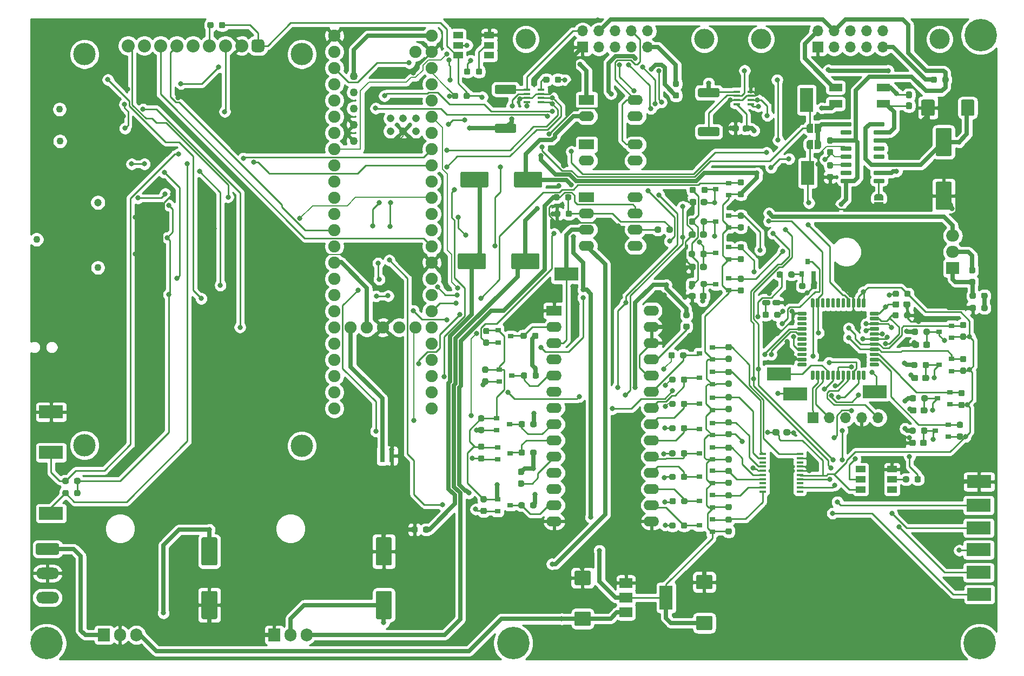
<source format=gbr>
%TF.GenerationSoftware,KiCad,Pcbnew,(5.1.9)-1*%
%TF.CreationDate,2022-07-01T06:07:01-07:00*%
%TF.ProjectId,GALIL,47414c49-4c2e-46b6-9963-61645f706362,rev?*%
%TF.SameCoordinates,Original*%
%TF.FileFunction,Copper,L1,Top*%
%TF.FilePolarity,Positive*%
%FSLAX46Y46*%
G04 Gerber Fmt 4.6, Leading zero omitted, Abs format (unit mm)*
G04 Created by KiCad (PCBNEW (5.1.9)-1) date 2022-07-01 06:07:01*
%MOMM*%
%LPD*%
G01*
G04 APERTURE LIST*
%TA.AperFunction,SMDPad,CuDef*%
%ADD10R,3.800000X2.000000*%
%TD*%
%TA.AperFunction,SMDPad,CuDef*%
%ADD11R,1.500000X1.000000*%
%TD*%
%TA.AperFunction,ComponentPad*%
%ADD12O,2.000000X1.905000*%
%TD*%
%TA.AperFunction,ComponentPad*%
%ADD13R,2.000000X1.905000*%
%TD*%
%TA.AperFunction,ComponentPad*%
%ADD14O,1.905000X2.000000*%
%TD*%
%TA.AperFunction,ComponentPad*%
%ADD15R,1.905000X2.000000*%
%TD*%
%TA.AperFunction,SMDPad,CuDef*%
%ADD16R,0.900000X0.800000*%
%TD*%
%TA.AperFunction,SMDPad,CuDef*%
%ADD17R,0.800000X0.900000*%
%TD*%
%TA.AperFunction,ComponentPad*%
%ADD18C,1.905000*%
%TD*%
%TA.AperFunction,ComponentPad*%
%ADD19C,1.258000*%
%TD*%
%TA.AperFunction,ComponentPad*%
%ADD20C,1.208000*%
%TD*%
%TA.AperFunction,ComponentPad*%
%ADD21C,3.175000*%
%TD*%
%TA.AperFunction,ComponentPad*%
%ADD22R,1.700000X1.700000*%
%TD*%
%TA.AperFunction,ComponentPad*%
%ADD23O,1.700000X1.700000*%
%TD*%
%TA.AperFunction,SMDPad,CuDef*%
%ADD24R,2.000000X3.800000*%
%TD*%
%TA.AperFunction,SMDPad,CuDef*%
%ADD25R,1.000000X0.400000*%
%TD*%
%TA.AperFunction,ComponentPad*%
%ADD26O,2.400000X1.600000*%
%TD*%
%TA.AperFunction,ComponentPad*%
%ADD27R,2.400000X1.600000*%
%TD*%
%TA.AperFunction,ComponentPad*%
%ADD28O,3.600000X1.800000*%
%TD*%
%TA.AperFunction,SMDPad,CuDef*%
%ADD29R,2.000000X1.500000*%
%TD*%
%TA.AperFunction,SMDPad,CuDef*%
%ADD30C,0.100000*%
%TD*%
%TA.AperFunction,SMDPad,CuDef*%
%ADD31R,2.000000X1.200000*%
%TD*%
%TA.AperFunction,SMDPad,CuDef*%
%ADD32R,1.060000X0.400000*%
%TD*%
%TA.AperFunction,ComponentPad*%
%ADD33C,3.500000*%
%TD*%
%TA.AperFunction,ComponentPad*%
%ADD34C,2.032000*%
%TD*%
%TA.AperFunction,ComponentPad*%
%ADD35C,1.100000*%
%TD*%
%TA.AperFunction,ComponentPad*%
%ADD36C,1.200000*%
%TD*%
%TA.AperFunction,ComponentPad*%
%ADD37C,1.092200*%
%TD*%
%TA.AperFunction,SMDPad,CuDef*%
%ADD38R,0.800000X2.000000*%
%TD*%
%TA.AperFunction,ViaPad*%
%ADD39C,5.080000*%
%TD*%
%TA.AperFunction,ViaPad*%
%ADD40C,0.800000*%
%TD*%
%TA.AperFunction,Conductor*%
%ADD41C,0.228600*%
%TD*%
%TA.AperFunction,Conductor*%
%ADD42C,0.635000*%
%TD*%
%TA.AperFunction,Conductor*%
%ADD43C,0.250000*%
%TD*%
%TA.AperFunction,Conductor*%
%ADD44C,0.177800*%
%TD*%
%TA.AperFunction,Conductor*%
%ADD45C,0.248920*%
%TD*%
%TA.AperFunction,Conductor*%
%ADD46C,0.254000*%
%TD*%
%TA.AperFunction,Conductor*%
%ADD47C,0.100000*%
%TD*%
G04 APERTURE END LIST*
D10*
%TO.P,TP3,1*%
%TO.N,Net-(TP3-Pad1)*%
X170815000Y-116205000D03*
%TD*%
%TO.P,TP2,1*%
%TO.N,Net-(TP2-Pad1)*%
X158369000Y-116586000D03*
%TD*%
%TO.P,TP1,1*%
%TO.N,Net-(TP1-Pad1)*%
X155829000Y-113411000D03*
%TD*%
%TO.P,R78,2*%
%TO.N,Net-(D3-Pad5)*%
%TA.AperFunction,SMDPad,CuDef*%
G36*
G01*
X176208500Y-129683500D02*
X176208500Y-130158500D01*
G75*
G02*
X175971000Y-130396000I-237500J0D01*
G01*
X175471000Y-130396000D01*
G75*
G02*
X175233500Y-130158500I0J237500D01*
G01*
X175233500Y-129683500D01*
G75*
G02*
X175471000Y-129446000I237500J0D01*
G01*
X175971000Y-129446000D01*
G75*
G02*
X176208500Y-129683500I0J-237500D01*
G01*
G37*
%TD.AperFunction*%
%TO.P,R78,1*%
%TO.N,+5V*%
%TA.AperFunction,SMDPad,CuDef*%
G36*
G01*
X178033500Y-129683500D02*
X178033500Y-130158500D01*
G75*
G02*
X177796000Y-130396000I-237500J0D01*
G01*
X177296000Y-130396000D01*
G75*
G02*
X177058500Y-130158500I0J237500D01*
G01*
X177058500Y-129683500D01*
G75*
G02*
X177296000Y-129446000I237500J0D01*
G01*
X177796000Y-129446000D01*
G75*
G02*
X178033500Y-129683500I0J-237500D01*
G01*
G37*
%TD.AperFunction*%
%TD*%
D11*
%TO.P,D3,1*%
%TO.N,N/C*%
X168619000Y-128321000D03*
%TO.P,D3,2*%
%TO.N,CLED*%
X168619000Y-129921000D03*
%TO.P,D3,3*%
%TO.N,+3V3*%
X168619000Y-131521000D03*
%TO.P,D3,6*%
%TO.N,GND*%
X173519000Y-128321000D03*
%TO.P,D3,5*%
%TO.N,Net-(D3-Pad5)*%
X173519000Y-129921000D03*
%TO.P,D3,4*%
%TO.N,N/C*%
X173519000Y-131521000D03*
%TD*%
D10*
%TO.P,SCK1,1*%
%TO.N,SCK1*%
X187071000Y-133985000D03*
%TD*%
%TO.P,R77,2*%
%TO.N,LED*%
%TA.AperFunction,SMDPad,CuDef*%
G36*
G01*
X155087500Y-104377500D02*
X155087500Y-103902500D01*
G75*
G02*
X155325000Y-103665000I237500J0D01*
G01*
X155825000Y-103665000D01*
G75*
G02*
X156062500Y-103902500I0J-237500D01*
G01*
X156062500Y-104377500D01*
G75*
G02*
X155825000Y-104615000I-237500J0D01*
G01*
X155325000Y-104615000D01*
G75*
G02*
X155087500Y-104377500I0J237500D01*
G01*
G37*
%TD.AperFunction*%
%TO.P,R77,1*%
%TO.N,Net-(D1-Pad2)*%
%TA.AperFunction,SMDPad,CuDef*%
G36*
G01*
X153262500Y-104377500D02*
X153262500Y-103902500D01*
G75*
G02*
X153500000Y-103665000I237500J0D01*
G01*
X154000000Y-103665000D01*
G75*
G02*
X154237500Y-103902500I0J-237500D01*
G01*
X154237500Y-104377500D01*
G75*
G02*
X154000000Y-104615000I-237500J0D01*
G01*
X153500000Y-104615000D01*
G75*
G02*
X153262500Y-104377500I0J237500D01*
G01*
G37*
%TD.AperFunction*%
%TD*%
%TO.P,PROBE1,1*%
%TO.N,PROBE*%
X187198000Y-147955000D03*
%TD*%
%TO.P,MOSI1,1*%
%TO.N,MOSI1*%
X187071000Y-137541000D03*
%TD*%
%TO.P,MISO1,1*%
%TO.N,MISO1*%
X187071000Y-140970000D03*
%TD*%
%TO.P,D1,2*%
%TO.N,Net-(D1-Pad2)*%
%TA.AperFunction,SMDPad,CuDef*%
G36*
G01*
X154435500Y-102022500D02*
X154435500Y-102447500D01*
G75*
G02*
X154223000Y-102660000I-212500J0D01*
G01*
X153423000Y-102660000D01*
G75*
G02*
X153210500Y-102447500I0J212500D01*
G01*
X153210500Y-102022500D01*
G75*
G02*
X153423000Y-101810000I212500J0D01*
G01*
X154223000Y-101810000D01*
G75*
G02*
X154435500Y-102022500I0J-212500D01*
G01*
G37*
%TD.AperFunction*%
%TO.P,D1,1*%
%TO.N,GND*%
%TA.AperFunction,SMDPad,CuDef*%
G36*
G01*
X156060500Y-102022500D02*
X156060500Y-102447500D01*
G75*
G02*
X155848000Y-102660000I-212500J0D01*
G01*
X155048000Y-102660000D01*
G75*
G02*
X154835500Y-102447500I0J212500D01*
G01*
X154835500Y-102022500D01*
G75*
G02*
X155048000Y-101810000I212500J0D01*
G01*
X155848000Y-101810000D01*
G75*
G02*
X156060500Y-102022500I0J-212500D01*
G01*
G37*
%TD.AperFunction*%
%TD*%
%TO.P,CSn1,1*%
%TO.N,CYP_CSn*%
X187071000Y-144526000D03*
%TD*%
%TO.P,R76,2*%
%TO.N,Net-(R76-Pad2)*%
%TA.AperFunction,SMDPad,CuDef*%
G36*
G01*
X115230900Y-130092000D02*
X115705900Y-130092000D01*
G75*
G02*
X115943400Y-130329500I0J-237500D01*
G01*
X115943400Y-130829500D01*
G75*
G02*
X115705900Y-131067000I-237500J0D01*
G01*
X115230900Y-131067000D01*
G75*
G02*
X114993400Y-130829500I0J237500D01*
G01*
X114993400Y-130329500D01*
G75*
G02*
X115230900Y-130092000I237500J0D01*
G01*
G37*
%TD.AperFunction*%
%TO.P,R76,1*%
%TO.N,+5V*%
%TA.AperFunction,SMDPad,CuDef*%
G36*
G01*
X115230900Y-128267000D02*
X115705900Y-128267000D01*
G75*
G02*
X115943400Y-128504500I0J-237500D01*
G01*
X115943400Y-129004500D01*
G75*
G02*
X115705900Y-129242000I-237500J0D01*
G01*
X115230900Y-129242000D01*
G75*
G02*
X114993400Y-129004500I0J237500D01*
G01*
X114993400Y-128504500D01*
G75*
G02*
X115230900Y-128267000I237500J0D01*
G01*
G37*
%TD.AperFunction*%
%TD*%
%TO.P,C5,2*%
%TO.N,GND*%
%TA.AperFunction,SMDPad,CuDef*%
G36*
G01*
X65675000Y-147415000D02*
X67675000Y-147415000D01*
G75*
G02*
X67925000Y-147665000I0J-250000D01*
G01*
X67925000Y-151565000D01*
G75*
G02*
X67675000Y-151815000I-250000J0D01*
G01*
X65675000Y-151815000D01*
G75*
G02*
X65425000Y-151565000I0J250000D01*
G01*
X65425000Y-147665000D01*
G75*
G02*
X65675000Y-147415000I250000J0D01*
G01*
G37*
%TD.AperFunction*%
%TO.P,C5,1*%
%TO.N,+15V*%
%TA.AperFunction,SMDPad,CuDef*%
G36*
G01*
X65675000Y-139015000D02*
X67675000Y-139015000D01*
G75*
G02*
X67925000Y-139265000I0J-250000D01*
G01*
X67925000Y-143165000D01*
G75*
G02*
X67675000Y-143415000I-250000J0D01*
G01*
X65675000Y-143415000D01*
G75*
G02*
X65425000Y-143165000I0J250000D01*
G01*
X65425000Y-139265000D01*
G75*
G02*
X65675000Y-139015000I250000J0D01*
G01*
G37*
%TD.AperFunction*%
%TD*%
D12*
%TO.P,U14,3*%
%TO.N,+15V*%
X183032400Y-91744800D03*
%TO.P,U14,2*%
%TO.N,V_MOTOR*%
X183032400Y-94284800D03*
D13*
%TO.P,U14,1*%
%TO.N,Net-(R66-Pad2)*%
X183032400Y-96824800D03*
%TD*%
D14*
%TO.P,U11,3*%
%TO.N,-5V*%
X81915000Y-154305000D03*
%TO.P,U11,2*%
%TO.N,-15V*%
X79375000Y-154305000D03*
D15*
%TO.P,U11,1*%
%TO.N,GND*%
X76835000Y-154305000D03*
%TD*%
D14*
%TO.P,U10,3*%
%TO.N,+5V*%
X55245000Y-154305000D03*
%TO.P,U10,2*%
%TO.N,GND*%
X52705000Y-154305000D03*
D15*
%TO.P,U10,1*%
%TO.N,+15V*%
X50165000Y-154305000D03*
%TD*%
%TO.P,R75,2*%
%TO.N,GALIL_ERR_FLG_HV*%
%TA.AperFunction,SMDPad,CuDef*%
G36*
G01*
X116340700Y-107204500D02*
X116340700Y-107679500D01*
G75*
G02*
X116103200Y-107917000I-237500J0D01*
G01*
X115603200Y-107917000D01*
G75*
G02*
X115365700Y-107679500I0J237500D01*
G01*
X115365700Y-107204500D01*
G75*
G02*
X115603200Y-106967000I237500J0D01*
G01*
X116103200Y-106967000D01*
G75*
G02*
X116340700Y-107204500I0J-237500D01*
G01*
G37*
%TD.AperFunction*%
%TO.P,R75,1*%
%TO.N,+5V*%
%TA.AperFunction,SMDPad,CuDef*%
G36*
G01*
X118165700Y-107204500D02*
X118165700Y-107679500D01*
G75*
G02*
X117928200Y-107917000I-237500J0D01*
G01*
X117428200Y-107917000D01*
G75*
G02*
X117190700Y-107679500I0J237500D01*
G01*
X117190700Y-107204500D01*
G75*
G02*
X117428200Y-106967000I237500J0D01*
G01*
X117928200Y-106967000D01*
G75*
G02*
X118165700Y-107204500I0J-237500D01*
G01*
G37*
%TD.AperFunction*%
%TD*%
%TO.P,R74,2*%
%TO.N,GALIL_ERR_FLG*%
%TA.AperFunction,SMDPad,CuDef*%
G36*
G01*
X109769900Y-108021300D02*
X110244900Y-108021300D01*
G75*
G02*
X110482400Y-108258800I0J-237500D01*
G01*
X110482400Y-108758800D01*
G75*
G02*
X110244900Y-108996300I-237500J0D01*
G01*
X109769900Y-108996300D01*
G75*
G02*
X109532400Y-108758800I0J237500D01*
G01*
X109532400Y-108258800D01*
G75*
G02*
X109769900Y-108021300I237500J0D01*
G01*
G37*
%TD.AperFunction*%
%TO.P,R74,1*%
%TO.N,+3V3*%
%TA.AperFunction,SMDPad,CuDef*%
G36*
G01*
X109769900Y-106196300D02*
X110244900Y-106196300D01*
G75*
G02*
X110482400Y-106433800I0J-237500D01*
G01*
X110482400Y-106933800D01*
G75*
G02*
X110244900Y-107171300I-237500J0D01*
G01*
X109769900Y-107171300D01*
G75*
G02*
X109532400Y-106933800I0J237500D01*
G01*
X109532400Y-106433800D01*
G75*
G02*
X109769900Y-106196300I237500J0D01*
G01*
G37*
%TD.AperFunction*%
%TD*%
D16*
%TO.P,Q25,3*%
%TO.N,GALIL_ERR_FLG_HV*%
X113852200Y-107518200D03*
%TO.P,Q25,2*%
%TO.N,GALIL_ERR_FLG*%
X111852200Y-108468200D03*
%TO.P,Q25,1*%
%TO.N,+3V3*%
X111852200Y-106568200D03*
%TD*%
%TO.P,R73,2*%
%TO.N,Net-(Q24-Pad1)*%
%TA.AperFunction,SMDPad,CuDef*%
G36*
G01*
X157293500Y-98078300D02*
X157293500Y-97603300D01*
G75*
G02*
X157531000Y-97365800I237500J0D01*
G01*
X158031000Y-97365800D01*
G75*
G02*
X158268500Y-97603300I0J-237500D01*
G01*
X158268500Y-98078300D01*
G75*
G02*
X158031000Y-98315800I-237500J0D01*
G01*
X157531000Y-98315800D01*
G75*
G02*
X157293500Y-98078300I0J237500D01*
G01*
G37*
%TD.AperFunction*%
%TO.P,R73,1*%
%TO.N,Net-(R73-Pad1)*%
%TA.AperFunction,SMDPad,CuDef*%
G36*
G01*
X155468500Y-98078300D02*
X155468500Y-97603300D01*
G75*
G02*
X155706000Y-97365800I237500J0D01*
G01*
X156206000Y-97365800D01*
G75*
G02*
X156443500Y-97603300I0J-237500D01*
G01*
X156443500Y-98078300D01*
G75*
G02*
X156206000Y-98315800I-237500J0D01*
G01*
X155706000Y-98315800D01*
G75*
G02*
X155468500Y-98078300I0J237500D01*
G01*
G37*
%TD.AperFunction*%
%TD*%
%TO.P,R72,2*%
%TO.N,GND*%
%TA.AperFunction,SMDPad,CuDef*%
G36*
G01*
X160798700Y-99881700D02*
X160798700Y-99406700D01*
G75*
G02*
X161036200Y-99169200I237500J0D01*
G01*
X161536200Y-99169200D01*
G75*
G02*
X161773700Y-99406700I0J-237500D01*
G01*
X161773700Y-99881700D01*
G75*
G02*
X161536200Y-100119200I-237500J0D01*
G01*
X161036200Y-100119200D01*
G75*
G02*
X160798700Y-99881700I0J237500D01*
G01*
G37*
%TD.AperFunction*%
%TO.P,R72,1*%
%TO.N,Net-(Q24-Pad1)*%
%TA.AperFunction,SMDPad,CuDef*%
G36*
G01*
X158973700Y-99881700D02*
X158973700Y-99406700D01*
G75*
G02*
X159211200Y-99169200I237500J0D01*
G01*
X159711200Y-99169200D01*
G75*
G02*
X159948700Y-99406700I0J-237500D01*
G01*
X159948700Y-99881700D01*
G75*
G02*
X159711200Y-100119200I-237500J0D01*
G01*
X159211200Y-100119200D01*
G75*
G02*
X158973700Y-99881700I0J237500D01*
G01*
G37*
%TD.AperFunction*%
%TD*%
D17*
%TO.P,Q24,3*%
%TO.N,CypressRST_MOT0*%
X160340000Y-95790000D03*
%TO.P,Q24,2*%
%TO.N,GND*%
X161290000Y-97790000D03*
%TO.P,Q24,1*%
%TO.N,Net-(Q24-Pad1)*%
X159390000Y-97790000D03*
%TD*%
D10*
%TO.P,GND2,1*%
%TO.N,GND*%
X187147200Y-130302000D03*
%TD*%
%TO.P,R71,2*%
%TO.N,GND*%
%TA.AperFunction,SMDPad,CuDef*%
G36*
G01*
X186644100Y-102835700D02*
X186644100Y-103310700D01*
G75*
G02*
X186406600Y-103548200I-237500J0D01*
G01*
X185906600Y-103548200D01*
G75*
G02*
X185669100Y-103310700I0J237500D01*
G01*
X185669100Y-102835700D01*
G75*
G02*
X185906600Y-102598200I237500J0D01*
G01*
X186406600Y-102598200D01*
G75*
G02*
X186644100Y-102835700I0J-237500D01*
G01*
G37*
%TD.AperFunction*%
%TO.P,R71,1*%
%TO.N,Net-(R67-Pad1)*%
%TA.AperFunction,SMDPad,CuDef*%
G36*
G01*
X188469100Y-102835700D02*
X188469100Y-103310700D01*
G75*
G02*
X188231600Y-103548200I-237500J0D01*
G01*
X187731600Y-103548200D01*
G75*
G02*
X187494100Y-103310700I0J237500D01*
G01*
X187494100Y-102835700D01*
G75*
G02*
X187731600Y-102598200I237500J0D01*
G01*
X188231600Y-102598200D01*
G75*
G02*
X188469100Y-102835700I0J-237500D01*
G01*
G37*
%TD.AperFunction*%
%TD*%
%TO.P,R70,2*%
%TO.N,+3V3*%
%TA.AperFunction,SMDPad,CuDef*%
G36*
G01*
X120746700Y-67547500D02*
X120746700Y-67072500D01*
G75*
G02*
X120984200Y-66835000I237500J0D01*
G01*
X121484200Y-66835000D01*
G75*
G02*
X121721700Y-67072500I0J-237500D01*
G01*
X121721700Y-67547500D01*
G75*
G02*
X121484200Y-67785000I-237500J0D01*
G01*
X120984200Y-67785000D01*
G75*
G02*
X120746700Y-67547500I0J237500D01*
G01*
G37*
%TD.AperFunction*%
%TO.P,R70,1*%
%TO.N,Net-(R70-Pad1)*%
%TA.AperFunction,SMDPad,CuDef*%
G36*
G01*
X118921700Y-67547500D02*
X118921700Y-67072500D01*
G75*
G02*
X119159200Y-66835000I237500J0D01*
G01*
X119659200Y-66835000D01*
G75*
G02*
X119896700Y-67072500I0J-237500D01*
G01*
X119896700Y-67547500D01*
G75*
G02*
X119659200Y-67785000I-237500J0D01*
G01*
X119159200Y-67785000D01*
G75*
G02*
X118921700Y-67547500I0J237500D01*
G01*
G37*
%TD.AperFunction*%
%TD*%
D18*
%TO.P,U1,41*%
%TO.N,ENC1_INDEX_L*%
X101473000Y-98501200D03*
%TO.P,U1,40*%
%TO.N,ENC1_HOME_L*%
X101473000Y-101041200D03*
%TO.P,U1,39*%
%TO.N,ENC2_INDEX_L*%
X101473000Y-103581200D03*
%TO.P,U1,38*%
%TO.N,N/C*%
X101473000Y-106121200D03*
%TO.P,U1,37*%
%TO.N,SW_SEL*%
X101473000Y-108661200D03*
%TO.P,U1,36*%
%TO.N,SW_DWN*%
X101473000Y-111201200D03*
%TO.P,U1,35*%
%TO.N,PROBE*%
X101473000Y-113741200D03*
%TO.P,U1,34*%
%TO.N,Net-(R10-Pad1)*%
X101473000Y-116281200D03*
%TO.P,U1,33*%
%TO.N,SW_UP*%
X101473000Y-118821200D03*
%TO.P,U1,32*%
%TO.N,N/C*%
X86233000Y-118821200D03*
%TO.P,U1,31*%
%TO.N,ENC1_INDEX_OUT*%
X86233000Y-116281200D03*
%TO.P,U1,30*%
%TO.N,ENC1_HOME_OUT*%
X86233000Y-113741200D03*
%TO.P,U1,29*%
%TO.N,Net-(R73-Pad1)*%
X86233000Y-111201200D03*
%TO.P,U1,28*%
%TO.N,CYP_CSn*%
X86233000Y-108661200D03*
%TO.P,U1,27*%
%TO.N,SCK1*%
X86233000Y-106121200D03*
%TO.P,U1,26*%
%TO.N,MOSI1*%
X86233000Y-103581200D03*
%TO.P,U1,25*%
%TO.N,ENC2_HOME_L*%
X86233000Y-101041200D03*
%TO.P,U1,24*%
%TO.N,ENC2_B_L*%
X86233000Y-98501200D03*
%TO.P,U1,VIN*%
%TO.N,+5V*%
X101473000Y-60401200D03*
%TO.P,U1,GND3*%
%TO.N,GND*%
X101473000Y-62941200D03*
%TO.P,U1,3.3V_2*%
%TO.N,Net-(R11-Pad2)*%
X101473000Y-65481200D03*
%TO.P,U1,23*%
%TO.N,ENC2_A_L*%
X101473000Y-68021200D03*
%TO.P,U1,22*%
%TO.N,GALIL_INC*%
X101473000Y-70561200D03*
%TO.P,U1,21*%
%TO.N,GALIL_DEC*%
X101473000Y-73101200D03*
%TO.P,U1,20*%
%TO.N,GALIL_ERR_FLG*%
X101473000Y-75641200D03*
%TO.P,U1,19*%
%TO.N,I2C_SCL*%
X101473000Y-78181200D03*
%TO.P,U1,18*%
%TO.N,I2C_SDA*%
X101473000Y-80721200D03*
%TO.P,U1,17*%
%TO.N,GALIL_RSTn*%
X101473000Y-83261200D03*
%TO.P,U1,16*%
%TO.N,ROT_SEL*%
X101473000Y-85801200D03*
%TO.P,U1,15*%
%TO.N,ROT_A*%
X101473000Y-88341200D03*
%TO.P,U1,14*%
%TO.N,ROT_B*%
X101473000Y-90881200D03*
%TO.P,U1,13*%
%TO.N,SCK*%
X101473000Y-93421200D03*
%TO.P,U1,3.3V_1*%
%TO.N,Net-(R11-Pad2)*%
X86233000Y-95961200D03*
%TO.P,U1,12*%
%TO.N,MISO*%
X86233000Y-93421200D03*
%TO.P,U1,11*%
%TO.N,MOSI*%
X86233000Y-90881200D03*
%TO.P,U1,10*%
%TO.N,CS*%
X86233000Y-88341200D03*
%TO.P,U1,9*%
%TO.N,DC*%
X86233000Y-85801200D03*
%TO.P,U1,8*%
%TO.N,RSTn*%
X86233000Y-83261200D03*
%TO.P,U1,7*%
%TO.N,LED*%
X86233000Y-80721200D03*
%TO.P,U1,6*%
%TO.N,NEOPIXEL*%
X86233000Y-78181200D03*
%TO.P,U1,5*%
%TO.N,N/C*%
X86233000Y-75641200D03*
%TO.P,U1,4*%
%TO.N,PWM_MC*%
X86233000Y-73101200D03*
%TO.P,U1,3*%
%TO.N,PWM_DISABLE_MOT0*%
X86233000Y-70561200D03*
%TO.P,U1,2*%
%TO.N,N/C*%
X86233000Y-68021200D03*
%TO.P,U1,1*%
%TO.N,MISO1*%
X86233000Y-65481200D03*
D19*
%TO.P,U1,USB_GND2*%
%TO.N,GND*%
X89283000Y-76911200D03*
%TO.P,U1,USB_GND1*%
X89283000Y-74371200D03*
%TO.P,U1,D+*%
%TO.N,N/C*%
X89283000Y-71831200D03*
%TO.P,U1,D-*%
X89283000Y-69291200D03*
%TO.P,U1,5V*%
%TO.N,+5V*%
X89283000Y-66751200D03*
D20*
%TO.P,U1,T-*%
%TO.N,N/C*%
X95023000Y-73371200D03*
%TO.P,U1,LED*%
X97023000Y-73371200D03*
%TO.P,U1,T+*%
X95023000Y-75371200D03*
%TO.P,U1,GND5*%
%TO.N,GND*%
X97023000Y-75371200D03*
%TO.P,U1,R+*%
%TO.N,N/C*%
X99023000Y-73371200D03*
%TO.P,U1,R-*%
X99023000Y-75371200D03*
D18*
%TO.P,U1,GND2*%
%TO.N,GND*%
X101473000Y-95961200D03*
%TO.P,U1,PROGRAM*%
%TO.N,N/C*%
X96393000Y-106121200D03*
%TO.P,U1,VUSB*%
X98933000Y-62941200D03*
%TO.P,U1,ON/OFF*%
%TO.N,Net-(SW2-Pad2)*%
X98933000Y-106121200D03*
%TO.P,U1,GND4*%
%TO.N,GND*%
X93853000Y-106121200D03*
%TO.P,U1,3.3V_3*%
%TO.N,Net-(R11-Pad2)*%
X91313000Y-106121200D03*
%TO.P,U1,VBAT*%
%TO.N,Net-(BT1-Pad1)*%
X88773000Y-106121200D03*
%TO.P,U1,0*%
%TO.N,GALIL_CLK*%
X86233000Y-62941200D03*
%TO.P,U1,GND1*%
%TO.N,GND*%
X86233000Y-60401200D03*
%TD*%
%TO.P,R69,2*%
%TO.N,RSTn*%
%TA.AperFunction,SMDPad,CuDef*%
G36*
G01*
X67340300Y-58512700D02*
X67340300Y-58987700D01*
G75*
G02*
X67102800Y-59225200I-237500J0D01*
G01*
X66602800Y-59225200D01*
G75*
G02*
X66365300Y-58987700I0J237500D01*
G01*
X66365300Y-58512700D01*
G75*
G02*
X66602800Y-58275200I237500J0D01*
G01*
X67102800Y-58275200D01*
G75*
G02*
X67340300Y-58512700I0J-237500D01*
G01*
G37*
%TD.AperFunction*%
%TO.P,R69,1*%
%TO.N,+3V3*%
%TA.AperFunction,SMDPad,CuDef*%
G36*
G01*
X69165300Y-58512700D02*
X69165300Y-58987700D01*
G75*
G02*
X68927800Y-59225200I-237500J0D01*
G01*
X68427800Y-59225200D01*
G75*
G02*
X68190300Y-58987700I0J237500D01*
G01*
X68190300Y-58512700D01*
G75*
G02*
X68427800Y-58275200I237500J0D01*
G01*
X68927800Y-58275200D01*
G75*
G02*
X69165300Y-58512700I0J-237500D01*
G01*
G37*
%TD.AperFunction*%
%TD*%
%TO.P,R68,2*%
%TO.N,CYP_CSn*%
%TA.AperFunction,SMDPad,CuDef*%
G36*
G01*
X174604500Y-100625900D02*
X174604500Y-101100900D01*
G75*
G02*
X174367000Y-101338400I-237500J0D01*
G01*
X173867000Y-101338400D01*
G75*
G02*
X173629500Y-101100900I0J237500D01*
G01*
X173629500Y-100625900D01*
G75*
G02*
X173867000Y-100388400I237500J0D01*
G01*
X174367000Y-100388400D01*
G75*
G02*
X174604500Y-100625900I0J-237500D01*
G01*
G37*
%TD.AperFunction*%
%TO.P,R68,1*%
%TO.N,+3V3*%
%TA.AperFunction,SMDPad,CuDef*%
G36*
G01*
X176429500Y-100625900D02*
X176429500Y-101100900D01*
G75*
G02*
X176192000Y-101338400I-237500J0D01*
G01*
X175692000Y-101338400D01*
G75*
G02*
X175454500Y-101100900I0J237500D01*
G01*
X175454500Y-100625900D01*
G75*
G02*
X175692000Y-100388400I237500J0D01*
G01*
X176192000Y-100388400D01*
G75*
G02*
X176429500Y-100625900I0J-237500D01*
G01*
G37*
%TD.AperFunction*%
%TD*%
%TO.P,C26,2*%
%TO.N,GND*%
%TA.AperFunction,SMDPad,CuDef*%
G36*
G01*
X180610000Y-83280000D02*
X182610000Y-83280000D01*
G75*
G02*
X182860000Y-83530000I0J-250000D01*
G01*
X182860000Y-87430000D01*
G75*
G02*
X182610000Y-87680000I-250000J0D01*
G01*
X180610000Y-87680000D01*
G75*
G02*
X180360000Y-87430000I0J250000D01*
G01*
X180360000Y-83530000D01*
G75*
G02*
X180610000Y-83280000I250000J0D01*
G01*
G37*
%TD.AperFunction*%
%TO.P,C26,1*%
%TO.N,V_MOTOR*%
%TA.AperFunction,SMDPad,CuDef*%
G36*
G01*
X180610000Y-74880000D02*
X182610000Y-74880000D01*
G75*
G02*
X182860000Y-75130000I0J-250000D01*
G01*
X182860000Y-79030000D01*
G75*
G02*
X182610000Y-79280000I-250000J0D01*
G01*
X180610000Y-79280000D01*
G75*
G02*
X180360000Y-79030000I0J250000D01*
G01*
X180360000Y-75130000D01*
G75*
G02*
X180610000Y-74880000I250000J0D01*
G01*
G37*
%TD.AperFunction*%
%TD*%
%TO.P,C25,2*%
%TO.N,GND*%
%TA.AperFunction,SMDPad,CuDef*%
G36*
G01*
X126120001Y-146490000D02*
X124069999Y-146490000D01*
G75*
G02*
X123820000Y-146240001I0J249999D01*
G01*
X123820000Y-144489999D01*
G75*
G02*
X124069999Y-144240000I249999J0D01*
G01*
X126120001Y-144240000D01*
G75*
G02*
X126370000Y-144489999I0J-249999D01*
G01*
X126370000Y-146240001D01*
G75*
G02*
X126120001Y-146490000I-249999J0D01*
G01*
G37*
%TD.AperFunction*%
%TO.P,C25,1*%
%TO.N,+5V*%
%TA.AperFunction,SMDPad,CuDef*%
G36*
G01*
X126120001Y-152890000D02*
X124069999Y-152890000D01*
G75*
G02*
X123820000Y-152640001I0J249999D01*
G01*
X123820000Y-150889999D01*
G75*
G02*
X124069999Y-150640000I249999J0D01*
G01*
X126120001Y-150640000D01*
G75*
G02*
X126370000Y-150889999I0J-249999D01*
G01*
X126370000Y-152640001D01*
G75*
G02*
X126120001Y-152890000I-249999J0D01*
G01*
G37*
%TD.AperFunction*%
%TD*%
%TO.P,R67,2*%
%TO.N,Net-(R66-Pad2)*%
%TA.AperFunction,SMDPad,CuDef*%
G36*
G01*
X186646000Y-100930700D02*
X186646000Y-101405700D01*
G75*
G02*
X186408500Y-101643200I-237500J0D01*
G01*
X185908500Y-101643200D01*
G75*
G02*
X185671000Y-101405700I0J237500D01*
G01*
X185671000Y-100930700D01*
G75*
G02*
X185908500Y-100693200I237500J0D01*
G01*
X186408500Y-100693200D01*
G75*
G02*
X186646000Y-100930700I0J-237500D01*
G01*
G37*
%TD.AperFunction*%
%TO.P,R67,1*%
%TO.N,Net-(R67-Pad1)*%
%TA.AperFunction,SMDPad,CuDef*%
G36*
G01*
X188471000Y-100930700D02*
X188471000Y-101405700D01*
G75*
G02*
X188233500Y-101643200I-237500J0D01*
G01*
X187733500Y-101643200D01*
G75*
G02*
X187496000Y-101405700I0J237500D01*
G01*
X187496000Y-100930700D01*
G75*
G02*
X187733500Y-100693200I237500J0D01*
G01*
X188233500Y-100693200D01*
G75*
G02*
X188471000Y-100930700I0J-237500D01*
G01*
G37*
%TD.AperFunction*%
%TD*%
%TO.P,R66,2*%
%TO.N,Net-(R66-Pad2)*%
%TA.AperFunction,SMDPad,CuDef*%
G36*
G01*
X185842900Y-98517900D02*
X186317900Y-98517900D01*
G75*
G02*
X186555400Y-98755400I0J-237500D01*
G01*
X186555400Y-99255400D01*
G75*
G02*
X186317900Y-99492900I-237500J0D01*
G01*
X185842900Y-99492900D01*
G75*
G02*
X185605400Y-99255400I0J237500D01*
G01*
X185605400Y-98755400D01*
G75*
G02*
X185842900Y-98517900I237500J0D01*
G01*
G37*
%TD.AperFunction*%
%TO.P,R66,1*%
%TO.N,V_MOTOR*%
%TA.AperFunction,SMDPad,CuDef*%
G36*
G01*
X185842900Y-96692900D02*
X186317900Y-96692900D01*
G75*
G02*
X186555400Y-96930400I0J-237500D01*
G01*
X186555400Y-97430400D01*
G75*
G02*
X186317900Y-97667900I-237500J0D01*
G01*
X185842900Y-97667900D01*
G75*
G02*
X185605400Y-97430400I0J237500D01*
G01*
X185605400Y-96930400D01*
G75*
G02*
X185842900Y-96692900I237500J0D01*
G01*
G37*
%TD.AperFunction*%
%TD*%
%TO.P,R26,2*%
%TO.N,Net-(D2-Pad5)*%
%TA.AperFunction,SMDPad,CuDef*%
G36*
G01*
X108375000Y-66277500D02*
X108375000Y-65802500D01*
G75*
G02*
X108612500Y-65565000I237500J0D01*
G01*
X109112500Y-65565000D01*
G75*
G02*
X109350000Y-65802500I0J-237500D01*
G01*
X109350000Y-66277500D01*
G75*
G02*
X109112500Y-66515000I-237500J0D01*
G01*
X108612500Y-66515000D01*
G75*
G02*
X108375000Y-66277500I0J237500D01*
G01*
G37*
%TD.AperFunction*%
%TO.P,R26,1*%
%TO.N,+5V*%
%TA.AperFunction,SMDPad,CuDef*%
G36*
G01*
X106550000Y-66277500D02*
X106550000Y-65802500D01*
G75*
G02*
X106787500Y-65565000I237500J0D01*
G01*
X107287500Y-65565000D01*
G75*
G02*
X107525000Y-65802500I0J-237500D01*
G01*
X107525000Y-66277500D01*
G75*
G02*
X107287500Y-66515000I-237500J0D01*
G01*
X106787500Y-66515000D01*
G75*
G02*
X106550000Y-66277500I0J237500D01*
G01*
G37*
%TD.AperFunction*%
%TD*%
%TO.P,R11,2*%
%TO.N,Net-(R11-Pad2)*%
%TA.AperFunction,SMDPad,CuDef*%
G36*
G01*
X105620000Y-69612500D02*
X105620000Y-70087500D01*
G75*
G02*
X105382500Y-70325000I-237500J0D01*
G01*
X104882500Y-70325000D01*
G75*
G02*
X104645000Y-70087500I0J237500D01*
G01*
X104645000Y-69612500D01*
G75*
G02*
X104882500Y-69375000I237500J0D01*
G01*
X105382500Y-69375000D01*
G75*
G02*
X105620000Y-69612500I0J-237500D01*
G01*
G37*
%TD.AperFunction*%
%TO.P,R11,1*%
%TO.N,+3V3*%
%TA.AperFunction,SMDPad,CuDef*%
G36*
G01*
X107445000Y-69612500D02*
X107445000Y-70087500D01*
G75*
G02*
X107207500Y-70325000I-237500J0D01*
G01*
X106707500Y-70325000D01*
G75*
G02*
X106470000Y-70087500I0J237500D01*
G01*
X106470000Y-69612500D01*
G75*
G02*
X106707500Y-69375000I237500J0D01*
G01*
X107207500Y-69375000D01*
G75*
G02*
X107445000Y-69612500I0J-237500D01*
G01*
G37*
%TD.AperFunction*%
%TD*%
%TO.P,R2,2*%
%TO.N,I2C_SCL*%
%TA.AperFunction,SMDPad,CuDef*%
G36*
G01*
X44660000Y-131842500D02*
X44660000Y-132317500D01*
G75*
G02*
X44422500Y-132555000I-237500J0D01*
G01*
X43922500Y-132555000D01*
G75*
G02*
X43685000Y-132317500I0J237500D01*
G01*
X43685000Y-131842500D01*
G75*
G02*
X43922500Y-131605000I237500J0D01*
G01*
X44422500Y-131605000D01*
G75*
G02*
X44660000Y-131842500I0J-237500D01*
G01*
G37*
%TD.AperFunction*%
%TO.P,R2,1*%
%TO.N,+3V3*%
%TA.AperFunction,SMDPad,CuDef*%
G36*
G01*
X46485000Y-131842500D02*
X46485000Y-132317500D01*
G75*
G02*
X46247500Y-132555000I-237500J0D01*
G01*
X45747500Y-132555000D01*
G75*
G02*
X45510000Y-132317500I0J237500D01*
G01*
X45510000Y-131842500D01*
G75*
G02*
X45747500Y-131605000I237500J0D01*
G01*
X46247500Y-131605000D01*
G75*
G02*
X46485000Y-131842500I0J-237500D01*
G01*
G37*
%TD.AperFunction*%
%TD*%
%TO.P,R1,2*%
%TO.N,I2C_SDA*%
%TA.AperFunction,SMDPad,CuDef*%
G36*
G01*
X44660000Y-129937500D02*
X44660000Y-130412500D01*
G75*
G02*
X44422500Y-130650000I-237500J0D01*
G01*
X43922500Y-130650000D01*
G75*
G02*
X43685000Y-130412500I0J237500D01*
G01*
X43685000Y-129937500D01*
G75*
G02*
X43922500Y-129700000I237500J0D01*
G01*
X44422500Y-129700000D01*
G75*
G02*
X44660000Y-129937500I0J-237500D01*
G01*
G37*
%TD.AperFunction*%
%TO.P,R1,1*%
%TO.N,+3V3*%
%TA.AperFunction,SMDPad,CuDef*%
G36*
G01*
X46485000Y-129937500D02*
X46485000Y-130412500D01*
G75*
G02*
X46247500Y-130650000I-237500J0D01*
G01*
X45747500Y-130650000D01*
G75*
G02*
X45510000Y-130412500I0J237500D01*
G01*
X45510000Y-129937500D01*
G75*
G02*
X45747500Y-129700000I237500J0D01*
G01*
X46247500Y-129700000D01*
G75*
G02*
X46485000Y-129937500I0J-237500D01*
G01*
G37*
%TD.AperFunction*%
%TD*%
D21*
%TO.P,J3,MH*%
%TO.N,N/C*%
X180975000Y-60960000D03*
X153035000Y-60960000D03*
D22*
%TO.P,J3,1*%
%TO.N,GND*%
X161925000Y-62230000D03*
D23*
%TO.P,J3,2*%
%TO.N,ENC1_MTR2*%
X161925000Y-59690000D03*
%TO.P,J3,3*%
%TO.N,ENC1_HOME*%
X164465000Y-62230000D03*
%TO.P,J3,4*%
%TO.N,+5V*%
X164465000Y-59690000D03*
%TO.P,J3,5*%
%TO.N,ENC1_A*%
X167005000Y-62230000D03*
%TO.P,J3,6*%
%TO.N,ENC1_B*%
X167005000Y-59690000D03*
%TO.P,J3,7*%
%TO.N,ENC1_INDEX*%
X169545000Y-62230000D03*
%TO.P,J3,8*%
%TO.N,Net-(J3-Pad8)*%
X169545000Y-59690000D03*
%TO.P,J3,9*%
%TO.N,Net-(J3-Pad9)*%
X172085000Y-62230000D03*
%TO.P,J3,10*%
%TO.N,N/C*%
X172085000Y-59690000D03*
%TD*%
D21*
%TO.P,J1,MH*%
%TO.N,N/C*%
X144145000Y-60960000D03*
X116205000Y-60960000D03*
D22*
%TO.P,J1,1*%
%TO.N,GND*%
X125095000Y-62230000D03*
D23*
%TO.P,J1,2*%
%TO.N,ENC2_MTR2*%
X125095000Y-59690000D03*
%TO.P,J1,3*%
%TO.N,ENC2_HOME*%
X127635000Y-62230000D03*
%TO.P,J1,4*%
%TO.N,+5V*%
X127635000Y-59690000D03*
%TO.P,J1,5*%
%TO.N,ENC2_A*%
X130175000Y-62230000D03*
%TO.P,J1,6*%
%TO.N,ENC2_B*%
X130175000Y-59690000D03*
%TO.P,J1,7*%
%TO.N,ENC2_INDEX*%
X132715000Y-62230000D03*
%TO.P,J1,8*%
%TO.N,ENC2_MTR1*%
X132715000Y-59690000D03*
%TO.P,J1,9*%
%TO.N,Net-(J1-Pad9)*%
X135255000Y-62230000D03*
%TO.P,J1,10*%
%TO.N,N/C*%
X135255000Y-59690000D03*
%TD*%
%TO.P,R54,2*%
%TO.N,Net-(J3-Pad8)*%
%TA.AperFunction,SMDPad,CuDef*%
G36*
G01*
X143405799Y-74742000D02*
X146255801Y-74742000D01*
G75*
G02*
X146505800Y-74991999I0J-249999D01*
G01*
X146505800Y-75892001D01*
G75*
G02*
X146255801Y-76142000I-249999J0D01*
G01*
X143405799Y-76142000D01*
G75*
G02*
X143155800Y-75892001I0J249999D01*
G01*
X143155800Y-74991999D01*
G75*
G02*
X143405799Y-74742000I249999J0D01*
G01*
G37*
%TD.AperFunction*%
%TO.P,R54,1*%
%TO.N,ENC1_MTR1*%
%TA.AperFunction,SMDPad,CuDef*%
G36*
G01*
X143405799Y-68642000D02*
X146255801Y-68642000D01*
G75*
G02*
X146505800Y-68891999I0J-249999D01*
G01*
X146505800Y-69792001D01*
G75*
G02*
X146255801Y-70042000I-249999J0D01*
G01*
X143405799Y-70042000D01*
G75*
G02*
X143155800Y-69792001I0J249999D01*
G01*
X143155800Y-68891999D01*
G75*
G02*
X143405799Y-68642000I249999J0D01*
G01*
G37*
%TD.AperFunction*%
%TD*%
%TO.P,R32,2*%
%TO.N,GNDPWR*%
%TA.AperFunction,SMDPad,CuDef*%
G36*
G01*
X111604999Y-74230000D02*
X114455001Y-74230000D01*
G75*
G02*
X114705000Y-74479999I0J-249999D01*
G01*
X114705000Y-75380001D01*
G75*
G02*
X114455001Y-75630000I-249999J0D01*
G01*
X111604999Y-75630000D01*
G75*
G02*
X111355000Y-75380001I0J249999D01*
G01*
X111355000Y-74479999D01*
G75*
G02*
X111604999Y-74230000I249999J0D01*
G01*
G37*
%TD.AperFunction*%
%TO.P,R32,1*%
%TO.N,ENC2_MTR2*%
%TA.AperFunction,SMDPad,CuDef*%
G36*
G01*
X111604999Y-68130000D02*
X114455001Y-68130000D01*
G75*
G02*
X114705000Y-68379999I0J-249999D01*
G01*
X114705000Y-69280001D01*
G75*
G02*
X114455001Y-69530000I-249999J0D01*
G01*
X111604999Y-69530000D01*
G75*
G02*
X111355000Y-69280001I0J249999D01*
G01*
X111355000Y-68379999D01*
G75*
G02*
X111604999Y-68130000I249999J0D01*
G01*
G37*
%TD.AperFunction*%
%TD*%
%TO.P,U7,16*%
%TO.N,V_MOTOR*%
%TA.AperFunction,SMDPad,CuDef*%
G36*
G01*
X170610000Y-74445000D02*
X170610000Y-74145000D01*
G75*
G02*
X170760000Y-73995000I150000J0D01*
G01*
X172210000Y-73995000D01*
G75*
G02*
X172360000Y-74145000I0J-150000D01*
G01*
X172360000Y-74445000D01*
G75*
G02*
X172210000Y-74595000I-150000J0D01*
G01*
X170760000Y-74595000D01*
G75*
G02*
X170610000Y-74445000I0J150000D01*
G01*
G37*
%TD.AperFunction*%
%TO.P,U7,15*%
%TO.N,Net-(C12-Pad2)*%
%TA.AperFunction,SMDPad,CuDef*%
G36*
G01*
X170610000Y-75715000D02*
X170610000Y-75415000D01*
G75*
G02*
X170760000Y-75265000I150000J0D01*
G01*
X172210000Y-75265000D01*
G75*
G02*
X172360000Y-75415000I0J-150000D01*
G01*
X172360000Y-75715000D01*
G75*
G02*
X172210000Y-75865000I-150000J0D01*
G01*
X170760000Y-75865000D01*
G75*
G02*
X170610000Y-75715000I0J150000D01*
G01*
G37*
%TD.AperFunction*%
%TO.P,U7,14*%
%TO.N,GND*%
%TA.AperFunction,SMDPad,CuDef*%
G36*
G01*
X170610000Y-76985000D02*
X170610000Y-76685000D01*
G75*
G02*
X170760000Y-76535000I150000J0D01*
G01*
X172210000Y-76535000D01*
G75*
G02*
X172360000Y-76685000I0J-150000D01*
G01*
X172360000Y-76985000D01*
G75*
G02*
X172210000Y-77135000I-150000J0D01*
G01*
X170760000Y-77135000D01*
G75*
G02*
X170610000Y-76985000I0J150000D01*
G01*
G37*
%TD.AperFunction*%
%TO.P,U7,13*%
%TO.N,N/C*%
%TA.AperFunction,SMDPad,CuDef*%
G36*
G01*
X170610000Y-78255000D02*
X170610000Y-77955000D01*
G75*
G02*
X170760000Y-77805000I150000J0D01*
G01*
X172210000Y-77805000D01*
G75*
G02*
X172360000Y-77955000I0J-150000D01*
G01*
X172360000Y-78255000D01*
G75*
G02*
X172210000Y-78405000I-150000J0D01*
G01*
X170760000Y-78405000D01*
G75*
G02*
X170610000Y-78255000I0J150000D01*
G01*
G37*
%TD.AperFunction*%
%TO.P,U7,12*%
%TA.AperFunction,SMDPad,CuDef*%
G36*
G01*
X170610000Y-79525000D02*
X170610000Y-79225000D01*
G75*
G02*
X170760000Y-79075000I150000J0D01*
G01*
X172210000Y-79075000D01*
G75*
G02*
X172360000Y-79225000I0J-150000D01*
G01*
X172360000Y-79525000D01*
G75*
G02*
X172210000Y-79675000I-150000J0D01*
G01*
X170760000Y-79675000D01*
G75*
G02*
X170610000Y-79525000I0J150000D01*
G01*
G37*
%TD.AperFunction*%
%TO.P,U7,11*%
%TO.N,V_MOTOR*%
%TA.AperFunction,SMDPad,CuDef*%
G36*
G01*
X170610000Y-80795000D02*
X170610000Y-80495000D01*
G75*
G02*
X170760000Y-80345000I150000J0D01*
G01*
X172210000Y-80345000D01*
G75*
G02*
X172360000Y-80495000I0J-150000D01*
G01*
X172360000Y-80795000D01*
G75*
G02*
X172210000Y-80945000I-150000J0D01*
G01*
X170760000Y-80945000D01*
G75*
G02*
X170610000Y-80795000I0J150000D01*
G01*
G37*
%TD.AperFunction*%
%TO.P,U7,10*%
%TO.N,Net-(C12-Pad1)*%
%TA.AperFunction,SMDPad,CuDef*%
G36*
G01*
X170610000Y-82065000D02*
X170610000Y-81765000D01*
G75*
G02*
X170760000Y-81615000I150000J0D01*
G01*
X172210000Y-81615000D01*
G75*
G02*
X172360000Y-81765000I0J-150000D01*
G01*
X172360000Y-82065000D01*
G75*
G02*
X172210000Y-82215000I-150000J0D01*
G01*
X170760000Y-82215000D01*
G75*
G02*
X170610000Y-82065000I0J150000D01*
G01*
G37*
%TD.AperFunction*%
%TO.P,U7,9*%
%TO.N,ENC1_MTR_RTN*%
%TA.AperFunction,SMDPad,CuDef*%
G36*
G01*
X170610000Y-83335000D02*
X170610000Y-83035000D01*
G75*
G02*
X170760000Y-82885000I150000J0D01*
G01*
X172210000Y-82885000D01*
G75*
G02*
X172360000Y-83035000I0J-150000D01*
G01*
X172360000Y-83335000D01*
G75*
G02*
X172210000Y-83485000I-150000J0D01*
G01*
X170760000Y-83485000D01*
G75*
G02*
X170610000Y-83335000I0J150000D01*
G01*
G37*
%TD.AperFunction*%
%TO.P,U7,8*%
%TO.N,+5V*%
%TA.AperFunction,SMDPad,CuDef*%
G36*
G01*
X165460000Y-83335000D02*
X165460000Y-83035000D01*
G75*
G02*
X165610000Y-82885000I150000J0D01*
G01*
X167060000Y-82885000D01*
G75*
G02*
X167210000Y-83035000I0J-150000D01*
G01*
X167210000Y-83335000D01*
G75*
G02*
X167060000Y-83485000I-150000J0D01*
G01*
X165610000Y-83485000D01*
G75*
G02*
X165460000Y-83335000I0J150000D01*
G01*
G37*
%TD.AperFunction*%
%TO.P,U7,7*%
%TO.N,N/C*%
%TA.AperFunction,SMDPad,CuDef*%
G36*
G01*
X165460000Y-82065000D02*
X165460000Y-81765000D01*
G75*
G02*
X165610000Y-81615000I150000J0D01*
G01*
X167060000Y-81615000D01*
G75*
G02*
X167210000Y-81765000I0J-150000D01*
G01*
X167210000Y-82065000D01*
G75*
G02*
X167060000Y-82215000I-150000J0D01*
G01*
X165610000Y-82215000D01*
G75*
G02*
X165460000Y-82065000I0J150000D01*
G01*
G37*
%TD.AperFunction*%
%TO.P,U7,6*%
%TO.N,Net-(R43-Pad1)*%
%TA.AperFunction,SMDPad,CuDef*%
G36*
G01*
X165460000Y-80795000D02*
X165460000Y-80495000D01*
G75*
G02*
X165610000Y-80345000I150000J0D01*
G01*
X167060000Y-80345000D01*
G75*
G02*
X167210000Y-80495000I0J-150000D01*
G01*
X167210000Y-80795000D01*
G75*
G02*
X167060000Y-80945000I-150000J0D01*
G01*
X165610000Y-80945000D01*
G75*
G02*
X165460000Y-80795000I0J150000D01*
G01*
G37*
%TD.AperFunction*%
%TO.P,U7,5*%
%TO.N,PWM_DISABLE_MOT0*%
%TA.AperFunction,SMDPad,CuDef*%
G36*
G01*
X165460000Y-79525000D02*
X165460000Y-79225000D01*
G75*
G02*
X165610000Y-79075000I150000J0D01*
G01*
X167060000Y-79075000D01*
G75*
G02*
X167210000Y-79225000I0J-150000D01*
G01*
X167210000Y-79525000D01*
G75*
G02*
X167060000Y-79675000I-150000J0D01*
G01*
X165610000Y-79675000D01*
G75*
G02*
X165460000Y-79525000I0J150000D01*
G01*
G37*
%TD.AperFunction*%
%TO.P,U7,4*%
%TO.N,GND*%
%TA.AperFunction,SMDPad,CuDef*%
G36*
G01*
X165460000Y-78255000D02*
X165460000Y-77955000D01*
G75*
G02*
X165610000Y-77805000I150000J0D01*
G01*
X167060000Y-77805000D01*
G75*
G02*
X167210000Y-77955000I0J-150000D01*
G01*
X167210000Y-78255000D01*
G75*
G02*
X167060000Y-78405000I-150000J0D01*
G01*
X165610000Y-78405000D01*
G75*
G02*
X165460000Y-78255000I0J150000D01*
G01*
G37*
%TD.AperFunction*%
%TO.P,U7,3*%
%TO.N,+5V*%
%TA.AperFunction,SMDPad,CuDef*%
G36*
G01*
X165460000Y-76985000D02*
X165460000Y-76685000D01*
G75*
G02*
X165610000Y-76535000I150000J0D01*
G01*
X167060000Y-76535000D01*
G75*
G02*
X167210000Y-76685000I0J-150000D01*
G01*
X167210000Y-76985000D01*
G75*
G02*
X167060000Y-77135000I-150000J0D01*
G01*
X165610000Y-77135000D01*
G75*
G02*
X165460000Y-76985000I0J150000D01*
G01*
G37*
%TD.AperFunction*%
%TO.P,U7,2*%
%TO.N,N/C*%
%TA.AperFunction,SMDPad,CuDef*%
G36*
G01*
X165460000Y-75715000D02*
X165460000Y-75415000D01*
G75*
G02*
X165610000Y-75265000I150000J0D01*
G01*
X167060000Y-75265000D01*
G75*
G02*
X167210000Y-75415000I0J-150000D01*
G01*
X167210000Y-75715000D01*
G75*
G02*
X167060000Y-75865000I-150000J0D01*
G01*
X165610000Y-75865000D01*
G75*
G02*
X165460000Y-75715000I0J150000D01*
G01*
G37*
%TD.AperFunction*%
%TO.P,U7,1*%
%TO.N,Net-(JP2-Pad1)*%
%TA.AperFunction,SMDPad,CuDef*%
G36*
G01*
X165460000Y-74445000D02*
X165460000Y-74145000D01*
G75*
G02*
X165610000Y-73995000I150000J0D01*
G01*
X167060000Y-73995000D01*
G75*
G02*
X167210000Y-74145000I0J-150000D01*
G01*
X167210000Y-74445000D01*
G75*
G02*
X167060000Y-74595000I-150000J0D01*
G01*
X165610000Y-74595000D01*
G75*
G02*
X165460000Y-74445000I0J150000D01*
G01*
G37*
%TD.AperFunction*%
%TD*%
%TO.P,R65,2*%
%TO.N,GALIL_RSTn_HV*%
%TA.AperFunction,SMDPad,CuDef*%
G36*
G01*
X116034000Y-133747500D02*
X116034000Y-134222500D01*
G75*
G02*
X115796500Y-134460000I-237500J0D01*
G01*
X115296500Y-134460000D01*
G75*
G02*
X115059000Y-134222500I0J237500D01*
G01*
X115059000Y-133747500D01*
G75*
G02*
X115296500Y-133510000I237500J0D01*
G01*
X115796500Y-133510000D01*
G75*
G02*
X116034000Y-133747500I0J-237500D01*
G01*
G37*
%TD.AperFunction*%
%TO.P,R65,1*%
%TO.N,+5V*%
%TA.AperFunction,SMDPad,CuDef*%
G36*
G01*
X117859000Y-133747500D02*
X117859000Y-134222500D01*
G75*
G02*
X117621500Y-134460000I-237500J0D01*
G01*
X117121500Y-134460000D01*
G75*
G02*
X116884000Y-134222500I0J237500D01*
G01*
X116884000Y-133747500D01*
G75*
G02*
X117121500Y-133510000I237500J0D01*
G01*
X117621500Y-133510000D01*
G75*
G02*
X117859000Y-133747500I0J-237500D01*
G01*
G37*
%TD.AperFunction*%
%TD*%
%TO.P,R64,2*%
%TO.N,GALIL_CLK_HV*%
%TA.AperFunction,SMDPad,CuDef*%
G36*
G01*
X116415000Y-113427500D02*
X116415000Y-113902500D01*
G75*
G02*
X116177500Y-114140000I-237500J0D01*
G01*
X115677500Y-114140000D01*
G75*
G02*
X115440000Y-113902500I0J237500D01*
G01*
X115440000Y-113427500D01*
G75*
G02*
X115677500Y-113190000I237500J0D01*
G01*
X116177500Y-113190000D01*
G75*
G02*
X116415000Y-113427500I0J-237500D01*
G01*
G37*
%TD.AperFunction*%
%TO.P,R64,1*%
%TO.N,+5V*%
%TA.AperFunction,SMDPad,CuDef*%
G36*
G01*
X118240000Y-113427500D02*
X118240000Y-113902500D01*
G75*
G02*
X118002500Y-114140000I-237500J0D01*
G01*
X117502500Y-114140000D01*
G75*
G02*
X117265000Y-113902500I0J237500D01*
G01*
X117265000Y-113427500D01*
G75*
G02*
X117502500Y-113190000I237500J0D01*
G01*
X118002500Y-113190000D01*
G75*
G02*
X118240000Y-113427500I0J-237500D01*
G01*
G37*
%TD.AperFunction*%
%TD*%
%TO.P,R63,2*%
%TO.N,GALIL_INC_HV*%
%TA.AperFunction,SMDPad,CuDef*%
G36*
G01*
X116057500Y-125492500D02*
X116057500Y-125967500D01*
G75*
G02*
X115820000Y-126205000I-237500J0D01*
G01*
X115320000Y-126205000D01*
G75*
G02*
X115082500Y-125967500I0J237500D01*
G01*
X115082500Y-125492500D01*
G75*
G02*
X115320000Y-125255000I237500J0D01*
G01*
X115820000Y-125255000D01*
G75*
G02*
X116057500Y-125492500I0J-237500D01*
G01*
G37*
%TD.AperFunction*%
%TO.P,R63,1*%
%TO.N,+5V*%
%TA.AperFunction,SMDPad,CuDef*%
G36*
G01*
X117882500Y-125492500D02*
X117882500Y-125967500D01*
G75*
G02*
X117645000Y-126205000I-237500J0D01*
G01*
X117145000Y-126205000D01*
G75*
G02*
X116907500Y-125967500I0J237500D01*
G01*
X116907500Y-125492500D01*
G75*
G02*
X117145000Y-125255000I237500J0D01*
G01*
X117645000Y-125255000D01*
G75*
G02*
X117882500Y-125492500I0J-237500D01*
G01*
G37*
%TD.AperFunction*%
%TD*%
%TO.P,R62,2*%
%TO.N,GALIL_DEC_HV*%
%TA.AperFunction,SMDPad,CuDef*%
G36*
G01*
X116057500Y-121047500D02*
X116057500Y-121522500D01*
G75*
G02*
X115820000Y-121760000I-237500J0D01*
G01*
X115320000Y-121760000D01*
G75*
G02*
X115082500Y-121522500I0J237500D01*
G01*
X115082500Y-121047500D01*
G75*
G02*
X115320000Y-120810000I237500J0D01*
G01*
X115820000Y-120810000D01*
G75*
G02*
X116057500Y-121047500I0J-237500D01*
G01*
G37*
%TD.AperFunction*%
%TO.P,R62,1*%
%TO.N,+5V*%
%TA.AperFunction,SMDPad,CuDef*%
G36*
G01*
X117882500Y-121047500D02*
X117882500Y-121522500D01*
G75*
G02*
X117645000Y-121760000I-237500J0D01*
G01*
X117145000Y-121760000D01*
G75*
G02*
X116907500Y-121522500I0J237500D01*
G01*
X116907500Y-121047500D01*
G75*
G02*
X117145000Y-120810000I237500J0D01*
G01*
X117645000Y-120810000D01*
G75*
G02*
X117882500Y-121047500I0J-237500D01*
G01*
G37*
%TD.AperFunction*%
%TD*%
%TO.P,R61,2*%
%TO.N,GALIL_RSTn*%
%TA.AperFunction,SMDPad,CuDef*%
G36*
G01*
X109363500Y-134386500D02*
X109838500Y-134386500D01*
G75*
G02*
X110076000Y-134624000I0J-237500D01*
G01*
X110076000Y-135124000D01*
G75*
G02*
X109838500Y-135361500I-237500J0D01*
G01*
X109363500Y-135361500D01*
G75*
G02*
X109126000Y-135124000I0J237500D01*
G01*
X109126000Y-134624000D01*
G75*
G02*
X109363500Y-134386500I237500J0D01*
G01*
G37*
%TD.AperFunction*%
%TO.P,R61,1*%
%TO.N,+3V3*%
%TA.AperFunction,SMDPad,CuDef*%
G36*
G01*
X109363500Y-132561500D02*
X109838500Y-132561500D01*
G75*
G02*
X110076000Y-132799000I0J-237500D01*
G01*
X110076000Y-133299000D01*
G75*
G02*
X109838500Y-133536500I-237500J0D01*
G01*
X109363500Y-133536500D01*
G75*
G02*
X109126000Y-133299000I0J237500D01*
G01*
X109126000Y-132799000D01*
G75*
G02*
X109363500Y-132561500I237500J0D01*
G01*
G37*
%TD.AperFunction*%
%TD*%
%TO.P,R60,2*%
%TO.N,GALIL_CLK*%
%TA.AperFunction,SMDPad,CuDef*%
G36*
G01*
X109617500Y-114090000D02*
X110092500Y-114090000D01*
G75*
G02*
X110330000Y-114327500I0J-237500D01*
G01*
X110330000Y-114827500D01*
G75*
G02*
X110092500Y-115065000I-237500J0D01*
G01*
X109617500Y-115065000D01*
G75*
G02*
X109380000Y-114827500I0J237500D01*
G01*
X109380000Y-114327500D01*
G75*
G02*
X109617500Y-114090000I237500J0D01*
G01*
G37*
%TD.AperFunction*%
%TO.P,R60,1*%
%TO.N,+3V3*%
%TA.AperFunction,SMDPad,CuDef*%
G36*
G01*
X109617500Y-112265000D02*
X110092500Y-112265000D01*
G75*
G02*
X110330000Y-112502500I0J-237500D01*
G01*
X110330000Y-113002500D01*
G75*
G02*
X110092500Y-113240000I-237500J0D01*
G01*
X109617500Y-113240000D01*
G75*
G02*
X109380000Y-113002500I0J237500D01*
G01*
X109380000Y-112502500D01*
G75*
G02*
X109617500Y-112265000I237500J0D01*
G01*
G37*
%TD.AperFunction*%
%TD*%
%TO.P,R59,2*%
%TO.N,GALIL_INC*%
%TA.AperFunction,SMDPad,CuDef*%
G36*
G01*
X108982500Y-126155000D02*
X109457500Y-126155000D01*
G75*
G02*
X109695000Y-126392500I0J-237500D01*
G01*
X109695000Y-126892500D01*
G75*
G02*
X109457500Y-127130000I-237500J0D01*
G01*
X108982500Y-127130000D01*
G75*
G02*
X108745000Y-126892500I0J237500D01*
G01*
X108745000Y-126392500D01*
G75*
G02*
X108982500Y-126155000I237500J0D01*
G01*
G37*
%TD.AperFunction*%
%TO.P,R59,1*%
%TO.N,+3V3*%
%TA.AperFunction,SMDPad,CuDef*%
G36*
G01*
X108982500Y-124330000D02*
X109457500Y-124330000D01*
G75*
G02*
X109695000Y-124567500I0J-237500D01*
G01*
X109695000Y-125067500D01*
G75*
G02*
X109457500Y-125305000I-237500J0D01*
G01*
X108982500Y-125305000D01*
G75*
G02*
X108745000Y-125067500I0J237500D01*
G01*
X108745000Y-124567500D01*
G75*
G02*
X108982500Y-124330000I237500J0D01*
G01*
G37*
%TD.AperFunction*%
%TD*%
%TO.P,R58,2*%
%TO.N,GALIL_DEC*%
%TA.AperFunction,SMDPad,CuDef*%
G36*
G01*
X108982500Y-121710000D02*
X109457500Y-121710000D01*
G75*
G02*
X109695000Y-121947500I0J-237500D01*
G01*
X109695000Y-122447500D01*
G75*
G02*
X109457500Y-122685000I-237500J0D01*
G01*
X108982500Y-122685000D01*
G75*
G02*
X108745000Y-122447500I0J237500D01*
G01*
X108745000Y-121947500D01*
G75*
G02*
X108982500Y-121710000I237500J0D01*
G01*
G37*
%TD.AperFunction*%
%TO.P,R58,1*%
%TO.N,+3V3*%
%TA.AperFunction,SMDPad,CuDef*%
G36*
G01*
X108982500Y-119885000D02*
X109457500Y-119885000D01*
G75*
G02*
X109695000Y-120122500I0J-237500D01*
G01*
X109695000Y-120622500D01*
G75*
G02*
X109457500Y-120860000I-237500J0D01*
G01*
X108982500Y-120860000D01*
G75*
G02*
X108745000Y-120622500I0J237500D01*
G01*
X108745000Y-120122500D01*
G75*
G02*
X108982500Y-119885000I237500J0D01*
G01*
G37*
%TD.AperFunction*%
%TD*%
D16*
%TO.P,Q23,3*%
%TO.N,GALIL_RSTn_HV*%
X113776000Y-133985000D03*
%TO.P,Q23,2*%
%TO.N,GALIL_RSTn*%
X111776000Y-134935000D03*
%TO.P,Q23,1*%
%TO.N,+3V3*%
X111776000Y-133035000D03*
%TD*%
%TO.P,Q22,3*%
%TO.N,GALIL_CLK_HV*%
X114030000Y-113665000D03*
%TO.P,Q22,2*%
%TO.N,GALIL_CLK*%
X112030000Y-114615000D03*
%TO.P,Q22,1*%
%TO.N,+3V3*%
X112030000Y-112715000D03*
%TD*%
%TO.P,Q21,3*%
%TO.N,GALIL_INC_HV*%
X113776000Y-125857000D03*
%TO.P,Q21,2*%
%TO.N,GALIL_INC*%
X111776000Y-126807000D03*
%TO.P,Q21,1*%
%TO.N,+3V3*%
X111776000Y-124907000D03*
%TD*%
%TO.P,Q20,3*%
%TO.N,GALIL_DEC_HV*%
X113665000Y-121285000D03*
%TO.P,Q20,2*%
%TO.N,GALIL_DEC*%
X111665000Y-122235000D03*
%TO.P,Q20,1*%
%TO.N,+3V3*%
X111665000Y-120335000D03*
%TD*%
D24*
%TO.P,PWM_MC1,1*%
%TO.N,PWM_MC*%
X160147000Y-70485000D03*
%TD*%
D10*
%TO.P,MC1,1*%
%TO.N,Motor_Cntrl*%
X122555000Y-97790000D03*
%TD*%
D24*
%TO.P,CYP_MC1,1*%
%TO.N,CYPRESS_PWM0*%
X160324800Y-81915000D03*
%TD*%
D25*
%TO.P,U13,20*%
%TO.N,GALIL_PE7*%
X153310000Y-131830000D03*
%TO.P,U13,19*%
%TO.N,GALIL_PE6*%
X153310000Y-131180000D03*
%TO.P,U13,18*%
%TO.N,N/C*%
X153310000Y-130530000D03*
%TO.P,U13,17*%
%TO.N,GALIL_PE5*%
X153310000Y-129880000D03*
%TO.P,U13,16*%
%TO.N,GALIL_PE4*%
X153310000Y-129230000D03*
%TO.P,U13,15*%
%TO.N,GND*%
X153310000Y-128580000D03*
%TO.P,U13,14*%
%TO.N,GALIL_PE3*%
X153310000Y-127930000D03*
%TO.P,U13,13*%
%TO.N,N/C*%
X153310000Y-127280000D03*
%TO.P,U13,12*%
%TO.N,GALIL_PE2*%
X153310000Y-126630000D03*
%TO.P,U13,11*%
%TO.N,GALIL_PE1*%
X153310000Y-125980000D03*
%TO.P,U13,10*%
%TO.N,GALIL_PE0*%
X159110000Y-125980000D03*
%TO.P,U13,9*%
%TO.N,GND*%
X159110000Y-126630000D03*
%TO.P,U13,8*%
%TO.N,N/C*%
X159110000Y-127280000D03*
%TO.P,U13,7*%
%TO.N,GND*%
X159110000Y-127930000D03*
%TO.P,U13,6*%
X159110000Y-128580000D03*
%TO.P,U13,5*%
%TO.N,+3V3*%
X159110000Y-129230000D03*
%TO.P,U13,4*%
%TO.N,I2C_SDA*%
X159110000Y-129880000D03*
%TO.P,U13,3*%
%TO.N,N/C*%
X159110000Y-130530000D03*
%TO.P,U13,2*%
%TO.N,I2C_SCL*%
X159110000Y-131180000D03*
%TO.P,U13,1*%
%TO.N,N/C*%
X159110000Y-131830000D03*
%TD*%
D26*
%TO.P,Q11,4*%
%TO.N,ENC2_MTR1*%
X133350000Y-77470000D03*
%TO.P,Q11,2*%
%TO.N,-5V*%
X125730000Y-80010000D03*
%TO.P,Q11,3*%
%TO.N,Net-(Q10-Pad3)*%
X133350000Y-80010000D03*
D27*
%TO.P,Q11,1*%
%TO.N,-5V*%
X125730000Y-77470000D03*
%TD*%
D26*
%TO.P,Q10,4*%
%TO.N,ENC2_MTR1*%
X133350000Y-70485000D03*
%TO.P,Q10,2*%
%TO.N,+5V*%
X125730000Y-73025000D03*
%TO.P,Q10,3*%
%TO.N,Net-(Q10-Pad3)*%
X133350000Y-73025000D03*
D27*
%TO.P,Q10,1*%
%TO.N,+5V*%
X125730000Y-70485000D03*
%TD*%
%TO.P,C24,2*%
%TO.N,GND*%
%TA.AperFunction,SMDPad,CuDef*%
G36*
G01*
X156535000Y-122792500D02*
X156535000Y-122317500D01*
G75*
G02*
X156772500Y-122080000I237500J0D01*
G01*
X157372500Y-122080000D01*
G75*
G02*
X157610000Y-122317500I0J-237500D01*
G01*
X157610000Y-122792500D01*
G75*
G02*
X157372500Y-123030000I-237500J0D01*
G01*
X156772500Y-123030000D01*
G75*
G02*
X156535000Y-122792500I0J237500D01*
G01*
G37*
%TD.AperFunction*%
%TO.P,C24,1*%
%TO.N,+3V3*%
%TA.AperFunction,SMDPad,CuDef*%
G36*
G01*
X154810000Y-122792500D02*
X154810000Y-122317500D01*
G75*
G02*
X155047500Y-122080000I237500J0D01*
G01*
X155647500Y-122080000D01*
G75*
G02*
X155885000Y-122317500I0J-237500D01*
G01*
X155885000Y-122792500D01*
G75*
G02*
X155647500Y-123030000I-237500J0D01*
G01*
X155047500Y-123030000D01*
G75*
G02*
X154810000Y-122792500I0J237500D01*
G01*
G37*
%TD.AperFunction*%
%TD*%
D28*
%TO.P,J4,3*%
%TO.N,-15V*%
X41325800Y-148463000D03*
%TO.P,J4,2*%
%TO.N,GND*%
X41325800Y-144653000D03*
%TO.P,J4,1*%
%TO.N,+15V*%
%TA.AperFunction,ComponentPad*%
G36*
G01*
X39775800Y-139943000D02*
X42875800Y-139943000D01*
G75*
G02*
X43125800Y-140193000I0J-250000D01*
G01*
X43125800Y-141493000D01*
G75*
G02*
X42875800Y-141743000I-250000J0D01*
G01*
X39775800Y-141743000D01*
G75*
G02*
X39525800Y-141493000I0J250000D01*
G01*
X39525800Y-140193000D01*
G75*
G02*
X39775800Y-139943000I250000J0D01*
G01*
G37*
%TD.AperFunction*%
%TD*%
D29*
%TO.P,U12,1*%
%TO.N,GND*%
X131876000Y-146163000D03*
%TO.P,U12,3*%
%TO.N,+5V*%
X131876000Y-150763000D03*
%TO.P,U12,2*%
%TO.N,+3V3*%
X131876000Y-148463000D03*
D24*
X138176000Y-148463000D03*
%TD*%
%TO.P,C23,2*%
%TO.N,GND*%
%TA.AperFunction,SMDPad,CuDef*%
G36*
G01*
X145170001Y-147150000D02*
X143119999Y-147150000D01*
G75*
G02*
X142870000Y-146900001I0J249999D01*
G01*
X142870000Y-145149999D01*
G75*
G02*
X143119999Y-144900000I249999J0D01*
G01*
X145170001Y-144900000D01*
G75*
G02*
X145420000Y-145149999I0J-249999D01*
G01*
X145420000Y-146900001D01*
G75*
G02*
X145170001Y-147150000I-249999J0D01*
G01*
G37*
%TD.AperFunction*%
%TO.P,C23,1*%
%TO.N,+3V3*%
%TA.AperFunction,SMDPad,CuDef*%
G36*
G01*
X145170001Y-153550000D02*
X143119999Y-153550000D01*
G75*
G02*
X142870000Y-153300001I0J249999D01*
G01*
X142870000Y-151549999D01*
G75*
G02*
X143119999Y-151300000I249999J0D01*
G01*
X145170001Y-151300000D01*
G75*
G02*
X145420000Y-151549999I0J-249999D01*
G01*
X145420000Y-153300001D01*
G75*
G02*
X145170001Y-153550000I-249999J0D01*
G01*
G37*
%TD.AperFunction*%
%TD*%
%TO.P,C7,2*%
%TO.N,GNDPWR*%
%TA.AperFunction,SMDPad,CuDef*%
G36*
G01*
X110369600Y-81956400D02*
X110369600Y-83956400D01*
G75*
G02*
X110119600Y-84206400I-250000J0D01*
G01*
X106219600Y-84206400D01*
G75*
G02*
X105969600Y-83956400I0J250000D01*
G01*
X105969600Y-81956400D01*
G75*
G02*
X106219600Y-81706400I250000J0D01*
G01*
X110119600Y-81706400D01*
G75*
G02*
X110369600Y-81956400I0J-250000D01*
G01*
G37*
%TD.AperFunction*%
%TO.P,C7,1*%
%TO.N,+5V*%
%TA.AperFunction,SMDPad,CuDef*%
G36*
G01*
X118769600Y-81956400D02*
X118769600Y-83956400D01*
G75*
G02*
X118519600Y-84206400I-250000J0D01*
G01*
X114619600Y-84206400D01*
G75*
G02*
X114369600Y-83956400I0J250000D01*
G01*
X114369600Y-81956400D01*
G75*
G02*
X114619600Y-81706400I250000J0D01*
G01*
X118519600Y-81706400D01*
G75*
G02*
X118769600Y-81956400I0J-250000D01*
G01*
G37*
%TD.AperFunction*%
%TD*%
%TO.P,C6,2*%
%TO.N,-5V*%
%TA.AperFunction,SMDPad,CuDef*%
G36*
G01*
X113946800Y-96758000D02*
X113946800Y-94758000D01*
G75*
G02*
X114196800Y-94508000I250000J0D01*
G01*
X118096800Y-94508000D01*
G75*
G02*
X118346800Y-94758000I0J-250000D01*
G01*
X118346800Y-96758000D01*
G75*
G02*
X118096800Y-97008000I-250000J0D01*
G01*
X114196800Y-97008000D01*
G75*
G02*
X113946800Y-96758000I0J250000D01*
G01*
G37*
%TD.AperFunction*%
%TO.P,C6,1*%
%TO.N,GNDPWR*%
%TA.AperFunction,SMDPad,CuDef*%
G36*
G01*
X105546800Y-96758000D02*
X105546800Y-94758000D01*
G75*
G02*
X105796800Y-94508000I250000J0D01*
G01*
X109696800Y-94508000D01*
G75*
G02*
X109946800Y-94758000I0J-250000D01*
G01*
X109946800Y-96758000D01*
G75*
G02*
X109696800Y-97008000I-250000J0D01*
G01*
X105796800Y-97008000D01*
G75*
G02*
X105546800Y-96758000I0J250000D01*
G01*
G37*
%TD.AperFunction*%
%TD*%
%TO.P,C4,2*%
%TO.N,-15V*%
%TA.AperFunction,SMDPad,CuDef*%
G36*
G01*
X92980000Y-147415000D02*
X94980000Y-147415000D01*
G75*
G02*
X95230000Y-147665000I0J-250000D01*
G01*
X95230000Y-151565000D01*
G75*
G02*
X94980000Y-151815000I-250000J0D01*
G01*
X92980000Y-151815000D01*
G75*
G02*
X92730000Y-151565000I0J250000D01*
G01*
X92730000Y-147665000D01*
G75*
G02*
X92980000Y-147415000I250000J0D01*
G01*
G37*
%TD.AperFunction*%
%TO.P,C4,1*%
%TO.N,GND*%
%TA.AperFunction,SMDPad,CuDef*%
G36*
G01*
X92980000Y-139015000D02*
X94980000Y-139015000D01*
G75*
G02*
X95230000Y-139265000I0J-250000D01*
G01*
X95230000Y-143165000D01*
G75*
G02*
X94980000Y-143415000I-250000J0D01*
G01*
X92980000Y-143415000D01*
G75*
G02*
X92730000Y-143165000I0J250000D01*
G01*
X92730000Y-139265000D01*
G75*
G02*
X92980000Y-139015000I250000J0D01*
G01*
G37*
%TD.AperFunction*%
%TD*%
%TA.AperFunction,SMDPad,CuDef*%
D30*
%TO.P,JP3,2*%
%TO.N,PWM_MC*%
G36*
X160625000Y-75679398D02*
G01*
X160600466Y-75679398D01*
X160551635Y-75674588D01*
X160503510Y-75665016D01*
X160456555Y-75650772D01*
X160411222Y-75631995D01*
X160367949Y-75608864D01*
X160327150Y-75581604D01*
X160289221Y-75550476D01*
X160254524Y-75515779D01*
X160223396Y-75477850D01*
X160196136Y-75437051D01*
X160173005Y-75393778D01*
X160154228Y-75348445D01*
X160139984Y-75301490D01*
X160130412Y-75253365D01*
X160125602Y-75204534D01*
X160125602Y-75180000D01*
X160125000Y-75180000D01*
X160125000Y-74680000D01*
X160125602Y-74680000D01*
X160125602Y-74655466D01*
X160130412Y-74606635D01*
X160139984Y-74558510D01*
X160154228Y-74511555D01*
X160173005Y-74466222D01*
X160196136Y-74422949D01*
X160223396Y-74382150D01*
X160254524Y-74344221D01*
X160289221Y-74309524D01*
X160327150Y-74278396D01*
X160367949Y-74251136D01*
X160411222Y-74228005D01*
X160456555Y-74209228D01*
X160503510Y-74194984D01*
X160551635Y-74185412D01*
X160600466Y-74180602D01*
X160625000Y-74180602D01*
X160625000Y-74180000D01*
X161125000Y-74180000D01*
X161125000Y-75680000D01*
X160625000Y-75680000D01*
X160625000Y-75679398D01*
G37*
%TD.AperFunction*%
%TA.AperFunction,SMDPad,CuDef*%
%TO.P,JP3,1*%
%TO.N,Net-(JP2-Pad1)*%
G36*
X161425000Y-74180000D02*
G01*
X161925000Y-74180000D01*
X161925000Y-74180602D01*
X161949534Y-74180602D01*
X161998365Y-74185412D01*
X162046490Y-74194984D01*
X162093445Y-74209228D01*
X162138778Y-74228005D01*
X162182051Y-74251136D01*
X162222850Y-74278396D01*
X162260779Y-74309524D01*
X162295476Y-74344221D01*
X162326604Y-74382150D01*
X162353864Y-74422949D01*
X162376995Y-74466222D01*
X162395772Y-74511555D01*
X162410016Y-74558510D01*
X162419588Y-74606635D01*
X162424398Y-74655466D01*
X162424398Y-74680000D01*
X162425000Y-74680000D01*
X162425000Y-75180000D01*
X162424398Y-75180000D01*
X162424398Y-75204534D01*
X162419588Y-75253365D01*
X162410016Y-75301490D01*
X162395772Y-75348445D01*
X162376995Y-75393778D01*
X162353864Y-75437051D01*
X162326604Y-75477850D01*
X162295476Y-75515779D01*
X162260779Y-75550476D01*
X162222850Y-75581604D01*
X162182051Y-75608864D01*
X162138778Y-75631995D01*
X162093445Y-75650772D01*
X162046490Y-75665016D01*
X161998365Y-75674588D01*
X161949534Y-75679398D01*
X161925000Y-75679398D01*
X161925000Y-75680000D01*
X161425000Y-75680000D01*
X161425000Y-74180000D01*
G37*
%TD.AperFunction*%
%TD*%
%TA.AperFunction,SMDPad,CuDef*%
%TO.P,JP2,2*%
%TO.N,CYPRESS_PWM0*%
G36*
X160625000Y-78219398D02*
G01*
X160600466Y-78219398D01*
X160551635Y-78214588D01*
X160503510Y-78205016D01*
X160456555Y-78190772D01*
X160411222Y-78171995D01*
X160367949Y-78148864D01*
X160327150Y-78121604D01*
X160289221Y-78090476D01*
X160254524Y-78055779D01*
X160223396Y-78017850D01*
X160196136Y-77977051D01*
X160173005Y-77933778D01*
X160154228Y-77888445D01*
X160139984Y-77841490D01*
X160130412Y-77793365D01*
X160125602Y-77744534D01*
X160125602Y-77720000D01*
X160125000Y-77720000D01*
X160125000Y-77220000D01*
X160125602Y-77220000D01*
X160125602Y-77195466D01*
X160130412Y-77146635D01*
X160139984Y-77098510D01*
X160154228Y-77051555D01*
X160173005Y-77006222D01*
X160196136Y-76962949D01*
X160223396Y-76922150D01*
X160254524Y-76884221D01*
X160289221Y-76849524D01*
X160327150Y-76818396D01*
X160367949Y-76791136D01*
X160411222Y-76768005D01*
X160456555Y-76749228D01*
X160503510Y-76734984D01*
X160551635Y-76725412D01*
X160600466Y-76720602D01*
X160625000Y-76720602D01*
X160625000Y-76720000D01*
X161125000Y-76720000D01*
X161125000Y-78220000D01*
X160625000Y-78220000D01*
X160625000Y-78219398D01*
G37*
%TD.AperFunction*%
%TA.AperFunction,SMDPad,CuDef*%
%TO.P,JP2,1*%
%TO.N,Net-(JP2-Pad1)*%
G36*
X161425000Y-76720000D02*
G01*
X161925000Y-76720000D01*
X161925000Y-76720602D01*
X161949534Y-76720602D01*
X161998365Y-76725412D01*
X162046490Y-76734984D01*
X162093445Y-76749228D01*
X162138778Y-76768005D01*
X162182051Y-76791136D01*
X162222850Y-76818396D01*
X162260779Y-76849524D01*
X162295476Y-76884221D01*
X162326604Y-76922150D01*
X162353864Y-76962949D01*
X162376995Y-77006222D01*
X162395772Y-77051555D01*
X162410016Y-77098510D01*
X162419588Y-77146635D01*
X162424398Y-77195466D01*
X162424398Y-77220000D01*
X162425000Y-77220000D01*
X162425000Y-77720000D01*
X162424398Y-77720000D01*
X162424398Y-77744534D01*
X162419588Y-77793365D01*
X162410016Y-77841490D01*
X162395772Y-77888445D01*
X162376995Y-77933778D01*
X162353864Y-77977051D01*
X162326604Y-78017850D01*
X162295476Y-78055779D01*
X162260779Y-78090476D01*
X162222850Y-78121604D01*
X162182051Y-78148864D01*
X162138778Y-78171995D01*
X162093445Y-78190772D01*
X162046490Y-78205016D01*
X161998365Y-78214588D01*
X161949534Y-78219398D01*
X161925000Y-78219398D01*
X161925000Y-78220000D01*
X161425000Y-78220000D01*
X161425000Y-76720000D01*
G37*
%TD.AperFunction*%
%TD*%
%TA.AperFunction,SMDPad,CuDef*%
%TO.P,JP1,2*%
%TO.N,GND*%
G36*
X172199398Y-86995000D02*
G01*
X172199398Y-87019534D01*
X172194588Y-87068365D01*
X172185016Y-87116490D01*
X172170772Y-87163445D01*
X172151995Y-87208778D01*
X172128864Y-87252051D01*
X172101604Y-87292850D01*
X172070476Y-87330779D01*
X172035779Y-87365476D01*
X171997850Y-87396604D01*
X171957051Y-87423864D01*
X171913778Y-87446995D01*
X171868445Y-87465772D01*
X171821490Y-87480016D01*
X171773365Y-87489588D01*
X171724534Y-87494398D01*
X171700000Y-87494398D01*
X171700000Y-87495000D01*
X171200000Y-87495000D01*
X171200000Y-87494398D01*
X171175466Y-87494398D01*
X171126635Y-87489588D01*
X171078510Y-87480016D01*
X171031555Y-87465772D01*
X170986222Y-87446995D01*
X170942949Y-87423864D01*
X170902150Y-87396604D01*
X170864221Y-87365476D01*
X170829524Y-87330779D01*
X170798396Y-87292850D01*
X170771136Y-87252051D01*
X170748005Y-87208778D01*
X170729228Y-87163445D01*
X170714984Y-87116490D01*
X170705412Y-87068365D01*
X170700602Y-87019534D01*
X170700602Y-86995000D01*
X170700000Y-86995000D01*
X170700000Y-86495000D01*
X172200000Y-86495000D01*
X172200000Y-86995000D01*
X172199398Y-86995000D01*
G37*
%TD.AperFunction*%
%TA.AperFunction,SMDPad,CuDef*%
%TO.P,JP1,1*%
%TO.N,ENC1_MTR_RTN*%
G36*
X170700000Y-86195000D02*
G01*
X170700000Y-85695000D01*
X170700602Y-85695000D01*
X170700602Y-85670466D01*
X170705412Y-85621635D01*
X170714984Y-85573510D01*
X170729228Y-85526555D01*
X170748005Y-85481222D01*
X170771136Y-85437949D01*
X170798396Y-85397150D01*
X170829524Y-85359221D01*
X170864221Y-85324524D01*
X170902150Y-85293396D01*
X170942949Y-85266136D01*
X170986222Y-85243005D01*
X171031555Y-85224228D01*
X171078510Y-85209984D01*
X171126635Y-85200412D01*
X171175466Y-85195602D01*
X171200000Y-85195602D01*
X171200000Y-85195000D01*
X171700000Y-85195000D01*
X171700000Y-85195602D01*
X171724534Y-85195602D01*
X171773365Y-85200412D01*
X171821490Y-85209984D01*
X171868445Y-85224228D01*
X171913778Y-85243005D01*
X171957051Y-85266136D01*
X171997850Y-85293396D01*
X172035779Y-85324524D01*
X172070476Y-85359221D01*
X172101604Y-85397150D01*
X172128864Y-85437949D01*
X172151995Y-85481222D01*
X172170772Y-85526555D01*
X172185016Y-85573510D01*
X172194588Y-85621635D01*
X172199398Y-85670466D01*
X172199398Y-85695000D01*
X172200000Y-85695000D01*
X172200000Y-86195000D01*
X170700000Y-86195000D01*
G37*
%TD.AperFunction*%
%TD*%
D31*
%TO.P,F1,2*%
%TO.N,Net-(C12-Pad2)*%
X172180000Y-71070000D03*
%TO.P,F1,3*%
%TO.N,ENC1_MTR1*%
X164687000Y-71070000D03*
%TO.P,F1,4*%
%TO.N,ENC1_MTR2*%
X164687000Y-68530000D03*
%TO.P,F1,1*%
%TO.N,Net-(C12-Pad1)*%
X172180000Y-68530000D03*
%TD*%
%TO.P,C19,2*%
%TO.N,GND*%
%TA.AperFunction,SMDPad,CuDef*%
G36*
G01*
X177247500Y-123968500D02*
X177247500Y-124443500D01*
G75*
G02*
X177010000Y-124681000I-237500J0D01*
G01*
X176410000Y-124681000D01*
G75*
G02*
X176172500Y-124443500I0J237500D01*
G01*
X176172500Y-123968500D01*
G75*
G02*
X176410000Y-123731000I237500J0D01*
G01*
X177010000Y-123731000D01*
G75*
G02*
X177247500Y-123968500I0J-237500D01*
G01*
G37*
%TD.AperFunction*%
%TO.P,C19,1*%
%TO.N,ENC1_A*%
%TA.AperFunction,SMDPad,CuDef*%
G36*
G01*
X178972500Y-123968500D02*
X178972500Y-124443500D01*
G75*
G02*
X178735000Y-124681000I-237500J0D01*
G01*
X178135000Y-124681000D01*
G75*
G02*
X177897500Y-124443500I0J237500D01*
G01*
X177897500Y-123968500D01*
G75*
G02*
X178135000Y-123731000I237500J0D01*
G01*
X178735000Y-123731000D01*
G75*
G02*
X178972500Y-123968500I0J-237500D01*
G01*
G37*
%TD.AperFunction*%
%TD*%
%TO.P,C18,2*%
%TO.N,GND*%
%TA.AperFunction,SMDPad,CuDef*%
G36*
G01*
X177755500Y-108601500D02*
X177755500Y-109076500D01*
G75*
G02*
X177518000Y-109314000I-237500J0D01*
G01*
X176918000Y-109314000D01*
G75*
G02*
X176680500Y-109076500I0J237500D01*
G01*
X176680500Y-108601500D01*
G75*
G02*
X176918000Y-108364000I237500J0D01*
G01*
X177518000Y-108364000D01*
G75*
G02*
X177755500Y-108601500I0J-237500D01*
G01*
G37*
%TD.AperFunction*%
%TO.P,C18,1*%
%TO.N,ENC1_INDEX*%
%TA.AperFunction,SMDPad,CuDef*%
G36*
G01*
X179480500Y-108601500D02*
X179480500Y-109076500D01*
G75*
G02*
X179243000Y-109314000I-237500J0D01*
G01*
X178643000Y-109314000D01*
G75*
G02*
X178405500Y-109076500I0J237500D01*
G01*
X178405500Y-108601500D01*
G75*
G02*
X178643000Y-108364000I237500J0D01*
G01*
X179243000Y-108364000D01*
G75*
G02*
X179480500Y-108601500I0J-237500D01*
G01*
G37*
%TD.AperFunction*%
%TD*%
%TO.P,C17,2*%
%TO.N,GND*%
%TA.AperFunction,SMDPad,CuDef*%
G36*
G01*
X177602000Y-113808500D02*
X177602000Y-114283500D01*
G75*
G02*
X177364500Y-114521000I-237500J0D01*
G01*
X176764500Y-114521000D01*
G75*
G02*
X176527000Y-114283500I0J237500D01*
G01*
X176527000Y-113808500D01*
G75*
G02*
X176764500Y-113571000I237500J0D01*
G01*
X177364500Y-113571000D01*
G75*
G02*
X177602000Y-113808500I0J-237500D01*
G01*
G37*
%TD.AperFunction*%
%TO.P,C17,1*%
%TO.N,ENC1_HOME*%
%TA.AperFunction,SMDPad,CuDef*%
G36*
G01*
X179327000Y-113808500D02*
X179327000Y-114283500D01*
G75*
G02*
X179089500Y-114521000I-237500J0D01*
G01*
X178489500Y-114521000D01*
G75*
G02*
X178252000Y-114283500I0J237500D01*
G01*
X178252000Y-113808500D01*
G75*
G02*
X178489500Y-113571000I237500J0D01*
G01*
X179089500Y-113571000D01*
G75*
G02*
X179327000Y-113808500I0J-237500D01*
G01*
G37*
%TD.AperFunction*%
%TD*%
%TO.P,C16,2*%
%TO.N,GND*%
%TA.AperFunction,SMDPad,CuDef*%
G36*
G01*
X177348000Y-118888500D02*
X177348000Y-119363500D01*
G75*
G02*
X177110500Y-119601000I-237500J0D01*
G01*
X176510500Y-119601000D01*
G75*
G02*
X176273000Y-119363500I0J237500D01*
G01*
X176273000Y-118888500D01*
G75*
G02*
X176510500Y-118651000I237500J0D01*
G01*
X177110500Y-118651000D01*
G75*
G02*
X177348000Y-118888500I0J-237500D01*
G01*
G37*
%TD.AperFunction*%
%TO.P,C16,1*%
%TO.N,ENC1_B*%
%TA.AperFunction,SMDPad,CuDef*%
G36*
G01*
X179073000Y-118888500D02*
X179073000Y-119363500D01*
G75*
G02*
X178835500Y-119601000I-237500J0D01*
G01*
X178235500Y-119601000D01*
G75*
G02*
X177998000Y-119363500I0J237500D01*
G01*
X177998000Y-118888500D01*
G75*
G02*
X178235500Y-118651000I237500J0D01*
G01*
X178835500Y-118651000D01*
G75*
G02*
X179073000Y-118888500I0J-237500D01*
G01*
G37*
%TD.AperFunction*%
%TD*%
%TO.P,C15,2*%
%TO.N,GND*%
%TA.AperFunction,SMDPad,CuDef*%
G36*
G01*
X149535000Y-74692500D02*
X149535000Y-75167500D01*
G75*
G02*
X149297500Y-75405000I-237500J0D01*
G01*
X148697500Y-75405000D01*
G75*
G02*
X148460000Y-75167500I0J237500D01*
G01*
X148460000Y-74692500D01*
G75*
G02*
X148697500Y-74455000I237500J0D01*
G01*
X149297500Y-74455000D01*
G75*
G02*
X149535000Y-74692500I0J-237500D01*
G01*
G37*
%TD.AperFunction*%
%TO.P,C15,1*%
%TO.N,+3V3*%
%TA.AperFunction,SMDPad,CuDef*%
G36*
G01*
X151260000Y-74692500D02*
X151260000Y-75167500D01*
G75*
G02*
X151022500Y-75405000I-237500J0D01*
G01*
X150422500Y-75405000D01*
G75*
G02*
X150185000Y-75167500I0J237500D01*
G01*
X150185000Y-74692500D01*
G75*
G02*
X150422500Y-74455000I237500J0D01*
G01*
X151022500Y-74455000D01*
G75*
G02*
X151260000Y-74692500I0J-237500D01*
G01*
G37*
%TD.AperFunction*%
%TD*%
%TO.P,C14,2*%
%TO.N,Net-(C14-Pad2)*%
%TA.AperFunction,SMDPad,CuDef*%
G36*
G01*
X174656700Y-102276900D02*
X174656700Y-102751900D01*
G75*
G02*
X174419200Y-102989400I-237500J0D01*
G01*
X173819200Y-102989400D01*
G75*
G02*
X173581700Y-102751900I0J237500D01*
G01*
X173581700Y-102276900D01*
G75*
G02*
X173819200Y-102039400I237500J0D01*
G01*
X174419200Y-102039400D01*
G75*
G02*
X174656700Y-102276900I0J-237500D01*
G01*
G37*
%TD.AperFunction*%
%TO.P,C14,1*%
%TO.N,GND*%
%TA.AperFunction,SMDPad,CuDef*%
G36*
G01*
X176381700Y-102276900D02*
X176381700Y-102751900D01*
G75*
G02*
X176144200Y-102989400I-237500J0D01*
G01*
X175544200Y-102989400D01*
G75*
G02*
X175306700Y-102751900I0J237500D01*
G01*
X175306700Y-102276900D01*
G75*
G02*
X175544200Y-102039400I237500J0D01*
G01*
X176144200Y-102039400D01*
G75*
G02*
X176381700Y-102276900I0J-237500D01*
G01*
G37*
%TD.AperFunction*%
%TD*%
%TO.P,C13,2*%
%TO.N,GND*%
%TA.AperFunction,SMDPad,CuDef*%
G36*
G01*
X180177500Y-70675000D02*
X180177500Y-72725000D01*
G75*
G02*
X179927500Y-72975000I-250000J0D01*
G01*
X178352500Y-72975000D01*
G75*
G02*
X178102500Y-72725000I0J250000D01*
G01*
X178102500Y-70675000D01*
G75*
G02*
X178352500Y-70425000I250000J0D01*
G01*
X179927500Y-70425000D01*
G75*
G02*
X180177500Y-70675000I0J-250000D01*
G01*
G37*
%TD.AperFunction*%
%TO.P,C13,1*%
%TO.N,V_MOTOR*%
%TA.AperFunction,SMDPad,CuDef*%
G36*
G01*
X186402500Y-70675000D02*
X186402500Y-72725000D01*
G75*
G02*
X186152500Y-72975000I-250000J0D01*
G01*
X184577500Y-72975000D01*
G75*
G02*
X184327500Y-72725000I0J250000D01*
G01*
X184327500Y-70675000D01*
G75*
G02*
X184577500Y-70425000I250000J0D01*
G01*
X186152500Y-70425000D01*
G75*
G02*
X186402500Y-70675000I0J-250000D01*
G01*
G37*
%TD.AperFunction*%
%TD*%
%TO.P,C12,2*%
%TO.N,Net-(C12-Pad2)*%
%TA.AperFunction,SMDPad,CuDef*%
G36*
G01*
X175942500Y-70862500D02*
X176417500Y-70862500D01*
G75*
G02*
X176655000Y-71100000I0J-237500D01*
G01*
X176655000Y-71700000D01*
G75*
G02*
X176417500Y-71937500I-237500J0D01*
G01*
X175942500Y-71937500D01*
G75*
G02*
X175705000Y-71700000I0J237500D01*
G01*
X175705000Y-71100000D01*
G75*
G02*
X175942500Y-70862500I237500J0D01*
G01*
G37*
%TD.AperFunction*%
%TO.P,C12,1*%
%TO.N,Net-(C12-Pad1)*%
%TA.AperFunction,SMDPad,CuDef*%
G36*
G01*
X175942500Y-69137500D02*
X176417500Y-69137500D01*
G75*
G02*
X176655000Y-69375000I0J-237500D01*
G01*
X176655000Y-69975000D01*
G75*
G02*
X176417500Y-70212500I-237500J0D01*
G01*
X175942500Y-70212500D01*
G75*
G02*
X175705000Y-69975000I0J237500D01*
G01*
X175705000Y-69375000D01*
G75*
G02*
X175942500Y-69137500I237500J0D01*
G01*
G37*
%TD.AperFunction*%
%TD*%
%TO.P,U6,44*%
%TO.N,PROBE*%
%TA.AperFunction,SMDPad,CuDef*%
G36*
G01*
X160825000Y-102887500D02*
X160825000Y-101687500D01*
G75*
G02*
X160962500Y-101550000I137500J0D01*
G01*
X161237500Y-101550000D01*
G75*
G02*
X161375000Y-101687500I0J-137500D01*
G01*
X161375000Y-102887500D01*
G75*
G02*
X161237500Y-103025000I-137500J0D01*
G01*
X160962500Y-103025000D01*
G75*
G02*
X160825000Y-102887500I0J137500D01*
G01*
G37*
%TD.AperFunction*%
%TO.P,U6,43*%
%TO.N,LED*%
%TA.AperFunction,SMDPad,CuDef*%
G36*
G01*
X161625000Y-102887500D02*
X161625000Y-101687500D01*
G75*
G02*
X161762500Y-101550000I137500J0D01*
G01*
X162037500Y-101550000D01*
G75*
G02*
X162175000Y-101687500I0J-137500D01*
G01*
X162175000Y-102887500D01*
G75*
G02*
X162037500Y-103025000I-137500J0D01*
G01*
X161762500Y-103025000D01*
G75*
G02*
X161625000Y-102887500I0J137500D01*
G01*
G37*
%TD.AperFunction*%
%TO.P,U6,42*%
%TO.N,N/C*%
%TA.AperFunction,SMDPad,CuDef*%
G36*
G01*
X162425000Y-102887500D02*
X162425000Y-101687500D01*
G75*
G02*
X162562500Y-101550000I137500J0D01*
G01*
X162837500Y-101550000D01*
G75*
G02*
X162975000Y-101687500I0J-137500D01*
G01*
X162975000Y-102887500D01*
G75*
G02*
X162837500Y-103025000I-137500J0D01*
G01*
X162562500Y-103025000D01*
G75*
G02*
X162425000Y-102887500I0J137500D01*
G01*
G37*
%TD.AperFunction*%
%TO.P,U6,41*%
%TA.AperFunction,SMDPad,CuDef*%
G36*
G01*
X163225000Y-102887500D02*
X163225000Y-101687500D01*
G75*
G02*
X163362500Y-101550000I137500J0D01*
G01*
X163637500Y-101550000D01*
G75*
G02*
X163775000Y-101687500I0J-137500D01*
G01*
X163775000Y-102887500D01*
G75*
G02*
X163637500Y-103025000I-137500J0D01*
G01*
X163362500Y-103025000D01*
G75*
G02*
X163225000Y-102887500I0J137500D01*
G01*
G37*
%TD.AperFunction*%
%TO.P,U6,40*%
%TA.AperFunction,SMDPad,CuDef*%
G36*
G01*
X164025000Y-102887500D02*
X164025000Y-101687500D01*
G75*
G02*
X164162500Y-101550000I137500J0D01*
G01*
X164437500Y-101550000D01*
G75*
G02*
X164575000Y-101687500I0J-137500D01*
G01*
X164575000Y-102887500D01*
G75*
G02*
X164437500Y-103025000I-137500J0D01*
G01*
X164162500Y-103025000D01*
G75*
G02*
X164025000Y-102887500I0J137500D01*
G01*
G37*
%TD.AperFunction*%
%TO.P,U6,39*%
%TA.AperFunction,SMDPad,CuDef*%
G36*
G01*
X164825000Y-102887500D02*
X164825000Y-101687500D01*
G75*
G02*
X164962500Y-101550000I137500J0D01*
G01*
X165237500Y-101550000D01*
G75*
G02*
X165375000Y-101687500I0J-137500D01*
G01*
X165375000Y-102887500D01*
G75*
G02*
X165237500Y-103025000I-137500J0D01*
G01*
X164962500Y-103025000D01*
G75*
G02*
X164825000Y-102887500I0J137500D01*
G01*
G37*
%TD.AperFunction*%
%TO.P,U6,38*%
%TA.AperFunction,SMDPad,CuDef*%
G36*
G01*
X165625000Y-102887500D02*
X165625000Y-101687500D01*
G75*
G02*
X165762500Y-101550000I137500J0D01*
G01*
X166037500Y-101550000D01*
G75*
G02*
X166175000Y-101687500I0J-137500D01*
G01*
X166175000Y-102887500D01*
G75*
G02*
X166037500Y-103025000I-137500J0D01*
G01*
X165762500Y-103025000D01*
G75*
G02*
X165625000Y-102887500I0J137500D01*
G01*
G37*
%TD.AperFunction*%
%TO.P,U6,37*%
%TO.N,CYPRESS_PWM0*%
%TA.AperFunction,SMDPad,CuDef*%
G36*
G01*
X166425000Y-102887500D02*
X166425000Y-101687500D01*
G75*
G02*
X166562500Y-101550000I137500J0D01*
G01*
X166837500Y-101550000D01*
G75*
G02*
X166975000Y-101687500I0J-137500D01*
G01*
X166975000Y-102887500D01*
G75*
G02*
X166837500Y-103025000I-137500J0D01*
G01*
X166562500Y-103025000D01*
G75*
G02*
X166425000Y-102887500I0J137500D01*
G01*
G37*
%TD.AperFunction*%
%TO.P,U6,36*%
%TO.N,GND*%
%TA.AperFunction,SMDPad,CuDef*%
G36*
G01*
X167225000Y-102887500D02*
X167225000Y-101687500D01*
G75*
G02*
X167362500Y-101550000I137500J0D01*
G01*
X167637500Y-101550000D01*
G75*
G02*
X167775000Y-101687500I0J-137500D01*
G01*
X167775000Y-102887500D01*
G75*
G02*
X167637500Y-103025000I-137500J0D01*
G01*
X167362500Y-103025000D01*
G75*
G02*
X167225000Y-102887500I0J137500D01*
G01*
G37*
%TD.AperFunction*%
%TO.P,U6,35*%
%TO.N,+3V3*%
%TA.AperFunction,SMDPad,CuDef*%
G36*
G01*
X168025000Y-102887500D02*
X168025000Y-101687500D01*
G75*
G02*
X168162500Y-101550000I137500J0D01*
G01*
X168437500Y-101550000D01*
G75*
G02*
X168575000Y-101687500I0J-137500D01*
G01*
X168575000Y-102887500D01*
G75*
G02*
X168437500Y-103025000I-137500J0D01*
G01*
X168162500Y-103025000D01*
G75*
G02*
X168025000Y-102887500I0J137500D01*
G01*
G37*
%TD.AperFunction*%
%TO.P,U6,34*%
%TA.AperFunction,SMDPad,CuDef*%
G36*
G01*
X168825000Y-102887500D02*
X168825000Y-101687500D01*
G75*
G02*
X168962500Y-101550000I137500J0D01*
G01*
X169237500Y-101550000D01*
G75*
G02*
X169375000Y-101687500I0J-137500D01*
G01*
X169375000Y-102887500D01*
G75*
G02*
X169237500Y-103025000I-137500J0D01*
G01*
X168962500Y-103025000D01*
G75*
G02*
X168825000Y-102887500I0J137500D01*
G01*
G37*
%TD.AperFunction*%
%TO.P,U6,33*%
%TO.N,Net-(C14-Pad2)*%
%TA.AperFunction,SMDPad,CuDef*%
G36*
G01*
X170025000Y-104087500D02*
X170025000Y-103812500D01*
G75*
G02*
X170162500Y-103675000I137500J0D01*
G01*
X171362500Y-103675000D01*
G75*
G02*
X171500000Y-103812500I0J-137500D01*
G01*
X171500000Y-104087500D01*
G75*
G02*
X171362500Y-104225000I-137500J0D01*
G01*
X170162500Y-104225000D01*
G75*
G02*
X170025000Y-104087500I0J137500D01*
G01*
G37*
%TD.AperFunction*%
%TO.P,U6,32*%
%TO.N,Cypress_DebugReset0*%
%TA.AperFunction,SMDPad,CuDef*%
G36*
G01*
X170025000Y-104887500D02*
X170025000Y-104612500D01*
G75*
G02*
X170162500Y-104475000I137500J0D01*
G01*
X171362500Y-104475000D01*
G75*
G02*
X171500000Y-104612500I0J-137500D01*
G01*
X171500000Y-104887500D01*
G75*
G02*
X171362500Y-105025000I-137500J0D01*
G01*
X170162500Y-105025000D01*
G75*
G02*
X170025000Y-104887500I0J137500D01*
G01*
G37*
%TD.AperFunction*%
%TO.P,U6,31*%
%TO.N,CYP_CSn*%
%TA.AperFunction,SMDPad,CuDef*%
G36*
G01*
X170025000Y-105687500D02*
X170025000Y-105412500D01*
G75*
G02*
X170162500Y-105275000I137500J0D01*
G01*
X171362500Y-105275000D01*
G75*
G02*
X171500000Y-105412500I0J-137500D01*
G01*
X171500000Y-105687500D01*
G75*
G02*
X171362500Y-105825000I-137500J0D01*
G01*
X170162500Y-105825000D01*
G75*
G02*
X170025000Y-105687500I0J137500D01*
G01*
G37*
%TD.AperFunction*%
%TO.P,U6,30*%
%TO.N,SCK1*%
%TA.AperFunction,SMDPad,CuDef*%
G36*
G01*
X170025000Y-106487500D02*
X170025000Y-106212500D01*
G75*
G02*
X170162500Y-106075000I137500J0D01*
G01*
X171362500Y-106075000D01*
G75*
G02*
X171500000Y-106212500I0J-137500D01*
G01*
X171500000Y-106487500D01*
G75*
G02*
X171362500Y-106625000I-137500J0D01*
G01*
X170162500Y-106625000D01*
G75*
G02*
X170025000Y-106487500I0J137500D01*
G01*
G37*
%TD.AperFunction*%
%TO.P,U6,29*%
%TO.N,MISO1*%
%TA.AperFunction,SMDPad,CuDef*%
G36*
G01*
X170025000Y-107287500D02*
X170025000Y-107012500D01*
G75*
G02*
X170162500Y-106875000I137500J0D01*
G01*
X171362500Y-106875000D01*
G75*
G02*
X171500000Y-107012500I0J-137500D01*
G01*
X171500000Y-107287500D01*
G75*
G02*
X171362500Y-107425000I-137500J0D01*
G01*
X170162500Y-107425000D01*
G75*
G02*
X170025000Y-107287500I0J137500D01*
G01*
G37*
%TD.AperFunction*%
%TO.P,U6,28*%
%TO.N,MOSI1*%
%TA.AperFunction,SMDPad,CuDef*%
G36*
G01*
X170025000Y-108087500D02*
X170025000Y-107812500D01*
G75*
G02*
X170162500Y-107675000I137500J0D01*
G01*
X171362500Y-107675000D01*
G75*
G02*
X171500000Y-107812500I0J-137500D01*
G01*
X171500000Y-108087500D01*
G75*
G02*
X171362500Y-108225000I-137500J0D01*
G01*
X170162500Y-108225000D01*
G75*
G02*
X170025000Y-108087500I0J137500D01*
G01*
G37*
%TD.AperFunction*%
%TO.P,U6,27*%
%TO.N,ENC1_INDEX_L*%
%TA.AperFunction,SMDPad,CuDef*%
G36*
G01*
X170025000Y-108887500D02*
X170025000Y-108612500D01*
G75*
G02*
X170162500Y-108475000I137500J0D01*
G01*
X171362500Y-108475000D01*
G75*
G02*
X171500000Y-108612500I0J-137500D01*
G01*
X171500000Y-108887500D01*
G75*
G02*
X171362500Y-109025000I-137500J0D01*
G01*
X170162500Y-109025000D01*
G75*
G02*
X170025000Y-108887500I0J137500D01*
G01*
G37*
%TD.AperFunction*%
%TO.P,U6,26*%
%TO.N,ENC1_HOME_L*%
%TA.AperFunction,SMDPad,CuDef*%
G36*
G01*
X170025000Y-109687500D02*
X170025000Y-109412500D01*
G75*
G02*
X170162500Y-109275000I137500J0D01*
G01*
X171362500Y-109275000D01*
G75*
G02*
X171500000Y-109412500I0J-137500D01*
G01*
X171500000Y-109687500D01*
G75*
G02*
X171362500Y-109825000I-137500J0D01*
G01*
X170162500Y-109825000D01*
G75*
G02*
X170025000Y-109687500I0J137500D01*
G01*
G37*
%TD.AperFunction*%
%TO.P,U6,25*%
%TO.N,ENC1_B_L*%
%TA.AperFunction,SMDPad,CuDef*%
G36*
G01*
X170025000Y-110487500D02*
X170025000Y-110212500D01*
G75*
G02*
X170162500Y-110075000I137500J0D01*
G01*
X171362500Y-110075000D01*
G75*
G02*
X171500000Y-110212500I0J-137500D01*
G01*
X171500000Y-110487500D01*
G75*
G02*
X171362500Y-110625000I-137500J0D01*
G01*
X170162500Y-110625000D01*
G75*
G02*
X170025000Y-110487500I0J137500D01*
G01*
G37*
%TD.AperFunction*%
%TO.P,U6,24*%
%TO.N,ENC1_A_L*%
%TA.AperFunction,SMDPad,CuDef*%
G36*
G01*
X170025000Y-111287500D02*
X170025000Y-111012500D01*
G75*
G02*
X170162500Y-110875000I137500J0D01*
G01*
X171362500Y-110875000D01*
G75*
G02*
X171500000Y-111012500I0J-137500D01*
G01*
X171500000Y-111287500D01*
G75*
G02*
X171362500Y-111425000I-137500J0D01*
G01*
X170162500Y-111425000D01*
G75*
G02*
X170025000Y-111287500I0J137500D01*
G01*
G37*
%TD.AperFunction*%
%TO.P,U6,23*%
%TO.N,N/C*%
%TA.AperFunction,SMDPad,CuDef*%
G36*
G01*
X170025000Y-112087500D02*
X170025000Y-111812500D01*
G75*
G02*
X170162500Y-111675000I137500J0D01*
G01*
X171362500Y-111675000D01*
G75*
G02*
X171500000Y-111812500I0J-137500D01*
G01*
X171500000Y-112087500D01*
G75*
G02*
X171362500Y-112225000I-137500J0D01*
G01*
X170162500Y-112225000D01*
G75*
G02*
X170025000Y-112087500I0J137500D01*
G01*
G37*
%TD.AperFunction*%
%TO.P,U6,22*%
%TA.AperFunction,SMDPad,CuDef*%
G36*
G01*
X168825000Y-114212500D02*
X168825000Y-113012500D01*
G75*
G02*
X168962500Y-112875000I137500J0D01*
G01*
X169237500Y-112875000D01*
G75*
G02*
X169375000Y-113012500I0J-137500D01*
G01*
X169375000Y-114212500D01*
G75*
G02*
X169237500Y-114350000I-137500J0D01*
G01*
X168962500Y-114350000D01*
G75*
G02*
X168825000Y-114212500I0J137500D01*
G01*
G37*
%TD.AperFunction*%
%TO.P,U6,21*%
%TO.N,I2C_SDA*%
%TA.AperFunction,SMDPad,CuDef*%
G36*
G01*
X168025000Y-114212500D02*
X168025000Y-113012500D01*
G75*
G02*
X168162500Y-112875000I137500J0D01*
G01*
X168437500Y-112875000D01*
G75*
G02*
X168575000Y-113012500I0J-137500D01*
G01*
X168575000Y-114212500D01*
G75*
G02*
X168437500Y-114350000I-137500J0D01*
G01*
X168162500Y-114350000D01*
G75*
G02*
X168025000Y-114212500I0J137500D01*
G01*
G37*
%TD.AperFunction*%
%TO.P,U6,20*%
%TO.N,I2C_SCL*%
%TA.AperFunction,SMDPad,CuDef*%
G36*
G01*
X167225000Y-114212500D02*
X167225000Y-113012500D01*
G75*
G02*
X167362500Y-112875000I137500J0D01*
G01*
X167637500Y-112875000D01*
G75*
G02*
X167775000Y-113012500I0J-137500D01*
G01*
X167775000Y-114212500D01*
G75*
G02*
X167637500Y-114350000I-137500J0D01*
G01*
X167362500Y-114350000D01*
G75*
G02*
X167225000Y-114212500I0J137500D01*
G01*
G37*
%TD.AperFunction*%
%TO.P,U6,19*%
%TO.N,+3V3*%
%TA.AperFunction,SMDPad,CuDef*%
G36*
G01*
X166425000Y-114212500D02*
X166425000Y-113012500D01*
G75*
G02*
X166562500Y-112875000I137500J0D01*
G01*
X166837500Y-112875000D01*
G75*
G02*
X166975000Y-113012500I0J-137500D01*
G01*
X166975000Y-114212500D01*
G75*
G02*
X166837500Y-114350000I-137500J0D01*
G01*
X166562500Y-114350000D01*
G75*
G02*
X166425000Y-114212500I0J137500D01*
G01*
G37*
%TD.AperFunction*%
%TO.P,U6,18*%
%TO.N,CLED*%
%TA.AperFunction,SMDPad,CuDef*%
G36*
G01*
X165625000Y-114212500D02*
X165625000Y-113012500D01*
G75*
G02*
X165762500Y-112875000I137500J0D01*
G01*
X166037500Y-112875000D01*
G75*
G02*
X166175000Y-113012500I0J-137500D01*
G01*
X166175000Y-114212500D01*
G75*
G02*
X166037500Y-114350000I-137500J0D01*
G01*
X165762500Y-114350000D01*
G75*
G02*
X165625000Y-114212500I0J137500D01*
G01*
G37*
%TD.AperFunction*%
%TO.P,U6,17*%
%TO.N,Net-(TP3-Pad1)*%
%TA.AperFunction,SMDPad,CuDef*%
G36*
G01*
X164825000Y-114212500D02*
X164825000Y-113012500D01*
G75*
G02*
X164962500Y-112875000I137500J0D01*
G01*
X165237500Y-112875000D01*
G75*
G02*
X165375000Y-113012500I0J-137500D01*
G01*
X165375000Y-114212500D01*
G75*
G02*
X165237500Y-114350000I-137500J0D01*
G01*
X164962500Y-114350000D01*
G75*
G02*
X164825000Y-114212500I0J137500D01*
G01*
G37*
%TD.AperFunction*%
%TO.P,U6,16*%
%TO.N,Net-(TP2-Pad1)*%
%TA.AperFunction,SMDPad,CuDef*%
G36*
G01*
X164025000Y-114212500D02*
X164025000Y-113012500D01*
G75*
G02*
X164162500Y-112875000I137500J0D01*
G01*
X164437500Y-112875000D01*
G75*
G02*
X164575000Y-113012500I0J-137500D01*
G01*
X164575000Y-114212500D01*
G75*
G02*
X164437500Y-114350000I-137500J0D01*
G01*
X164162500Y-114350000D01*
G75*
G02*
X164025000Y-114212500I0J137500D01*
G01*
G37*
%TD.AperFunction*%
%TO.P,U6,15*%
%TO.N,Net-(TP1-Pad1)*%
%TA.AperFunction,SMDPad,CuDef*%
G36*
G01*
X163225000Y-114212500D02*
X163225000Y-113012500D01*
G75*
G02*
X163362500Y-112875000I137500J0D01*
G01*
X163637500Y-112875000D01*
G75*
G02*
X163775000Y-113012500I0J-137500D01*
G01*
X163775000Y-114212500D01*
G75*
G02*
X163637500Y-114350000I-137500J0D01*
G01*
X163362500Y-114350000D01*
G75*
G02*
X163225000Y-114212500I0J137500D01*
G01*
G37*
%TD.AperFunction*%
%TO.P,U6,14*%
%TO.N,Net-(J2-Pad2)*%
%TA.AperFunction,SMDPad,CuDef*%
G36*
G01*
X162425000Y-114212500D02*
X162425000Y-113012500D01*
G75*
G02*
X162562500Y-112875000I137500J0D01*
G01*
X162837500Y-112875000D01*
G75*
G02*
X162975000Y-113012500I0J-137500D01*
G01*
X162975000Y-114212500D01*
G75*
G02*
X162837500Y-114350000I-137500J0D01*
G01*
X162562500Y-114350000D01*
G75*
G02*
X162425000Y-114212500I0J137500D01*
G01*
G37*
%TD.AperFunction*%
%TO.P,U6,13*%
%TO.N,Net-(J2-Pad1)*%
%TA.AperFunction,SMDPad,CuDef*%
G36*
G01*
X161625000Y-114212500D02*
X161625000Y-113012500D01*
G75*
G02*
X161762500Y-112875000I137500J0D01*
G01*
X162037500Y-112875000D01*
G75*
G02*
X162175000Y-113012500I0J-137500D01*
G01*
X162175000Y-114212500D01*
G75*
G02*
X162037500Y-114350000I-137500J0D01*
G01*
X161762500Y-114350000D01*
G75*
G02*
X161625000Y-114212500I0J137500D01*
G01*
G37*
%TD.AperFunction*%
%TO.P,U6,12*%
%TO.N,N/C*%
%TA.AperFunction,SMDPad,CuDef*%
G36*
G01*
X160825000Y-114212500D02*
X160825000Y-113012500D01*
G75*
G02*
X160962500Y-112875000I137500J0D01*
G01*
X161237500Y-112875000D01*
G75*
G02*
X161375000Y-113012500I0J-137500D01*
G01*
X161375000Y-114212500D01*
G75*
G02*
X161237500Y-114350000I-137500J0D01*
G01*
X160962500Y-114350000D01*
G75*
G02*
X160825000Y-114212500I0J137500D01*
G01*
G37*
%TD.AperFunction*%
%TO.P,U6,11*%
%TA.AperFunction,SMDPad,CuDef*%
G36*
G01*
X158700000Y-112087500D02*
X158700000Y-111812500D01*
G75*
G02*
X158837500Y-111675000I137500J0D01*
G01*
X160037500Y-111675000D01*
G75*
G02*
X160175000Y-111812500I0J-137500D01*
G01*
X160175000Y-112087500D01*
G75*
G02*
X160037500Y-112225000I-137500J0D01*
G01*
X158837500Y-112225000D01*
G75*
G02*
X158700000Y-112087500I0J137500D01*
G01*
G37*
%TD.AperFunction*%
%TO.P,U6,10*%
%TO.N,GND*%
%TA.AperFunction,SMDPad,CuDef*%
G36*
G01*
X158700000Y-111287500D02*
X158700000Y-111012500D01*
G75*
G02*
X158837500Y-110875000I137500J0D01*
G01*
X160037500Y-110875000D01*
G75*
G02*
X160175000Y-111012500I0J-137500D01*
G01*
X160175000Y-111287500D01*
G75*
G02*
X160037500Y-111425000I-137500J0D01*
G01*
X158837500Y-111425000D01*
G75*
G02*
X158700000Y-111287500I0J137500D01*
G01*
G37*
%TD.AperFunction*%
%TO.P,U6,9*%
%TO.N,N/C*%
%TA.AperFunction,SMDPad,CuDef*%
G36*
G01*
X158700000Y-110487500D02*
X158700000Y-110212500D01*
G75*
G02*
X158837500Y-110075000I137500J0D01*
G01*
X160037500Y-110075000D01*
G75*
G02*
X160175000Y-110212500I0J-137500D01*
G01*
X160175000Y-110487500D01*
G75*
G02*
X160037500Y-110625000I-137500J0D01*
G01*
X158837500Y-110625000D01*
G75*
G02*
X158700000Y-110487500I0J137500D01*
G01*
G37*
%TD.AperFunction*%
%TO.P,U6,8*%
%TO.N,CypressRST_MOT0*%
%TA.AperFunction,SMDPad,CuDef*%
G36*
G01*
X158700000Y-109687500D02*
X158700000Y-109412500D01*
G75*
G02*
X158837500Y-109275000I137500J0D01*
G01*
X160037500Y-109275000D01*
G75*
G02*
X160175000Y-109412500I0J-137500D01*
G01*
X160175000Y-109687500D01*
G75*
G02*
X160037500Y-109825000I-137500J0D01*
G01*
X158837500Y-109825000D01*
G75*
G02*
X158700000Y-109687500I0J137500D01*
G01*
G37*
%TD.AperFunction*%
%TO.P,U6,7*%
%TO.N,N/C*%
%TA.AperFunction,SMDPad,CuDef*%
G36*
G01*
X158700000Y-108887500D02*
X158700000Y-108612500D01*
G75*
G02*
X158837500Y-108475000I137500J0D01*
G01*
X160037500Y-108475000D01*
G75*
G02*
X160175000Y-108612500I0J-137500D01*
G01*
X160175000Y-108887500D01*
G75*
G02*
X160037500Y-109025000I-137500J0D01*
G01*
X158837500Y-109025000D01*
G75*
G02*
X158700000Y-108887500I0J137500D01*
G01*
G37*
%TD.AperFunction*%
%TO.P,U6,6*%
%TA.AperFunction,SMDPad,CuDef*%
G36*
G01*
X158700000Y-108087500D02*
X158700000Y-107812500D01*
G75*
G02*
X158837500Y-107675000I137500J0D01*
G01*
X160037500Y-107675000D01*
G75*
G02*
X160175000Y-107812500I0J-137500D01*
G01*
X160175000Y-108087500D01*
G75*
G02*
X160037500Y-108225000I-137500J0D01*
G01*
X158837500Y-108225000D01*
G75*
G02*
X158700000Y-108087500I0J137500D01*
G01*
G37*
%TD.AperFunction*%
%TO.P,U6,5*%
%TO.N,ENC1_INDEX_OUT*%
%TA.AperFunction,SMDPad,CuDef*%
G36*
G01*
X158700000Y-107287500D02*
X158700000Y-107012500D01*
G75*
G02*
X158837500Y-106875000I137500J0D01*
G01*
X160037500Y-106875000D01*
G75*
G02*
X160175000Y-107012500I0J-137500D01*
G01*
X160175000Y-107287500D01*
G75*
G02*
X160037500Y-107425000I-137500J0D01*
G01*
X158837500Y-107425000D01*
G75*
G02*
X158700000Y-107287500I0J137500D01*
G01*
G37*
%TD.AperFunction*%
%TO.P,U6,4*%
%TO.N,ENC1_HOME_OUT*%
%TA.AperFunction,SMDPad,CuDef*%
G36*
G01*
X158700000Y-106487500D02*
X158700000Y-106212500D01*
G75*
G02*
X158837500Y-106075000I137500J0D01*
G01*
X160037500Y-106075000D01*
G75*
G02*
X160175000Y-106212500I0J-137500D01*
G01*
X160175000Y-106487500D01*
G75*
G02*
X160037500Y-106625000I-137500J0D01*
G01*
X158837500Y-106625000D01*
G75*
G02*
X158700000Y-106487500I0J137500D01*
G01*
G37*
%TD.AperFunction*%
%TO.P,U6,3*%
%TO.N,N/C*%
%TA.AperFunction,SMDPad,CuDef*%
G36*
G01*
X158700000Y-105687500D02*
X158700000Y-105412500D01*
G75*
G02*
X158837500Y-105275000I137500J0D01*
G01*
X160037500Y-105275000D01*
G75*
G02*
X160175000Y-105412500I0J-137500D01*
G01*
X160175000Y-105687500D01*
G75*
G02*
X160037500Y-105825000I-137500J0D01*
G01*
X158837500Y-105825000D01*
G75*
G02*
X158700000Y-105687500I0J137500D01*
G01*
G37*
%TD.AperFunction*%
%TO.P,U6,2*%
%TA.AperFunction,SMDPad,CuDef*%
G36*
G01*
X158700000Y-104887500D02*
X158700000Y-104612500D01*
G75*
G02*
X158837500Y-104475000I137500J0D01*
G01*
X160037500Y-104475000D01*
G75*
G02*
X160175000Y-104612500I0J-137500D01*
G01*
X160175000Y-104887500D01*
G75*
G02*
X160037500Y-105025000I-137500J0D01*
G01*
X158837500Y-105025000D01*
G75*
G02*
X158700000Y-104887500I0J137500D01*
G01*
G37*
%TD.AperFunction*%
%TO.P,U6,1*%
%TO.N,GND*%
%TA.AperFunction,SMDPad,CuDef*%
G36*
G01*
X158700000Y-104087500D02*
X158700000Y-103812500D01*
G75*
G02*
X158837500Y-103675000I137500J0D01*
G01*
X160037500Y-103675000D01*
G75*
G02*
X160175000Y-103812500I0J-137500D01*
G01*
X160175000Y-104087500D01*
G75*
G02*
X160037500Y-104225000I-137500J0D01*
G01*
X158837500Y-104225000D01*
G75*
G02*
X158700000Y-104087500I0J137500D01*
G01*
G37*
%TD.AperFunction*%
%TD*%
D26*
%TO.P,U4,8*%
%TO.N,N/C*%
X133350000Y-85725000D03*
%TO.P,U4,4*%
%TO.N,-15V*%
X125730000Y-93345000D03*
%TO.P,U4,7*%
%TO.N,+15V*%
X133350000Y-88265000D03*
%TO.P,U4,3*%
%TO.N,Motor_Cntrl*%
X125730000Y-90805000D03*
%TO.P,U4,6*%
%TO.N,Net-(Q10-Pad3)*%
X133350000Y-90805000D03*
%TO.P,U4,2*%
%TO.N,Net-(R23-Pad1)*%
X125730000Y-88265000D03*
%TO.P,U4,5*%
%TO.N,N/C*%
X133350000Y-93345000D03*
D27*
%TO.P,U4,1*%
X125730000Y-85725000D03*
%TD*%
%TO.P,R53,2*%
%TO.N,+5V*%
%TA.AperFunction,SMDPad,CuDef*%
G36*
G01*
X177224500Y-122063500D02*
X177224500Y-122538500D01*
G75*
G02*
X176987000Y-122776000I-237500J0D01*
G01*
X176487000Y-122776000D01*
G75*
G02*
X176249500Y-122538500I0J237500D01*
G01*
X176249500Y-122063500D01*
G75*
G02*
X176487000Y-121826000I237500J0D01*
G01*
X176987000Y-121826000D01*
G75*
G02*
X177224500Y-122063500I0J-237500D01*
G01*
G37*
%TD.AperFunction*%
%TO.P,R53,1*%
%TO.N,ENC1_A*%
%TA.AperFunction,SMDPad,CuDef*%
G36*
G01*
X179049500Y-122063500D02*
X179049500Y-122538500D01*
G75*
G02*
X178812000Y-122776000I-237500J0D01*
G01*
X178312000Y-122776000D01*
G75*
G02*
X178074500Y-122538500I0J237500D01*
G01*
X178074500Y-122063500D01*
G75*
G02*
X178312000Y-121826000I237500J0D01*
G01*
X178812000Y-121826000D01*
G75*
G02*
X179049500Y-122063500I0J-237500D01*
G01*
G37*
%TD.AperFunction*%
%TD*%
%TO.P,R52,2*%
%TO.N,+5V*%
%TA.AperFunction,SMDPad,CuDef*%
G36*
G01*
X177605500Y-106569500D02*
X177605500Y-107044500D01*
G75*
G02*
X177368000Y-107282000I-237500J0D01*
G01*
X176868000Y-107282000D01*
G75*
G02*
X176630500Y-107044500I0J237500D01*
G01*
X176630500Y-106569500D01*
G75*
G02*
X176868000Y-106332000I237500J0D01*
G01*
X177368000Y-106332000D01*
G75*
G02*
X177605500Y-106569500I0J-237500D01*
G01*
G37*
%TD.AperFunction*%
%TO.P,R52,1*%
%TO.N,ENC1_INDEX*%
%TA.AperFunction,SMDPad,CuDef*%
G36*
G01*
X179430500Y-106569500D02*
X179430500Y-107044500D01*
G75*
G02*
X179193000Y-107282000I-237500J0D01*
G01*
X178693000Y-107282000D01*
G75*
G02*
X178455500Y-107044500I0J237500D01*
G01*
X178455500Y-106569500D01*
G75*
G02*
X178693000Y-106332000I237500J0D01*
G01*
X179193000Y-106332000D01*
G75*
G02*
X179430500Y-106569500I0J-237500D01*
G01*
G37*
%TD.AperFunction*%
%TD*%
%TO.P,R51,2*%
%TO.N,+5V*%
%TA.AperFunction,SMDPad,CuDef*%
G36*
G01*
X177478500Y-111776500D02*
X177478500Y-112251500D01*
G75*
G02*
X177241000Y-112489000I-237500J0D01*
G01*
X176741000Y-112489000D01*
G75*
G02*
X176503500Y-112251500I0J237500D01*
G01*
X176503500Y-111776500D01*
G75*
G02*
X176741000Y-111539000I237500J0D01*
G01*
X177241000Y-111539000D01*
G75*
G02*
X177478500Y-111776500I0J-237500D01*
G01*
G37*
%TD.AperFunction*%
%TO.P,R51,1*%
%TO.N,ENC1_HOME*%
%TA.AperFunction,SMDPad,CuDef*%
G36*
G01*
X179303500Y-111776500D02*
X179303500Y-112251500D01*
G75*
G02*
X179066000Y-112489000I-237500J0D01*
G01*
X178566000Y-112489000D01*
G75*
G02*
X178328500Y-112251500I0J237500D01*
G01*
X178328500Y-111776500D01*
G75*
G02*
X178566000Y-111539000I237500J0D01*
G01*
X179066000Y-111539000D01*
G75*
G02*
X179303500Y-111776500I0J-237500D01*
G01*
G37*
%TD.AperFunction*%
%TD*%
%TO.P,R50,2*%
%TO.N,+5V*%
%TA.AperFunction,SMDPad,CuDef*%
G36*
G01*
X177271500Y-116983500D02*
X177271500Y-117458500D01*
G75*
G02*
X177034000Y-117696000I-237500J0D01*
G01*
X176534000Y-117696000D01*
G75*
G02*
X176296500Y-117458500I0J237500D01*
G01*
X176296500Y-116983500D01*
G75*
G02*
X176534000Y-116746000I237500J0D01*
G01*
X177034000Y-116746000D01*
G75*
G02*
X177271500Y-116983500I0J-237500D01*
G01*
G37*
%TD.AperFunction*%
%TO.P,R50,1*%
%TO.N,ENC1_B*%
%TA.AperFunction,SMDPad,CuDef*%
G36*
G01*
X179096500Y-116983500D02*
X179096500Y-117458500D01*
G75*
G02*
X178859000Y-117696000I-237500J0D01*
G01*
X178359000Y-117696000D01*
G75*
G02*
X178121500Y-117458500I0J237500D01*
G01*
X178121500Y-116983500D01*
G75*
G02*
X178359000Y-116746000I237500J0D01*
G01*
X178859000Y-116746000D01*
G75*
G02*
X179096500Y-116983500I0J-237500D01*
G01*
G37*
%TD.AperFunction*%
%TD*%
%TO.P,R49,2*%
%TO.N,Net-(J3-Pad9)*%
%TA.AperFunction,SMDPad,CuDef*%
G36*
G01*
X180550000Y-67072500D02*
X180550000Y-67547500D01*
G75*
G02*
X180312500Y-67785000I-237500J0D01*
G01*
X179812500Y-67785000D01*
G75*
G02*
X179575000Y-67547500I0J237500D01*
G01*
X179575000Y-67072500D01*
G75*
G02*
X179812500Y-66835000I237500J0D01*
G01*
X180312500Y-66835000D01*
G75*
G02*
X180550000Y-67072500I0J-237500D01*
G01*
G37*
%TD.AperFunction*%
%TO.P,R49,1*%
%TO.N,+5V*%
%TA.AperFunction,SMDPad,CuDef*%
G36*
G01*
X182375000Y-67072500D02*
X182375000Y-67547500D01*
G75*
G02*
X182137500Y-67785000I-237500J0D01*
G01*
X181637500Y-67785000D01*
G75*
G02*
X181400000Y-67547500I0J237500D01*
G01*
X181400000Y-67072500D01*
G75*
G02*
X181637500Y-66835000I237500J0D01*
G01*
X182137500Y-66835000D01*
G75*
G02*
X182375000Y-67072500I0J-237500D01*
G01*
G37*
%TD.AperFunction*%
%TD*%
%TO.P,R48,2*%
%TO.N,+3V3*%
%TA.AperFunction,SMDPad,CuDef*%
G36*
G01*
X183912500Y-122726000D02*
X184387500Y-122726000D01*
G75*
G02*
X184625000Y-122963500I0J-237500D01*
G01*
X184625000Y-123463500D01*
G75*
G02*
X184387500Y-123701000I-237500J0D01*
G01*
X183912500Y-123701000D01*
G75*
G02*
X183675000Y-123463500I0J237500D01*
G01*
X183675000Y-122963500D01*
G75*
G02*
X183912500Y-122726000I237500J0D01*
G01*
G37*
%TD.AperFunction*%
%TO.P,R48,1*%
%TO.N,ENC1_A_L*%
%TA.AperFunction,SMDPad,CuDef*%
G36*
G01*
X183912500Y-120901000D02*
X184387500Y-120901000D01*
G75*
G02*
X184625000Y-121138500I0J-237500D01*
G01*
X184625000Y-121638500D01*
G75*
G02*
X184387500Y-121876000I-237500J0D01*
G01*
X183912500Y-121876000D01*
G75*
G02*
X183675000Y-121638500I0J237500D01*
G01*
X183675000Y-121138500D01*
G75*
G02*
X183912500Y-120901000I237500J0D01*
G01*
G37*
%TD.AperFunction*%
%TD*%
%TO.P,R47,2*%
%TO.N,+3V3*%
%TA.AperFunction,SMDPad,CuDef*%
G36*
G01*
X184420500Y-107081500D02*
X184895500Y-107081500D01*
G75*
G02*
X185133000Y-107319000I0J-237500D01*
G01*
X185133000Y-107819000D01*
G75*
G02*
X184895500Y-108056500I-237500J0D01*
G01*
X184420500Y-108056500D01*
G75*
G02*
X184183000Y-107819000I0J237500D01*
G01*
X184183000Y-107319000D01*
G75*
G02*
X184420500Y-107081500I237500J0D01*
G01*
G37*
%TD.AperFunction*%
%TO.P,R47,1*%
%TO.N,ENC1_INDEX_L*%
%TA.AperFunction,SMDPad,CuDef*%
G36*
G01*
X184420500Y-105256500D02*
X184895500Y-105256500D01*
G75*
G02*
X185133000Y-105494000I0J-237500D01*
G01*
X185133000Y-105994000D01*
G75*
G02*
X184895500Y-106231500I-237500J0D01*
G01*
X184420500Y-106231500D01*
G75*
G02*
X184183000Y-105994000I0J237500D01*
G01*
X184183000Y-105494000D01*
G75*
G02*
X184420500Y-105256500I237500J0D01*
G01*
G37*
%TD.AperFunction*%
%TD*%
%TO.P,R46,2*%
%TO.N,+3V3*%
%TA.AperFunction,SMDPad,CuDef*%
G36*
G01*
X184420500Y-112415500D02*
X184895500Y-112415500D01*
G75*
G02*
X185133000Y-112653000I0J-237500D01*
G01*
X185133000Y-113153000D01*
G75*
G02*
X184895500Y-113390500I-237500J0D01*
G01*
X184420500Y-113390500D01*
G75*
G02*
X184183000Y-113153000I0J237500D01*
G01*
X184183000Y-112653000D01*
G75*
G02*
X184420500Y-112415500I237500J0D01*
G01*
G37*
%TD.AperFunction*%
%TO.P,R46,1*%
%TO.N,ENC1_HOME_L*%
%TA.AperFunction,SMDPad,CuDef*%
G36*
G01*
X184420500Y-110590500D02*
X184895500Y-110590500D01*
G75*
G02*
X185133000Y-110828000I0J-237500D01*
G01*
X185133000Y-111328000D01*
G75*
G02*
X184895500Y-111565500I-237500J0D01*
G01*
X184420500Y-111565500D01*
G75*
G02*
X184183000Y-111328000I0J237500D01*
G01*
X184183000Y-110828000D01*
G75*
G02*
X184420500Y-110590500I237500J0D01*
G01*
G37*
%TD.AperFunction*%
%TD*%
%TO.P,R45,2*%
%TO.N,+3V3*%
%TA.AperFunction,SMDPad,CuDef*%
G36*
G01*
X184166500Y-117773000D02*
X184641500Y-117773000D01*
G75*
G02*
X184879000Y-118010500I0J-237500D01*
G01*
X184879000Y-118510500D01*
G75*
G02*
X184641500Y-118748000I-237500J0D01*
G01*
X184166500Y-118748000D01*
G75*
G02*
X183929000Y-118510500I0J237500D01*
G01*
X183929000Y-118010500D01*
G75*
G02*
X184166500Y-117773000I237500J0D01*
G01*
G37*
%TD.AperFunction*%
%TO.P,R45,1*%
%TO.N,ENC1_B_L*%
%TA.AperFunction,SMDPad,CuDef*%
G36*
G01*
X184166500Y-115948000D02*
X184641500Y-115948000D01*
G75*
G02*
X184879000Y-116185500I0J-237500D01*
G01*
X184879000Y-116685500D01*
G75*
G02*
X184641500Y-116923000I-237500J0D01*
G01*
X184166500Y-116923000D01*
G75*
G02*
X183929000Y-116685500I0J237500D01*
G01*
X183929000Y-116185500D01*
G75*
G02*
X184166500Y-115948000I237500J0D01*
G01*
G37*
%TD.AperFunction*%
%TD*%
%TO.P,R44,2*%
%TO.N,PWM_DISABLE_MOT0*%
%TA.AperFunction,SMDPad,CuDef*%
G36*
G01*
X163592500Y-78172500D02*
X164067500Y-78172500D01*
G75*
G02*
X164305000Y-78410000I0J-237500D01*
G01*
X164305000Y-78910000D01*
G75*
G02*
X164067500Y-79147500I-237500J0D01*
G01*
X163592500Y-79147500D01*
G75*
G02*
X163355000Y-78910000I0J237500D01*
G01*
X163355000Y-78410000D01*
G75*
G02*
X163592500Y-78172500I237500J0D01*
G01*
G37*
%TD.AperFunction*%
%TO.P,R44,1*%
%TO.N,+5V*%
%TA.AperFunction,SMDPad,CuDef*%
G36*
G01*
X163592500Y-76347500D02*
X164067500Y-76347500D01*
G75*
G02*
X164305000Y-76585000I0J-237500D01*
G01*
X164305000Y-77085000D01*
G75*
G02*
X164067500Y-77322500I-237500J0D01*
G01*
X163592500Y-77322500D01*
G75*
G02*
X163355000Y-77085000I0J237500D01*
G01*
X163355000Y-76585000D01*
G75*
G02*
X163592500Y-76347500I237500J0D01*
G01*
G37*
%TD.AperFunction*%
%TD*%
%TO.P,R43,2*%
%TO.N,GND*%
%TA.AperFunction,SMDPad,CuDef*%
G36*
G01*
X163592500Y-82062500D02*
X164067500Y-82062500D01*
G75*
G02*
X164305000Y-82300000I0J-237500D01*
G01*
X164305000Y-82800000D01*
G75*
G02*
X164067500Y-83037500I-237500J0D01*
G01*
X163592500Y-83037500D01*
G75*
G02*
X163355000Y-82800000I0J237500D01*
G01*
X163355000Y-82300000D01*
G75*
G02*
X163592500Y-82062500I237500J0D01*
G01*
G37*
%TD.AperFunction*%
%TO.P,R43,1*%
%TO.N,Net-(R43-Pad1)*%
%TA.AperFunction,SMDPad,CuDef*%
G36*
G01*
X163592500Y-80237500D02*
X164067500Y-80237500D01*
G75*
G02*
X164305000Y-80475000I0J-237500D01*
G01*
X164305000Y-80975000D01*
G75*
G02*
X164067500Y-81212500I-237500J0D01*
G01*
X163592500Y-81212500D01*
G75*
G02*
X163355000Y-80975000I0J237500D01*
G01*
X163355000Y-80475000D01*
G75*
G02*
X163592500Y-80237500I237500J0D01*
G01*
G37*
%TD.AperFunction*%
%TD*%
%TO.P,R42,2*%
%TO.N,GND*%
%TA.AperFunction,SMDPad,CuDef*%
G36*
G01*
X175429100Y-104453700D02*
X175429100Y-103978700D01*
G75*
G02*
X175666600Y-103741200I237500J0D01*
G01*
X176166600Y-103741200D01*
G75*
G02*
X176404100Y-103978700I0J-237500D01*
G01*
X176404100Y-104453700D01*
G75*
G02*
X176166600Y-104691200I-237500J0D01*
G01*
X175666600Y-104691200D01*
G75*
G02*
X175429100Y-104453700I0J237500D01*
G01*
G37*
%TD.AperFunction*%
%TO.P,R42,1*%
%TO.N,Cypress_DebugReset0*%
%TA.AperFunction,SMDPad,CuDef*%
G36*
G01*
X173604100Y-104453700D02*
X173604100Y-103978700D01*
G75*
G02*
X173841600Y-103741200I237500J0D01*
G01*
X174341600Y-103741200D01*
G75*
G02*
X174579100Y-103978700I0J-237500D01*
G01*
X174579100Y-104453700D01*
G75*
G02*
X174341600Y-104691200I-237500J0D01*
G01*
X173841600Y-104691200D01*
G75*
G02*
X173604100Y-104453700I0J237500D01*
G01*
G37*
%TD.AperFunction*%
%TD*%
%TO.P,R25,2*%
%TO.N,Net-(J1-Pad9)*%
%TA.AperFunction,SMDPad,CuDef*%
G36*
G01*
X139937500Y-68432500D02*
X139462500Y-68432500D01*
G75*
G02*
X139225000Y-68195000I0J237500D01*
G01*
X139225000Y-67695000D01*
G75*
G02*
X139462500Y-67457500I237500J0D01*
G01*
X139937500Y-67457500D01*
G75*
G02*
X140175000Y-67695000I0J-237500D01*
G01*
X140175000Y-68195000D01*
G75*
G02*
X139937500Y-68432500I-237500J0D01*
G01*
G37*
%TD.AperFunction*%
%TO.P,R25,1*%
%TO.N,+5V*%
%TA.AperFunction,SMDPad,CuDef*%
G36*
G01*
X139937500Y-70257500D02*
X139462500Y-70257500D01*
G75*
G02*
X139225000Y-70020000I0J237500D01*
G01*
X139225000Y-69520000D01*
G75*
G02*
X139462500Y-69282500I237500J0D01*
G01*
X139937500Y-69282500D01*
G75*
G02*
X140175000Y-69520000I0J-237500D01*
G01*
X140175000Y-70020000D01*
G75*
G02*
X139937500Y-70257500I-237500J0D01*
G01*
G37*
%TD.AperFunction*%
%TD*%
D23*
%TO.P,J2,5*%
%TO.N,+3V3*%
X171323000Y-120269000D03*
%TO.P,J2,4*%
%TO.N,GND*%
X168783000Y-120269000D03*
%TO.P,J2,3*%
%TO.N,Cypress_DebugReset0*%
X166243000Y-120269000D03*
%TO.P,J2,2*%
%TO.N,Net-(J2-Pad2)*%
X163703000Y-120269000D03*
D22*
%TO.P,J2,1*%
%TO.N,Net-(J2-Pad1)*%
X161163000Y-120269000D03*
%TD*%
D32*
%TO.P,U8,8*%
%TO.N,GND*%
X151425000Y-69175000D03*
%TO.P,U8,7*%
X151425000Y-69825000D03*
%TO.P,U8,6*%
%TO.N,I2C_SDA*%
X151425000Y-70485000D03*
%TO.P,U8,5*%
%TO.N,I2C_SCL*%
X151425000Y-71135000D03*
%TO.P,U8,4*%
%TO.N,+3V3*%
X149225000Y-71135000D03*
%TO.P,U8,3*%
%TO.N,GND*%
X149225000Y-70485000D03*
%TO.P,U8,2*%
%TO.N,Net-(J3-Pad8)*%
X149225000Y-69825000D03*
%TO.P,U8,1*%
%TO.N,ENC1_MTR1*%
X149225000Y-69175000D03*
%TD*%
%TO.P,U5,8*%
%TO.N,Net-(R70-Pad1)*%
X118575000Y-68870000D03*
%TO.P,U5,7*%
%TO.N,GND*%
X118575000Y-69520000D03*
%TO.P,U5,6*%
%TO.N,I2C_SDA*%
X118575000Y-70180000D03*
%TO.P,U5,5*%
%TO.N,I2C_SCL*%
X118575000Y-70830000D03*
%TO.P,U5,4*%
%TO.N,+3V3*%
X116375000Y-70830000D03*
%TO.P,U5,3*%
%TO.N,GND*%
X116375000Y-70180000D03*
%TO.P,U5,2*%
%TO.N,GNDPWR*%
X116375000Y-69520000D03*
%TO.P,U5,1*%
%TO.N,ENC2_MTR2*%
X116375000Y-68870000D03*
%TD*%
D26*
%TO.P,U3,28*%
%TO.N,N/C*%
X135890000Y-103505000D03*
%TO.P,U3,14*%
%TO.N,GND*%
X120650000Y-136525000D03*
%TO.P,U3,27*%
X135890000Y-106045000D03*
%TO.P,U3,13*%
%TO.N,GALIL_RSTn_HV*%
X120650000Y-133985000D03*
%TO.P,U3,26*%
%TO.N,GND*%
X135890000Y-108585000D03*
%TO.P,U3,12*%
%TO.N,ENC2_B*%
X120650000Y-131445000D03*
%TO.P,U3,25*%
%TO.N,Net-(R18-Pad1)*%
X135890000Y-111125000D03*
%TO.P,U3,11*%
%TO.N,ENC2_A*%
X120650000Y-128905000D03*
%TO.P,U3,24*%
%TO.N,GND*%
X135890000Y-113665000D03*
%TO.P,U3,10*%
%TO.N,Net-(R76-Pad2)*%
X120650000Y-126365000D03*
%TO.P,U3,23*%
%TO.N,HV_GALIL_PE0*%
X135890000Y-116205000D03*
%TO.P,U3,9*%
%TO.N,GALIL_INC_HV*%
X120650000Y-123825000D03*
%TO.P,U3,22*%
%TO.N,HV_GALIL_PE1*%
X135890000Y-118745000D03*
%TO.P,U3,8*%
%TO.N,GALIL_DEC_HV*%
X120650000Y-121285000D03*
%TO.P,U3,21*%
%TO.N,HV_GALIL_PE2*%
X135890000Y-121285000D03*
%TO.P,U3,7*%
%TO.N,N/C*%
X120650000Y-118745000D03*
%TO.P,U3,20*%
%TO.N,HV_GALIL_PE3*%
X135890000Y-123825000D03*
%TO.P,U3,6*%
%TO.N,N/C*%
X120650000Y-116205000D03*
%TO.P,U3,19*%
%TO.N,HV_GALIL_PE4*%
X135890000Y-126365000D03*
%TO.P,U3,5*%
%TO.N,GALIL_CLK_HV*%
X120650000Y-113665000D03*
%TO.P,U3,18*%
%TO.N,HV_GALIL_PE5*%
X135890000Y-128905000D03*
%TO.P,U3,4*%
%TO.N,N/C*%
X120650000Y-111125000D03*
%TO.P,U3,17*%
%TO.N,HV_GALIL_PE6*%
X135890000Y-131445000D03*
%TO.P,U3,3*%
%TO.N,Motor_Cntrl*%
X120650000Y-108585000D03*
%TO.P,U3,16*%
%TO.N,HV_GALIL_PE7*%
X135890000Y-133985000D03*
%TO.P,U3,2*%
%TO.N,GALIL_ERR_FLG_HV*%
X120650000Y-106045000D03*
%TO.P,U3,15*%
%TO.N,GND*%
X135890000Y-136525000D03*
D27*
%TO.P,U3,1*%
X120650000Y-103505000D03*
%TD*%
D33*
%TO.P,U2,MH*%
%TO.N,N/C*%
X81135000Y-124670000D03*
X47135000Y-124570000D03*
X81135000Y-63320000D03*
X47135000Y-63320000D03*
D34*
%TO.P,U2,9*%
%TO.N,MISO*%
X53955000Y-61984000D03*
%TO.P,U2,8*%
%TO.N,Net-(MOSFET1-Pad3)*%
X56495000Y-61984000D03*
%TO.P,U2,7*%
%TO.N,SCK*%
X59035000Y-61984000D03*
%TO.P,U2,6*%
%TO.N,MOSI*%
X61575000Y-61984000D03*
%TO.P,U2,5*%
%TO.N,DC*%
X64115000Y-61984000D03*
%TO.P,U2,4*%
%TO.N,RSTn*%
X66655000Y-61984000D03*
%TO.P,U2,3*%
%TO.N,CS*%
X69195000Y-61984000D03*
%TO.P,U2,2*%
%TO.N,GND*%
X71735000Y-61984000D03*
%TO.P,U2,1*%
%TO.N,+3V3*%
%TA.AperFunction,ComponentPad*%
G36*
G01*
X73259000Y-62492000D02*
X73259000Y-61476000D01*
G75*
G02*
X73767000Y-60968000I508000J0D01*
G01*
X74783000Y-60968000D01*
G75*
G02*
X75291000Y-61476000I0J-508000D01*
G01*
X75291000Y-62492000D01*
G75*
G02*
X74783000Y-63000000I-508000J0D01*
G01*
X73767000Y-63000000D01*
G75*
G02*
X73259000Y-62492000I0J508000D01*
G01*
G37*
%TD.AperFunction*%
%TD*%
D35*
%TO.P,SW3,MS*%
%TO.N,N/C*%
X49225000Y-96750000D03*
D36*
X49225000Y-86550000D03*
D35*
X39625000Y-92350000D03*
%TD*%
D37*
%TO.P,SW1,7*%
%TO.N,N/C*%
X43274600Y-76946900D03*
%TO.P,SW1,6*%
X43223800Y-71943100D03*
%TD*%
D10*
%TO.P,SDA1,1*%
%TO.N,I2C_SDA*%
X41910000Y-125730000D03*
%TD*%
%TO.P,SCL1,1*%
%TO.N,I2C_SCL*%
X41910000Y-135255000D03*
%TD*%
%TO.P,R41,2*%
%TO.N,GNDPWR*%
%TA.AperFunction,SMDPad,CuDef*%
G36*
G01*
X100120000Y-138032500D02*
X100120000Y-137557500D01*
G75*
G02*
X100357500Y-137320000I237500J0D01*
G01*
X100857500Y-137320000D01*
G75*
G02*
X101095000Y-137557500I0J-237500D01*
G01*
X101095000Y-138032500D01*
G75*
G02*
X100857500Y-138270000I-237500J0D01*
G01*
X100357500Y-138270000D01*
G75*
G02*
X100120000Y-138032500I0J237500D01*
G01*
G37*
%TD.AperFunction*%
%TO.P,R41,1*%
%TO.N,GND*%
%TA.AperFunction,SMDPad,CuDef*%
G36*
G01*
X98295000Y-138032500D02*
X98295000Y-137557500D01*
G75*
G02*
X98532500Y-137320000I237500J0D01*
G01*
X99032500Y-137320000D01*
G75*
G02*
X99270000Y-137557500I0J-237500D01*
G01*
X99270000Y-138032500D01*
G75*
G02*
X99032500Y-138270000I-237500J0D01*
G01*
X98532500Y-138270000D01*
G75*
G02*
X98295000Y-138032500I0J237500D01*
G01*
G37*
%TD.AperFunction*%
%TD*%
%TO.P,R40,2*%
%TO.N,+5V*%
%TA.AperFunction,SMDPad,CuDef*%
G36*
G01*
X142727500Y-99076500D02*
X142727500Y-99551500D01*
G75*
G02*
X142490000Y-99789000I-237500J0D01*
G01*
X141990000Y-99789000D01*
G75*
G02*
X141752500Y-99551500I0J237500D01*
G01*
X141752500Y-99076500D01*
G75*
G02*
X141990000Y-98839000I237500J0D01*
G01*
X142490000Y-98839000D01*
G75*
G02*
X142727500Y-99076500I0J-237500D01*
G01*
G37*
%TD.AperFunction*%
%TO.P,R40,1*%
%TO.N,ENC2_A*%
%TA.AperFunction,SMDPad,CuDef*%
G36*
G01*
X144552500Y-99076500D02*
X144552500Y-99551500D01*
G75*
G02*
X144315000Y-99789000I-237500J0D01*
G01*
X143815000Y-99789000D01*
G75*
G02*
X143577500Y-99551500I0J237500D01*
G01*
X143577500Y-99076500D01*
G75*
G02*
X143815000Y-98839000I237500J0D01*
G01*
X144315000Y-98839000D01*
G75*
G02*
X144552500Y-99076500I0J-237500D01*
G01*
G37*
%TD.AperFunction*%
%TD*%
%TO.P,R39,2*%
%TO.N,+5V*%
%TA.AperFunction,SMDPad,CuDef*%
G36*
G01*
X142831000Y-84344500D02*
X142831000Y-84819500D01*
G75*
G02*
X142593500Y-85057000I-237500J0D01*
G01*
X142093500Y-85057000D01*
G75*
G02*
X141856000Y-84819500I0J237500D01*
G01*
X141856000Y-84344500D01*
G75*
G02*
X142093500Y-84107000I237500J0D01*
G01*
X142593500Y-84107000D01*
G75*
G02*
X142831000Y-84344500I0J-237500D01*
G01*
G37*
%TD.AperFunction*%
%TO.P,R39,1*%
%TO.N,ENC2_INDEX*%
%TA.AperFunction,SMDPad,CuDef*%
G36*
G01*
X144656000Y-84344500D02*
X144656000Y-84819500D01*
G75*
G02*
X144418500Y-85057000I-237500J0D01*
G01*
X143918500Y-85057000D01*
G75*
G02*
X143681000Y-84819500I0J237500D01*
G01*
X143681000Y-84344500D01*
G75*
G02*
X143918500Y-84107000I237500J0D01*
G01*
X144418500Y-84107000D01*
G75*
G02*
X144656000Y-84344500I0J-237500D01*
G01*
G37*
%TD.AperFunction*%
%TD*%
%TO.P,R38,2*%
%TO.N,+5V*%
%TA.AperFunction,SMDPad,CuDef*%
G36*
G01*
X142680500Y-94377500D02*
X142680500Y-94852500D01*
G75*
G02*
X142443000Y-95090000I-237500J0D01*
G01*
X141943000Y-95090000D01*
G75*
G02*
X141705500Y-94852500I0J237500D01*
G01*
X141705500Y-94377500D01*
G75*
G02*
X141943000Y-94140000I237500J0D01*
G01*
X142443000Y-94140000D01*
G75*
G02*
X142680500Y-94377500I0J-237500D01*
G01*
G37*
%TD.AperFunction*%
%TO.P,R38,1*%
%TO.N,ENC2_HOME*%
%TA.AperFunction,SMDPad,CuDef*%
G36*
G01*
X144505500Y-94377500D02*
X144505500Y-94852500D01*
G75*
G02*
X144268000Y-95090000I-237500J0D01*
G01*
X143768000Y-95090000D01*
G75*
G02*
X143530500Y-94852500I0J237500D01*
G01*
X143530500Y-94377500D01*
G75*
G02*
X143768000Y-94140000I237500J0D01*
G01*
X144268000Y-94140000D01*
G75*
G02*
X144505500Y-94377500I0J-237500D01*
G01*
G37*
%TD.AperFunction*%
%TD*%
%TO.P,R37,2*%
%TO.N,+5V*%
%TA.AperFunction,SMDPad,CuDef*%
G36*
G01*
X142727500Y-89297500D02*
X142727500Y-89772500D01*
G75*
G02*
X142490000Y-90010000I-237500J0D01*
G01*
X141990000Y-90010000D01*
G75*
G02*
X141752500Y-89772500I0J237500D01*
G01*
X141752500Y-89297500D01*
G75*
G02*
X141990000Y-89060000I237500J0D01*
G01*
X142490000Y-89060000D01*
G75*
G02*
X142727500Y-89297500I0J-237500D01*
G01*
G37*
%TD.AperFunction*%
%TO.P,R37,1*%
%TO.N,ENC2_B*%
%TA.AperFunction,SMDPad,CuDef*%
G36*
G01*
X144552500Y-89297500D02*
X144552500Y-89772500D01*
G75*
G02*
X144315000Y-90010000I-237500J0D01*
G01*
X143815000Y-90010000D01*
G75*
G02*
X143577500Y-89772500I0J237500D01*
G01*
X143577500Y-89297500D01*
G75*
G02*
X143815000Y-89060000I237500J0D01*
G01*
X144315000Y-89060000D01*
G75*
G02*
X144552500Y-89297500I0J-237500D01*
G01*
G37*
%TD.AperFunction*%
%TD*%
%TO.P,R36,2*%
%TO.N,+3V3*%
%TA.AperFunction,SMDPad,CuDef*%
G36*
G01*
X149622500Y-99842500D02*
X150097500Y-99842500D01*
G75*
G02*
X150335000Y-100080000I0J-237500D01*
G01*
X150335000Y-100580000D01*
G75*
G02*
X150097500Y-100817500I-237500J0D01*
G01*
X149622500Y-100817500D01*
G75*
G02*
X149385000Y-100580000I0J237500D01*
G01*
X149385000Y-100080000D01*
G75*
G02*
X149622500Y-99842500I237500J0D01*
G01*
G37*
%TD.AperFunction*%
%TO.P,R36,1*%
%TO.N,ENC2_A_L*%
%TA.AperFunction,SMDPad,CuDef*%
G36*
G01*
X149622500Y-98017500D02*
X150097500Y-98017500D01*
G75*
G02*
X150335000Y-98255000I0J-237500D01*
G01*
X150335000Y-98755000D01*
G75*
G02*
X150097500Y-98992500I-237500J0D01*
G01*
X149622500Y-98992500D01*
G75*
G02*
X149385000Y-98755000I0J237500D01*
G01*
X149385000Y-98255000D01*
G75*
G02*
X149622500Y-98017500I237500J0D01*
G01*
G37*
%TD.AperFunction*%
%TD*%
%TO.P,R35,2*%
%TO.N,+3V3*%
%TA.AperFunction,SMDPad,CuDef*%
G36*
G01*
X149622500Y-84753000D02*
X150097500Y-84753000D01*
G75*
G02*
X150335000Y-84990500I0J-237500D01*
G01*
X150335000Y-85490500D01*
G75*
G02*
X150097500Y-85728000I-237500J0D01*
G01*
X149622500Y-85728000D01*
G75*
G02*
X149385000Y-85490500I0J237500D01*
G01*
X149385000Y-84990500D01*
G75*
G02*
X149622500Y-84753000I237500J0D01*
G01*
G37*
%TD.AperFunction*%
%TO.P,R35,1*%
%TO.N,ENC2_INDEX_L*%
%TA.AperFunction,SMDPad,CuDef*%
G36*
G01*
X149622500Y-82928000D02*
X150097500Y-82928000D01*
G75*
G02*
X150335000Y-83165500I0J-237500D01*
G01*
X150335000Y-83665500D01*
G75*
G02*
X150097500Y-83903000I-237500J0D01*
G01*
X149622500Y-83903000D01*
G75*
G02*
X149385000Y-83665500I0J237500D01*
G01*
X149385000Y-83165500D01*
G75*
G02*
X149622500Y-82928000I237500J0D01*
G01*
G37*
%TD.AperFunction*%
%TD*%
%TO.P,R34,2*%
%TO.N,+3V3*%
%TA.AperFunction,SMDPad,CuDef*%
G36*
G01*
X149622500Y-94913000D02*
X150097500Y-94913000D01*
G75*
G02*
X150335000Y-95150500I0J-237500D01*
G01*
X150335000Y-95650500D01*
G75*
G02*
X150097500Y-95888000I-237500J0D01*
G01*
X149622500Y-95888000D01*
G75*
G02*
X149385000Y-95650500I0J237500D01*
G01*
X149385000Y-95150500D01*
G75*
G02*
X149622500Y-94913000I237500J0D01*
G01*
G37*
%TD.AperFunction*%
%TO.P,R34,1*%
%TO.N,ENC2_HOME_L*%
%TA.AperFunction,SMDPad,CuDef*%
G36*
G01*
X149622500Y-93088000D02*
X150097500Y-93088000D01*
G75*
G02*
X150335000Y-93325500I0J-237500D01*
G01*
X150335000Y-93825500D01*
G75*
G02*
X150097500Y-94063000I-237500J0D01*
G01*
X149622500Y-94063000D01*
G75*
G02*
X149385000Y-93825500I0J237500D01*
G01*
X149385000Y-93325500D01*
G75*
G02*
X149622500Y-93088000I237500J0D01*
G01*
G37*
%TD.AperFunction*%
%TD*%
%TO.P,R33,2*%
%TO.N,+3V3*%
%TA.AperFunction,SMDPad,CuDef*%
G36*
G01*
X149622500Y-89960000D02*
X150097500Y-89960000D01*
G75*
G02*
X150335000Y-90197500I0J-237500D01*
G01*
X150335000Y-90697500D01*
G75*
G02*
X150097500Y-90935000I-237500J0D01*
G01*
X149622500Y-90935000D01*
G75*
G02*
X149385000Y-90697500I0J237500D01*
G01*
X149385000Y-90197500D01*
G75*
G02*
X149622500Y-89960000I237500J0D01*
G01*
G37*
%TD.AperFunction*%
%TO.P,R33,1*%
%TO.N,ENC2_B_L*%
%TA.AperFunction,SMDPad,CuDef*%
G36*
G01*
X149622500Y-88135000D02*
X150097500Y-88135000D01*
G75*
G02*
X150335000Y-88372500I0J-237500D01*
G01*
X150335000Y-88872500D01*
G75*
G02*
X150097500Y-89110000I-237500J0D01*
G01*
X149622500Y-89110000D01*
G75*
G02*
X149385000Y-88872500I0J237500D01*
G01*
X149385000Y-88372500D01*
G75*
G02*
X149622500Y-88135000I237500J0D01*
G01*
G37*
%TD.AperFunction*%
%TD*%
%TO.P,R31,2*%
%TO.N,Net-(R23-Pad1)*%
%TA.AperFunction,SMDPad,CuDef*%
G36*
G01*
X138220000Y-91042500D02*
X138220000Y-90567500D01*
G75*
G02*
X138457500Y-90330000I237500J0D01*
G01*
X138957500Y-90330000D01*
G75*
G02*
X139195000Y-90567500I0J-237500D01*
G01*
X139195000Y-91042500D01*
G75*
G02*
X138957500Y-91280000I-237500J0D01*
G01*
X138457500Y-91280000D01*
G75*
G02*
X138220000Y-91042500I0J237500D01*
G01*
G37*
%TD.AperFunction*%
%TO.P,R31,1*%
%TO.N,Net-(Q10-Pad3)*%
%TA.AperFunction,SMDPad,CuDef*%
G36*
G01*
X136395000Y-91042500D02*
X136395000Y-90567500D01*
G75*
G02*
X136632500Y-90330000I237500J0D01*
G01*
X137132500Y-90330000D01*
G75*
G02*
X137370000Y-90567500I0J-237500D01*
G01*
X137370000Y-91042500D01*
G75*
G02*
X137132500Y-91280000I-237500J0D01*
G01*
X136632500Y-91280000D01*
G75*
G02*
X136395000Y-91042500I0J237500D01*
G01*
G37*
%TD.AperFunction*%
%TD*%
%TO.P,R30,2*%
%TO.N,HV_GALIL_PE7*%
%TA.AperFunction,SMDPad,CuDef*%
G36*
G01*
X140482500Y-137397500D02*
X140482500Y-136922500D01*
G75*
G02*
X140720000Y-136685000I237500J0D01*
G01*
X141220000Y-136685000D01*
G75*
G02*
X141457500Y-136922500I0J-237500D01*
G01*
X141457500Y-137397500D01*
G75*
G02*
X141220000Y-137635000I-237500J0D01*
G01*
X140720000Y-137635000D01*
G75*
G02*
X140482500Y-137397500I0J237500D01*
G01*
G37*
%TD.AperFunction*%
%TO.P,R30,1*%
%TO.N,+5V*%
%TA.AperFunction,SMDPad,CuDef*%
G36*
G01*
X138657500Y-137397500D02*
X138657500Y-136922500D01*
G75*
G02*
X138895000Y-136685000I237500J0D01*
G01*
X139395000Y-136685000D01*
G75*
G02*
X139632500Y-136922500I0J-237500D01*
G01*
X139632500Y-137397500D01*
G75*
G02*
X139395000Y-137635000I-237500J0D01*
G01*
X138895000Y-137635000D01*
G75*
G02*
X138657500Y-137397500I0J237500D01*
G01*
G37*
%TD.AperFunction*%
%TD*%
%TO.P,R29,2*%
%TO.N,HV_GALIL_PE6*%
%TA.AperFunction,SMDPad,CuDef*%
G36*
G01*
X140529500Y-133587500D02*
X140529500Y-133112500D01*
G75*
G02*
X140767000Y-132875000I237500J0D01*
G01*
X141267000Y-132875000D01*
G75*
G02*
X141504500Y-133112500I0J-237500D01*
G01*
X141504500Y-133587500D01*
G75*
G02*
X141267000Y-133825000I-237500J0D01*
G01*
X140767000Y-133825000D01*
G75*
G02*
X140529500Y-133587500I0J237500D01*
G01*
G37*
%TD.AperFunction*%
%TO.P,R29,1*%
%TO.N,+5V*%
%TA.AperFunction,SMDPad,CuDef*%
G36*
G01*
X138704500Y-133587500D02*
X138704500Y-133112500D01*
G75*
G02*
X138942000Y-132875000I237500J0D01*
G01*
X139442000Y-132875000D01*
G75*
G02*
X139679500Y-133112500I0J-237500D01*
G01*
X139679500Y-133587500D01*
G75*
G02*
X139442000Y-133825000I-237500J0D01*
G01*
X138942000Y-133825000D01*
G75*
G02*
X138704500Y-133587500I0J237500D01*
G01*
G37*
%TD.AperFunction*%
%TD*%
%TO.P,R28,2*%
%TO.N,HV_GALIL_PE5*%
%TA.AperFunction,SMDPad,CuDef*%
G36*
G01*
X140482500Y-129777500D02*
X140482500Y-129302500D01*
G75*
G02*
X140720000Y-129065000I237500J0D01*
G01*
X141220000Y-129065000D01*
G75*
G02*
X141457500Y-129302500I0J-237500D01*
G01*
X141457500Y-129777500D01*
G75*
G02*
X141220000Y-130015000I-237500J0D01*
G01*
X140720000Y-130015000D01*
G75*
G02*
X140482500Y-129777500I0J237500D01*
G01*
G37*
%TD.AperFunction*%
%TO.P,R28,1*%
%TO.N,+5V*%
%TA.AperFunction,SMDPad,CuDef*%
G36*
G01*
X138657500Y-129777500D02*
X138657500Y-129302500D01*
G75*
G02*
X138895000Y-129065000I237500J0D01*
G01*
X139395000Y-129065000D01*
G75*
G02*
X139632500Y-129302500I0J-237500D01*
G01*
X139632500Y-129777500D01*
G75*
G02*
X139395000Y-130015000I-237500J0D01*
G01*
X138895000Y-130015000D01*
G75*
G02*
X138657500Y-129777500I0J237500D01*
G01*
G37*
%TD.AperFunction*%
%TD*%
%TO.P,R27,2*%
%TO.N,HV_GALIL_PE4*%
%TA.AperFunction,SMDPad,CuDef*%
G36*
G01*
X140482500Y-126094500D02*
X140482500Y-125619500D01*
G75*
G02*
X140720000Y-125382000I237500J0D01*
G01*
X141220000Y-125382000D01*
G75*
G02*
X141457500Y-125619500I0J-237500D01*
G01*
X141457500Y-126094500D01*
G75*
G02*
X141220000Y-126332000I-237500J0D01*
G01*
X140720000Y-126332000D01*
G75*
G02*
X140482500Y-126094500I0J237500D01*
G01*
G37*
%TD.AperFunction*%
%TO.P,R27,1*%
%TO.N,+5V*%
%TA.AperFunction,SMDPad,CuDef*%
G36*
G01*
X138657500Y-126094500D02*
X138657500Y-125619500D01*
G75*
G02*
X138895000Y-125382000I237500J0D01*
G01*
X139395000Y-125382000D01*
G75*
G02*
X139632500Y-125619500I0J-237500D01*
G01*
X139632500Y-126094500D01*
G75*
G02*
X139395000Y-126332000I-237500J0D01*
G01*
X138895000Y-126332000D01*
G75*
G02*
X138657500Y-126094500I0J237500D01*
G01*
G37*
%TD.AperFunction*%
%TD*%
%TO.P,R24,2*%
%TO.N,Net-(R23-Pad1)*%
%TA.AperFunction,SMDPad,CuDef*%
G36*
G01*
X122446600Y-88553300D02*
X122446600Y-88078300D01*
G75*
G02*
X122684100Y-87840800I237500J0D01*
G01*
X123184100Y-87840800D01*
G75*
G02*
X123421600Y-88078300I0J-237500D01*
G01*
X123421600Y-88553300D01*
G75*
G02*
X123184100Y-88790800I-237500J0D01*
G01*
X122684100Y-88790800D01*
G75*
G02*
X122446600Y-88553300I0J237500D01*
G01*
G37*
%TD.AperFunction*%
%TO.P,R24,1*%
%TO.N,GND*%
%TA.AperFunction,SMDPad,CuDef*%
G36*
G01*
X120621600Y-88553300D02*
X120621600Y-88078300D01*
G75*
G02*
X120859100Y-87840800I237500J0D01*
G01*
X121359100Y-87840800D01*
G75*
G02*
X121596600Y-88078300I0J-237500D01*
G01*
X121596600Y-88553300D01*
G75*
G02*
X121359100Y-88790800I-237500J0D01*
G01*
X120859100Y-88790800D01*
G75*
G02*
X120621600Y-88553300I0J237500D01*
G01*
G37*
%TD.AperFunction*%
%TD*%
%TO.P,R23,2*%
%TO.N,+15V*%
%TA.AperFunction,SMDPad,CuDef*%
G36*
G01*
X121495000Y-85487500D02*
X121495000Y-85962500D01*
G75*
G02*
X121257500Y-86200000I-237500J0D01*
G01*
X120757500Y-86200000D01*
G75*
G02*
X120520000Y-85962500I0J237500D01*
G01*
X120520000Y-85487500D01*
G75*
G02*
X120757500Y-85250000I237500J0D01*
G01*
X121257500Y-85250000D01*
G75*
G02*
X121495000Y-85487500I0J-237500D01*
G01*
G37*
%TD.AperFunction*%
%TO.P,R23,1*%
%TO.N,Net-(R23-Pad1)*%
%TA.AperFunction,SMDPad,CuDef*%
G36*
G01*
X123320000Y-85487500D02*
X123320000Y-85962500D01*
G75*
G02*
X123082500Y-86200000I-237500J0D01*
G01*
X122582500Y-86200000D01*
G75*
G02*
X122345000Y-85962500I0J237500D01*
G01*
X122345000Y-85487500D01*
G75*
G02*
X122582500Y-85250000I237500J0D01*
G01*
X123082500Y-85250000D01*
G75*
G02*
X123320000Y-85487500I0J-237500D01*
G01*
G37*
%TD.AperFunction*%
%TD*%
%TO.P,R22,2*%
%TO.N,GALIL_PE7*%
%TA.AperFunction,SMDPad,CuDef*%
G36*
G01*
X148192500Y-136735000D02*
X147717500Y-136735000D01*
G75*
G02*
X147480000Y-136497500I0J237500D01*
G01*
X147480000Y-135997500D01*
G75*
G02*
X147717500Y-135760000I237500J0D01*
G01*
X148192500Y-135760000D01*
G75*
G02*
X148430000Y-135997500I0J-237500D01*
G01*
X148430000Y-136497500D01*
G75*
G02*
X148192500Y-136735000I-237500J0D01*
G01*
G37*
%TD.AperFunction*%
%TO.P,R22,1*%
%TO.N,+3V3*%
%TA.AperFunction,SMDPad,CuDef*%
G36*
G01*
X148192500Y-138560000D02*
X147717500Y-138560000D01*
G75*
G02*
X147480000Y-138322500I0J237500D01*
G01*
X147480000Y-137822500D01*
G75*
G02*
X147717500Y-137585000I237500J0D01*
G01*
X148192500Y-137585000D01*
G75*
G02*
X148430000Y-137822500I0J-237500D01*
G01*
X148430000Y-138322500D01*
G75*
G02*
X148192500Y-138560000I-237500J0D01*
G01*
G37*
%TD.AperFunction*%
%TD*%
%TO.P,R21,2*%
%TO.N,GALIL_PE6*%
%TA.AperFunction,SMDPad,CuDef*%
G36*
G01*
X148192500Y-132925000D02*
X147717500Y-132925000D01*
G75*
G02*
X147480000Y-132687500I0J237500D01*
G01*
X147480000Y-132187500D01*
G75*
G02*
X147717500Y-131950000I237500J0D01*
G01*
X148192500Y-131950000D01*
G75*
G02*
X148430000Y-132187500I0J-237500D01*
G01*
X148430000Y-132687500D01*
G75*
G02*
X148192500Y-132925000I-237500J0D01*
G01*
G37*
%TD.AperFunction*%
%TO.P,R21,1*%
%TO.N,+3V3*%
%TA.AperFunction,SMDPad,CuDef*%
G36*
G01*
X148192500Y-134750000D02*
X147717500Y-134750000D01*
G75*
G02*
X147480000Y-134512500I0J237500D01*
G01*
X147480000Y-134012500D01*
G75*
G02*
X147717500Y-133775000I237500J0D01*
G01*
X148192500Y-133775000D01*
G75*
G02*
X148430000Y-134012500I0J-237500D01*
G01*
X148430000Y-134512500D01*
G75*
G02*
X148192500Y-134750000I-237500J0D01*
G01*
G37*
%TD.AperFunction*%
%TD*%
%TO.P,R20,2*%
%TO.N,GALIL_PE5*%
%TA.AperFunction,SMDPad,CuDef*%
G36*
G01*
X148192500Y-129115000D02*
X147717500Y-129115000D01*
G75*
G02*
X147480000Y-128877500I0J237500D01*
G01*
X147480000Y-128377500D01*
G75*
G02*
X147717500Y-128140000I237500J0D01*
G01*
X148192500Y-128140000D01*
G75*
G02*
X148430000Y-128377500I0J-237500D01*
G01*
X148430000Y-128877500D01*
G75*
G02*
X148192500Y-129115000I-237500J0D01*
G01*
G37*
%TD.AperFunction*%
%TO.P,R20,1*%
%TO.N,+3V3*%
%TA.AperFunction,SMDPad,CuDef*%
G36*
G01*
X148192500Y-130940000D02*
X147717500Y-130940000D01*
G75*
G02*
X147480000Y-130702500I0J237500D01*
G01*
X147480000Y-130202500D01*
G75*
G02*
X147717500Y-129965000I237500J0D01*
G01*
X148192500Y-129965000D01*
G75*
G02*
X148430000Y-130202500I0J-237500D01*
G01*
X148430000Y-130702500D01*
G75*
G02*
X148192500Y-130940000I-237500J0D01*
G01*
G37*
%TD.AperFunction*%
%TD*%
%TO.P,R19,2*%
%TO.N,GALIL_PE4*%
%TA.AperFunction,SMDPad,CuDef*%
G36*
G01*
X148192500Y-125455500D02*
X147717500Y-125455500D01*
G75*
G02*
X147480000Y-125218000I0J237500D01*
G01*
X147480000Y-124718000D01*
G75*
G02*
X147717500Y-124480500I237500J0D01*
G01*
X148192500Y-124480500D01*
G75*
G02*
X148430000Y-124718000I0J-237500D01*
G01*
X148430000Y-125218000D01*
G75*
G02*
X148192500Y-125455500I-237500J0D01*
G01*
G37*
%TD.AperFunction*%
%TO.P,R19,1*%
%TO.N,+3V3*%
%TA.AperFunction,SMDPad,CuDef*%
G36*
G01*
X148192500Y-127280500D02*
X147717500Y-127280500D01*
G75*
G02*
X147480000Y-127043000I0J237500D01*
G01*
X147480000Y-126543000D01*
G75*
G02*
X147717500Y-126305500I237500J0D01*
G01*
X148192500Y-126305500D01*
G75*
G02*
X148430000Y-126543000I0J-237500D01*
G01*
X148430000Y-127043000D01*
G75*
G02*
X148192500Y-127280500I-237500J0D01*
G01*
G37*
%TD.AperFunction*%
%TD*%
%TO.P,R18,2*%
%TO.N,+5V*%
%TA.AperFunction,SMDPad,CuDef*%
G36*
G01*
X141588500Y-104654800D02*
X141113500Y-104654800D01*
G75*
G02*
X140876000Y-104417300I0J237500D01*
G01*
X140876000Y-103917300D01*
G75*
G02*
X141113500Y-103679800I237500J0D01*
G01*
X141588500Y-103679800D01*
G75*
G02*
X141826000Y-103917300I0J-237500D01*
G01*
X141826000Y-104417300D01*
G75*
G02*
X141588500Y-104654800I-237500J0D01*
G01*
G37*
%TD.AperFunction*%
%TO.P,R18,1*%
%TO.N,Net-(R18-Pad1)*%
%TA.AperFunction,SMDPad,CuDef*%
G36*
G01*
X141588500Y-106479800D02*
X141113500Y-106479800D01*
G75*
G02*
X140876000Y-106242300I0J237500D01*
G01*
X140876000Y-105742300D01*
G75*
G02*
X141113500Y-105504800I237500J0D01*
G01*
X141588500Y-105504800D01*
G75*
G02*
X141826000Y-105742300I0J-237500D01*
G01*
X141826000Y-106242300D01*
G75*
G02*
X141588500Y-106479800I-237500J0D01*
G01*
G37*
%TD.AperFunction*%
%TD*%
%TO.P,R17,2*%
%TO.N,HV_GALIL_PE3*%
%TA.AperFunction,SMDPad,CuDef*%
G36*
G01*
X140482500Y-122157500D02*
X140482500Y-121682500D01*
G75*
G02*
X140720000Y-121445000I237500J0D01*
G01*
X141220000Y-121445000D01*
G75*
G02*
X141457500Y-121682500I0J-237500D01*
G01*
X141457500Y-122157500D01*
G75*
G02*
X141220000Y-122395000I-237500J0D01*
G01*
X140720000Y-122395000D01*
G75*
G02*
X140482500Y-122157500I0J237500D01*
G01*
G37*
%TD.AperFunction*%
%TO.P,R17,1*%
%TO.N,+5V*%
%TA.AperFunction,SMDPad,CuDef*%
G36*
G01*
X138657500Y-122157500D02*
X138657500Y-121682500D01*
G75*
G02*
X138895000Y-121445000I237500J0D01*
G01*
X139395000Y-121445000D01*
G75*
G02*
X139632500Y-121682500I0J-237500D01*
G01*
X139632500Y-122157500D01*
G75*
G02*
X139395000Y-122395000I-237500J0D01*
G01*
X138895000Y-122395000D01*
G75*
G02*
X138657500Y-122157500I0J237500D01*
G01*
G37*
%TD.AperFunction*%
%TD*%
%TO.P,R16,2*%
%TO.N,HV_GALIL_PE2*%
%TA.AperFunction,SMDPad,CuDef*%
G36*
G01*
X140482500Y-118347500D02*
X140482500Y-117872500D01*
G75*
G02*
X140720000Y-117635000I237500J0D01*
G01*
X141220000Y-117635000D01*
G75*
G02*
X141457500Y-117872500I0J-237500D01*
G01*
X141457500Y-118347500D01*
G75*
G02*
X141220000Y-118585000I-237500J0D01*
G01*
X140720000Y-118585000D01*
G75*
G02*
X140482500Y-118347500I0J237500D01*
G01*
G37*
%TD.AperFunction*%
%TO.P,R16,1*%
%TO.N,+5V*%
%TA.AperFunction,SMDPad,CuDef*%
G36*
G01*
X138657500Y-118347500D02*
X138657500Y-117872500D01*
G75*
G02*
X138895000Y-117635000I237500J0D01*
G01*
X139395000Y-117635000D01*
G75*
G02*
X139632500Y-117872500I0J-237500D01*
G01*
X139632500Y-118347500D01*
G75*
G02*
X139395000Y-118585000I-237500J0D01*
G01*
X138895000Y-118585000D01*
G75*
G02*
X138657500Y-118347500I0J237500D01*
G01*
G37*
%TD.AperFunction*%
%TD*%
%TO.P,R15,2*%
%TO.N,HV_GALIL_PE1*%
%TA.AperFunction,SMDPad,CuDef*%
G36*
G01*
X140482500Y-114537500D02*
X140482500Y-114062500D01*
G75*
G02*
X140720000Y-113825000I237500J0D01*
G01*
X141220000Y-113825000D01*
G75*
G02*
X141457500Y-114062500I0J-237500D01*
G01*
X141457500Y-114537500D01*
G75*
G02*
X141220000Y-114775000I-237500J0D01*
G01*
X140720000Y-114775000D01*
G75*
G02*
X140482500Y-114537500I0J237500D01*
G01*
G37*
%TD.AperFunction*%
%TO.P,R15,1*%
%TO.N,+5V*%
%TA.AperFunction,SMDPad,CuDef*%
G36*
G01*
X138657500Y-114537500D02*
X138657500Y-114062500D01*
G75*
G02*
X138895000Y-113825000I237500J0D01*
G01*
X139395000Y-113825000D01*
G75*
G02*
X139632500Y-114062500I0J-237500D01*
G01*
X139632500Y-114537500D01*
G75*
G02*
X139395000Y-114775000I-237500J0D01*
G01*
X138895000Y-114775000D01*
G75*
G02*
X138657500Y-114537500I0J237500D01*
G01*
G37*
%TD.AperFunction*%
%TD*%
%TO.P,R14,2*%
%TO.N,HV_GALIL_PE0*%
%TA.AperFunction,SMDPad,CuDef*%
G36*
G01*
X140355500Y-110727500D02*
X140355500Y-110252500D01*
G75*
G02*
X140593000Y-110015000I237500J0D01*
G01*
X141093000Y-110015000D01*
G75*
G02*
X141330500Y-110252500I0J-237500D01*
G01*
X141330500Y-110727500D01*
G75*
G02*
X141093000Y-110965000I-237500J0D01*
G01*
X140593000Y-110965000D01*
G75*
G02*
X140355500Y-110727500I0J237500D01*
G01*
G37*
%TD.AperFunction*%
%TO.P,R14,1*%
%TO.N,+5V*%
%TA.AperFunction,SMDPad,CuDef*%
G36*
G01*
X138530500Y-110727500D02*
X138530500Y-110252500D01*
G75*
G02*
X138768000Y-110015000I237500J0D01*
G01*
X139268000Y-110015000D01*
G75*
G02*
X139505500Y-110252500I0J-237500D01*
G01*
X139505500Y-110727500D01*
G75*
G02*
X139268000Y-110965000I-237500J0D01*
G01*
X138768000Y-110965000D01*
G75*
G02*
X138530500Y-110727500I0J237500D01*
G01*
G37*
%TD.AperFunction*%
%TD*%
%TO.P,R13,2*%
%TO.N,GALIL_PE3*%
%TA.AperFunction,SMDPad,CuDef*%
G36*
G01*
X148192500Y-121495000D02*
X147717500Y-121495000D01*
G75*
G02*
X147480000Y-121257500I0J237500D01*
G01*
X147480000Y-120757500D01*
G75*
G02*
X147717500Y-120520000I237500J0D01*
G01*
X148192500Y-120520000D01*
G75*
G02*
X148430000Y-120757500I0J-237500D01*
G01*
X148430000Y-121257500D01*
G75*
G02*
X148192500Y-121495000I-237500J0D01*
G01*
G37*
%TD.AperFunction*%
%TO.P,R13,1*%
%TO.N,+3V3*%
%TA.AperFunction,SMDPad,CuDef*%
G36*
G01*
X148192500Y-123320000D02*
X147717500Y-123320000D01*
G75*
G02*
X147480000Y-123082500I0J237500D01*
G01*
X147480000Y-122582500D01*
G75*
G02*
X147717500Y-122345000I237500J0D01*
G01*
X148192500Y-122345000D01*
G75*
G02*
X148430000Y-122582500I0J-237500D01*
G01*
X148430000Y-123082500D01*
G75*
G02*
X148192500Y-123320000I-237500J0D01*
G01*
G37*
%TD.AperFunction*%
%TD*%
%TO.P,R12,2*%
%TO.N,GALIL_PE2*%
%TA.AperFunction,SMDPad,CuDef*%
G36*
G01*
X148192500Y-117558000D02*
X147717500Y-117558000D01*
G75*
G02*
X147480000Y-117320500I0J237500D01*
G01*
X147480000Y-116820500D01*
G75*
G02*
X147717500Y-116583000I237500J0D01*
G01*
X148192500Y-116583000D01*
G75*
G02*
X148430000Y-116820500I0J-237500D01*
G01*
X148430000Y-117320500D01*
G75*
G02*
X148192500Y-117558000I-237500J0D01*
G01*
G37*
%TD.AperFunction*%
%TO.P,R12,1*%
%TO.N,+3V3*%
%TA.AperFunction,SMDPad,CuDef*%
G36*
G01*
X148192500Y-119383000D02*
X147717500Y-119383000D01*
G75*
G02*
X147480000Y-119145500I0J237500D01*
G01*
X147480000Y-118645500D01*
G75*
G02*
X147717500Y-118408000I237500J0D01*
G01*
X148192500Y-118408000D01*
G75*
G02*
X148430000Y-118645500I0J-237500D01*
G01*
X148430000Y-119145500D01*
G75*
G02*
X148192500Y-119383000I-237500J0D01*
G01*
G37*
%TD.AperFunction*%
%TD*%
%TO.P,R8,2*%
%TO.N,GALIL_PE1*%
%TA.AperFunction,SMDPad,CuDef*%
G36*
G01*
X148192500Y-113597500D02*
X147717500Y-113597500D01*
G75*
G02*
X147480000Y-113360000I0J237500D01*
G01*
X147480000Y-112860000D01*
G75*
G02*
X147717500Y-112622500I237500J0D01*
G01*
X148192500Y-112622500D01*
G75*
G02*
X148430000Y-112860000I0J-237500D01*
G01*
X148430000Y-113360000D01*
G75*
G02*
X148192500Y-113597500I-237500J0D01*
G01*
G37*
%TD.AperFunction*%
%TO.P,R8,1*%
%TO.N,+3V3*%
%TA.AperFunction,SMDPad,CuDef*%
G36*
G01*
X148192500Y-115422500D02*
X147717500Y-115422500D01*
G75*
G02*
X147480000Y-115185000I0J237500D01*
G01*
X147480000Y-114685000D01*
G75*
G02*
X147717500Y-114447500I237500J0D01*
G01*
X148192500Y-114447500D01*
G75*
G02*
X148430000Y-114685000I0J-237500D01*
G01*
X148430000Y-115185000D01*
G75*
G02*
X148192500Y-115422500I-237500J0D01*
G01*
G37*
%TD.AperFunction*%
%TD*%
%TO.P,R7,2*%
%TO.N,GALIL_PE0*%
%TA.AperFunction,SMDPad,CuDef*%
G36*
G01*
X148192500Y-109707500D02*
X147717500Y-109707500D01*
G75*
G02*
X147480000Y-109470000I0J237500D01*
G01*
X147480000Y-108970000D01*
G75*
G02*
X147717500Y-108732500I237500J0D01*
G01*
X148192500Y-108732500D01*
G75*
G02*
X148430000Y-108970000I0J-237500D01*
G01*
X148430000Y-109470000D01*
G75*
G02*
X148192500Y-109707500I-237500J0D01*
G01*
G37*
%TD.AperFunction*%
%TO.P,R7,1*%
%TO.N,+3V3*%
%TA.AperFunction,SMDPad,CuDef*%
G36*
G01*
X148192500Y-111532500D02*
X147717500Y-111532500D01*
G75*
G02*
X147480000Y-111295000I0J237500D01*
G01*
X147480000Y-110795000D01*
G75*
G02*
X147717500Y-110557500I237500J0D01*
G01*
X148192500Y-110557500D01*
G75*
G02*
X148430000Y-110795000I0J-237500D01*
G01*
X148430000Y-111295000D01*
G75*
G02*
X148192500Y-111532500I-237500J0D01*
G01*
G37*
%TD.AperFunction*%
%TD*%
D16*
%TO.P,Q19,3*%
%TO.N,ENC1_A*%
X180340000Y-122301000D03*
%TO.P,Q19,2*%
%TO.N,ENC1_A_L*%
X182340000Y-121351000D03*
%TO.P,Q19,1*%
%TO.N,+3V3*%
X182340000Y-123251000D03*
%TD*%
%TO.P,Q18,3*%
%TO.N,ENC1_INDEX*%
X180864000Y-106807000D03*
%TO.P,Q18,2*%
%TO.N,ENC1_INDEX_L*%
X182864000Y-105857000D03*
%TO.P,Q18,1*%
%TO.N,+3V3*%
X182864000Y-107757000D03*
%TD*%
%TO.P,Q17,3*%
%TO.N,ENC1_HOME*%
X180864000Y-112014000D03*
%TO.P,Q17,2*%
%TO.N,ENC1_HOME_L*%
X182864000Y-111064000D03*
%TO.P,Q17,1*%
%TO.N,+3V3*%
X182864000Y-112964000D03*
%TD*%
%TO.P,Q16,3*%
%TO.N,ENC1_B*%
X180610000Y-117221000D03*
%TO.P,Q16,2*%
%TO.N,ENC1_B_L*%
X182610000Y-116271000D03*
%TO.P,Q16,1*%
%TO.N,+3V3*%
X182610000Y-118171000D03*
%TD*%
%TO.P,Q15,3*%
%TO.N,ENC2_A*%
X145955000Y-99380000D03*
%TO.P,Q15,2*%
%TO.N,ENC2_A_L*%
X147955000Y-98430000D03*
%TO.P,Q15,1*%
%TO.N,+3V3*%
X147955000Y-100330000D03*
%TD*%
%TO.P,Q14,3*%
%TO.N,ENC2_INDEX*%
X145939000Y-84455000D03*
%TO.P,Q14,2*%
%TO.N,ENC2_INDEX_L*%
X147939000Y-83505000D03*
%TO.P,Q14,1*%
%TO.N,+3V3*%
X147939000Y-85405000D03*
%TD*%
%TO.P,Q13,3*%
%TO.N,ENC2_HOME*%
X145939000Y-94488000D03*
%TO.P,Q13,2*%
%TO.N,ENC2_HOME_L*%
X147939000Y-93538000D03*
%TO.P,Q13,1*%
%TO.N,+3V3*%
X147939000Y-95438000D03*
%TD*%
%TO.P,Q12,3*%
%TO.N,ENC2_B*%
X145939000Y-89535000D03*
%TO.P,Q12,2*%
%TO.N,ENC2_B_L*%
X147939000Y-88585000D03*
%TO.P,Q12,1*%
%TO.N,+3V3*%
X147939000Y-90485000D03*
%TD*%
%TO.P,Q9,3*%
%TO.N,HV_GALIL_PE7*%
X143383000Y-137160000D03*
%TO.P,Q9,2*%
%TO.N,GALIL_PE7*%
X145383000Y-136210000D03*
%TO.P,Q9,1*%
%TO.N,+3V3*%
X145383000Y-138110000D03*
%TD*%
%TO.P,Q8,3*%
%TO.N,HV_GALIL_PE6*%
X143383000Y-133350000D03*
%TO.P,Q8,2*%
%TO.N,GALIL_PE6*%
X145383000Y-132400000D03*
%TO.P,Q8,1*%
%TO.N,+3V3*%
X145383000Y-134300000D03*
%TD*%
%TO.P,Q7,3*%
%TO.N,HV_GALIL_PE5*%
X143383000Y-129540000D03*
%TO.P,Q7,2*%
%TO.N,GALIL_PE5*%
X145383000Y-128590000D03*
%TO.P,Q7,1*%
%TO.N,+3V3*%
X145383000Y-130490000D03*
%TD*%
%TO.P,Q6,3*%
%TO.N,HV_GALIL_PE4*%
X143383000Y-125857000D03*
%TO.P,Q6,2*%
%TO.N,GALIL_PE4*%
X145383000Y-124907000D03*
%TO.P,Q6,1*%
%TO.N,+3V3*%
X145383000Y-126807000D03*
%TD*%
%TO.P,Q5,3*%
%TO.N,HV_GALIL_PE3*%
X143383000Y-122047000D03*
%TO.P,Q5,2*%
%TO.N,GALIL_PE3*%
X145383000Y-121097000D03*
%TO.P,Q5,1*%
%TO.N,+3V3*%
X145383000Y-122997000D03*
%TD*%
%TO.P,Q4,3*%
%TO.N,HV_GALIL_PE2*%
X143383000Y-118110000D03*
%TO.P,Q4,2*%
%TO.N,GALIL_PE2*%
X145383000Y-117160000D03*
%TO.P,Q4,1*%
%TO.N,+3V3*%
X145383000Y-119060000D03*
%TD*%
%TO.P,Q3,3*%
%TO.N,HV_GALIL_PE1*%
X143383000Y-114046000D03*
%TO.P,Q3,2*%
%TO.N,GALIL_PE1*%
X145383000Y-113096000D03*
%TO.P,Q3,1*%
%TO.N,+3V3*%
X145383000Y-114996000D03*
%TD*%
%TO.P,Q2,3*%
%TO.N,HV_GALIL_PE0*%
X143415000Y-110175000D03*
%TO.P,Q2,2*%
%TO.N,GALIL_PE0*%
X145415000Y-109225000D03*
%TO.P,Q2,1*%
%TO.N,+3V3*%
X145415000Y-111125000D03*
%TD*%
D10*
%TO.P,GND1,1*%
%TO.N,GND*%
X41910000Y-119380000D03*
%TD*%
D11*
%TO.P,D2,1*%
%TO.N,N/C*%
X105590000Y-60300000D03*
%TO.P,D2,2*%
%TO.N,NEOPIXEL*%
X105590000Y-61900000D03*
%TO.P,D2,3*%
%TO.N,+3V3*%
X105590000Y-63500000D03*
%TO.P,D2,6*%
%TO.N,GND*%
X110490000Y-60300000D03*
%TO.P,D2,5*%
%TO.N,Net-(D2-Pad5)*%
X110490000Y-61900000D03*
%TO.P,D2,4*%
%TO.N,N/C*%
X110490000Y-63500000D03*
%TD*%
%TO.P,C11,2*%
%TO.N,GND*%
%TA.AperFunction,SMDPad,CuDef*%
G36*
G01*
X142777500Y-100981500D02*
X142777500Y-101456500D01*
G75*
G02*
X142540000Y-101694000I-237500J0D01*
G01*
X141940000Y-101694000D01*
G75*
G02*
X141702500Y-101456500I0J237500D01*
G01*
X141702500Y-100981500D01*
G75*
G02*
X141940000Y-100744000I237500J0D01*
G01*
X142540000Y-100744000D01*
G75*
G02*
X142777500Y-100981500I0J-237500D01*
G01*
G37*
%TD.AperFunction*%
%TO.P,C11,1*%
%TO.N,ENC2_A*%
%TA.AperFunction,SMDPad,CuDef*%
G36*
G01*
X144502500Y-100981500D02*
X144502500Y-101456500D01*
G75*
G02*
X144265000Y-101694000I-237500J0D01*
G01*
X143665000Y-101694000D01*
G75*
G02*
X143427500Y-101456500I0J237500D01*
G01*
X143427500Y-100981500D01*
G75*
G02*
X143665000Y-100744000I237500J0D01*
G01*
X144265000Y-100744000D01*
G75*
G02*
X144502500Y-100981500I0J-237500D01*
G01*
G37*
%TD.AperFunction*%
%TD*%
%TO.P,C10,2*%
%TO.N,GND*%
%TA.AperFunction,SMDPad,CuDef*%
G36*
G01*
X142904500Y-86249500D02*
X142904500Y-86724500D01*
G75*
G02*
X142667000Y-86962000I-237500J0D01*
G01*
X142067000Y-86962000D01*
G75*
G02*
X141829500Y-86724500I0J237500D01*
G01*
X141829500Y-86249500D01*
G75*
G02*
X142067000Y-86012000I237500J0D01*
G01*
X142667000Y-86012000D01*
G75*
G02*
X142904500Y-86249500I0J-237500D01*
G01*
G37*
%TD.AperFunction*%
%TO.P,C10,1*%
%TO.N,ENC2_INDEX*%
%TA.AperFunction,SMDPad,CuDef*%
G36*
G01*
X144629500Y-86249500D02*
X144629500Y-86724500D01*
G75*
G02*
X144392000Y-86962000I-237500J0D01*
G01*
X143792000Y-86962000D01*
G75*
G02*
X143554500Y-86724500I0J237500D01*
G01*
X143554500Y-86249500D01*
G75*
G02*
X143792000Y-86012000I237500J0D01*
G01*
X144392000Y-86012000D01*
G75*
G02*
X144629500Y-86249500I0J-237500D01*
G01*
G37*
%TD.AperFunction*%
%TD*%
%TO.P,C9,2*%
%TO.N,GND*%
%TA.AperFunction,SMDPad,CuDef*%
G36*
G01*
X142804000Y-96409500D02*
X142804000Y-96884500D01*
G75*
G02*
X142566500Y-97122000I-237500J0D01*
G01*
X141966500Y-97122000D01*
G75*
G02*
X141729000Y-96884500I0J237500D01*
G01*
X141729000Y-96409500D01*
G75*
G02*
X141966500Y-96172000I237500J0D01*
G01*
X142566500Y-96172000D01*
G75*
G02*
X142804000Y-96409500I0J-237500D01*
G01*
G37*
%TD.AperFunction*%
%TO.P,C9,1*%
%TO.N,ENC2_HOME*%
%TA.AperFunction,SMDPad,CuDef*%
G36*
G01*
X144529000Y-96409500D02*
X144529000Y-96884500D01*
G75*
G02*
X144291500Y-97122000I-237500J0D01*
G01*
X143691500Y-97122000D01*
G75*
G02*
X143454000Y-96884500I0J237500D01*
G01*
X143454000Y-96409500D01*
G75*
G02*
X143691500Y-96172000I237500J0D01*
G01*
X144291500Y-96172000D01*
G75*
G02*
X144529000Y-96409500I0J-237500D01*
G01*
G37*
%TD.AperFunction*%
%TD*%
%TO.P,C8,2*%
%TO.N,GND*%
%TA.AperFunction,SMDPad,CuDef*%
G36*
G01*
X142804000Y-91329500D02*
X142804000Y-91804500D01*
G75*
G02*
X142566500Y-92042000I-237500J0D01*
G01*
X141966500Y-92042000D01*
G75*
G02*
X141729000Y-91804500I0J237500D01*
G01*
X141729000Y-91329500D01*
G75*
G02*
X141966500Y-91092000I237500J0D01*
G01*
X142566500Y-91092000D01*
G75*
G02*
X142804000Y-91329500I0J-237500D01*
G01*
G37*
%TD.AperFunction*%
%TO.P,C8,1*%
%TO.N,ENC2_B*%
%TA.AperFunction,SMDPad,CuDef*%
G36*
G01*
X144529000Y-91329500D02*
X144529000Y-91804500D01*
G75*
G02*
X144291500Y-92042000I-237500J0D01*
G01*
X143691500Y-92042000D01*
G75*
G02*
X143454000Y-91804500I0J237500D01*
G01*
X143454000Y-91329500D01*
G75*
G02*
X143691500Y-91092000I237500J0D01*
G01*
X144291500Y-91092000D01*
G75*
G02*
X144529000Y-91329500I0J-237500D01*
G01*
G37*
%TD.AperFunction*%
%TD*%
D38*
%TO.P,BT1,2*%
%TO.N,GND*%
X95250000Y-126238000D03*
%TO.P,BT1,1*%
%TO.N,Net-(BT1-Pad1)*%
X93750000Y-126238000D03*
%TD*%
D39*
%TO.N,*%
X187385000Y-60325000D03*
X187250000Y-155600000D03*
X114225000Y-155575000D03*
X41200000Y-155600000D03*
D40*
%TO.N,GND*%
X148285200Y-74930000D03*
X120446800Y-88392000D03*
X112166400Y-60401200D03*
X131876000Y-144476000D03*
X144145000Y-143992600D03*
X53441600Y-78638400D03*
X53213000Y-73025000D03*
X41605200Y-79756000D03*
X39790000Y-104458400D03*
X40030400Y-114147600D03*
X59599990Y-90193402D03*
X59345990Y-94141730D03*
X151765000Y-128143000D03*
X160584000Y-128580000D03*
X160528000Y-126746000D03*
X141224000Y-85979000D03*
X158115000Y-122682000D03*
X115263762Y-70279484D03*
X152319732Y-69493993D03*
X60911183Y-85182551D03*
X57150000Y-97155000D03*
X67462400Y-90627200D03*
X74625200Y-90728800D03*
X90957400Y-96012000D03*
X173355000Y-77597000D03*
X66675000Y-153670000D03*
X93980000Y-137795000D03*
X55055070Y-88900000D03*
X55055070Y-94615000D03*
X163830959Y-84427989D03*
X177698400Y-105181400D03*
X182956200Y-87528400D03*
X173151800Y-86995002D03*
X184175402Y-130301998D03*
X148170312Y-70447470D03*
X157759400Y-62636400D03*
X181609842Y-102284514D03*
X95249996Y-125292240D03*
X92783090Y-73585876D03*
X123537560Y-99712360D03*
X119570104Y-99353210D03*
X125010760Y-143806760D03*
D39*
X41275000Y-60325000D03*
D40*
X98577400Y-66255900D03*
X127457200Y-57962800D03*
X92532200Y-68884800D03*
X176508306Y-113594693D03*
X176968011Y-108469995D03*
X176239010Y-123432262D03*
%TO.N,SW_UP*%
X50800000Y-67310000D03*
X65405000Y-101600000D03*
%TO.N,SW_SEL*%
X65125600Y-81661000D03*
%TO.N,SW_DWN*%
X61595000Y-98425000D03*
X59639200Y-81838800D03*
X56515002Y-80518000D03*
X54508404Y-80518000D03*
%TO.N,ENC2_B*%
X145745200Y-91795600D03*
X131826000Y-116713000D03*
X140766800Y-87198200D03*
X134479587Y-65344385D03*
%TO.N,ENC2_HOME*%
X135382000Y-84737510D03*
X133144620Y-69076197D03*
X130871854Y-64943614D03*
X143375656Y-92785912D03*
%TO.N,ENC2_INDEX*%
X145796000Y-86614000D03*
X137007600Y-65876979D03*
%TO.N,ENC2_A*%
X137030094Y-85346906D03*
X130586092Y-115493620D03*
X143891000Y-102003290D03*
X132296618Y-64943614D03*
%TO.N,NEOPIXEL*%
X107010200Y-61900000D03*
%TO.N,+3V3*%
X185015500Y-123213500D03*
X185269500Y-118260500D03*
X185674000Y-112776000D03*
X185674000Y-107569000D03*
X62230000Y-67945000D03*
X55499000Y-85852000D03*
X154051000Y-122555000D03*
X111760000Y-130810000D03*
X60060300Y-92075000D03*
X60325000Y-86995024D03*
X60324986Y-100965000D03*
X152400000Y-81915000D03*
X59766200Y-85191600D03*
X150088600Y-124028200D03*
X68148200Y-65328800D03*
X122326400Y-67335400D03*
X127741260Y-141076260D03*
X116382800Y-71386130D03*
X151928990Y-75285600D03*
%TO.N,+5V*%
X121818400Y-151790400D03*
X133350000Y-115570000D03*
X137947400Y-133451600D03*
X137871200Y-129692400D03*
X137795000Y-125958600D03*
X137972800Y-121920000D03*
X138074400Y-115214400D03*
X137769600Y-112623600D03*
X117475000Y-119608600D03*
X117678200Y-132257800D03*
X126365000Y-135890000D03*
X117395000Y-128190000D03*
X117652800Y-112496600D03*
X138023600Y-137109200D03*
X165531800Y-86868000D03*
X133349992Y-63929642D03*
X135824792Y-65679402D03*
X124708899Y-64933990D03*
X107556300Y-64312800D03*
X175594128Y-117659602D03*
X175579006Y-121982876D03*
X175445653Y-111676085D03*
X175825183Y-106713892D03*
X176276000Y-126365000D03*
%TO.N,ENC2_B_L*%
X152886802Y-93996213D03*
%TO.N,ENC2_HOME_L*%
X92811600Y-101219000D03*
X94640399Y-101168199D03*
X105432290Y-101026848D03*
X102373590Y-99776601D03*
%TO.N,ENC2_INDEX_L*%
X109168122Y-101522722D03*
X105315316Y-102284696D03*
%TO.N,ENC2_A_L*%
X155702000Y-76784200D03*
X155549600Y-67335400D03*
%TO.N,ENC1_B*%
X179882800Y-119075200D03*
%TO.N,ENC1_HOME*%
X180136800Y-114046000D03*
%TO.N,ENC1_INDEX*%
X181708332Y-108204000D03*
%TO.N,ENC1_A*%
X179984400Y-123698000D03*
%TO.N,I2C_SDA*%
X163957000Y-128143000D03*
X163830004Y-129921000D03*
X152461559Y-70483897D03*
X154917509Y-91417503D03*
X61874400Y-78943200D03*
X73583800Y-80238600D03*
X154000200Y-72923400D03*
X103827768Y-80950892D03*
X151892004Y-114173000D03*
%TO.N,I2C_SCL*%
X152578047Y-71477101D03*
X156844984Y-90805000D03*
X63246000Y-80441800D03*
X72011906Y-79626094D03*
X103827768Y-78380524D03*
X152654000Y-112649000D03*
%TO.N,Net-(R10-Pad1)*%
X71475600Y-106095800D03*
%TO.N,+15V*%
X107315000Y-132080000D03*
X66675000Y-137795000D03*
X59486800Y-150876000D03*
X154268010Y-88207184D03*
%TO.N,GNDPWR*%
X108169646Y-82956400D03*
X114048614Y-71386130D03*
X113981724Y-73482121D03*
X107405010Y-74929995D03*
%TO.N,Net-(SW2-Pad2)*%
X98653600Y-120675400D03*
%TO.N,GALIL_RSTn*%
X108356400Y-134620000D03*
X94843600Y-95580200D03*
X103149400Y-133883400D03*
X94993033Y-90268785D03*
X95047910Y-86534690D03*
%TO.N,SCK1*%
X164465000Y-123444000D03*
X167155807Y-119131871D03*
%TO.N,CS*%
X69088000Y-72313800D03*
%TO.N,Net-(J3-Pad8)*%
X172923200Y-65887600D03*
X163576000Y-65786000D03*
X150444200Y-65887599D03*
%TO.N,ENC1_MTR1*%
X162560000Y-71755000D03*
X144812535Y-67840290D03*
%TO.N,PWM_DISABLE_MOT0*%
X163068000Y-79806800D03*
X157378400Y-79705200D03*
X154584400Y-81076800D03*
X123342400Y-78562200D03*
X120329960Y-72290940D03*
X153887010Y-78726674D03*
X94067115Y-69837219D03*
%TO.N,-15V*%
X93980000Y-152400000D03*
X120319800Y-143189980D03*
%TO.N,Net-(C12-Pad1)*%
X174244000Y-69469000D03*
X174244000Y-81661000D03*
%TO.N,CYPRESS_PWM0*%
X160528000Y-86614000D03*
X160401000Y-90043000D03*
%TO.N,PWM_MC*%
X92710000Y-71780400D03*
X119598591Y-73005250D03*
%TO.N,GALIL_DEC*%
X108481500Y-122197500D03*
X107670600Y-119964200D03*
X105495938Y-99923181D03*
%TO.N,GALIL_INC*%
X107799500Y-126642500D03*
X92735400Y-122377200D03*
X89941400Y-100279200D03*
X93091000Y-96062800D03*
X92227400Y-90220800D03*
X93270657Y-98580510D03*
X93248687Y-86534690D03*
%TO.N,GALIL_CLK*%
X105003600Y-84556600D03*
X103454200Y-113868200D03*
%TO.N,Net-(R11-Pad2)*%
X104290684Y-69854097D03*
%TO.N,V_MOTOR*%
X184006600Y-77080000D03*
%TO.N,GALIL_ERR_FLG*%
X120650000Y-91440000D03*
X106680000Y-73660000D03*
X104140000Y-74295000D03*
%TO.N,LED*%
X105600500Y-88861900D03*
X106781600Y-91694000D03*
%TO.N,GND*%
X158257262Y-110959845D03*
X53864649Y-68806492D03*
X157860000Y-103630000D03*
X155610000Y-107100000D03*
X157130000Y-108330000D03*
X124230000Y-102480000D03*
X131050000Y-101412767D03*
X141097000Y-101412767D03*
X131050000Y-97982068D03*
X161451062Y-99153322D03*
X154271410Y-100781388D03*
X156918549Y-102208736D03*
X160264263Y-100701255D03*
X165955238Y-100060702D03*
X168370000Y-105150000D03*
X129180000Y-72100000D03*
X119835690Y-75850606D03*
X121850000Y-86960000D03*
X130680000Y-90250000D03*
X122009796Y-78686154D03*
X121399119Y-83928634D03*
X122150000Y-80830000D03*
X176294843Y-118918034D03*
X161924800Y-80531810D03*
X61779492Y-70131891D03*
X120773000Y-68707000D03*
X137850225Y-101028838D03*
%TO.N,SW_SEL*%
X68390000Y-99520000D03*
%TO.N,ENC2_B*%
X140725071Y-91973197D03*
X136446460Y-71081814D03*
%TO.N,ENC2_HOME*%
X138713600Y-92624310D03*
%TO.N,ENC2_INDEX*%
X137418121Y-70845386D03*
%TO.N,ENC2_A*%
X131838987Y-102247778D03*
X135784310Y-71831200D03*
%TO.N,ROT_SEL*%
X80826783Y-89048409D03*
%TO.N,NEOPIXEL*%
X103825566Y-63281448D03*
%TO.N,+3V3*%
X53473387Y-74922202D03*
X53414638Y-71170800D03*
X109384310Y-70027800D03*
X169020587Y-100584000D03*
X118560000Y-79230000D03*
%TO.N,+5V*%
X138079302Y-118533395D03*
X129552556Y-69530141D03*
X125182052Y-100230391D03*
X138182222Y-99445690D03*
X142111860Y-99795418D03*
X123331490Y-83792769D03*
X123619906Y-91869906D03*
%TO.N,-5V*%
X118009979Y-87486088D03*
%TO.N,ENC2_HOME_L*%
X151930000Y-97380000D03*
%TO.N,ENC2_A_L*%
X156455482Y-94215294D03*
%TO.N,ENC1_HOME_L*%
X166735690Y-107729974D03*
%TO.N,ENC1_INDEX_L*%
X166733018Y-106249541D03*
%TO.N,I2C_SDA*%
X165136990Y-117074445D03*
X120347242Y-70120236D03*
%TO.N,I2C_SCL*%
X163677081Y-111616401D03*
X164284989Y-126857230D03*
X164559979Y-130824470D03*
X120314589Y-71119715D03*
%TO.N,Net-(R10-Pad1)*%
X56289693Y-71929505D03*
%TO.N,ENC1_INDEX_OUT*%
X154609800Y-110364321D03*
%TO.N,ENC1_HOME_OUT*%
X153597134Y-110364321D03*
%TO.N,MISO*%
X69600000Y-85690000D03*
%TO.N,Cypress_DebugReset0*%
X172511436Y-108664310D03*
%TO.N,Net-(C14-Pad2)*%
X172468612Y-102953835D03*
%TO.N,PWM_MC*%
X118758851Y-77865703D03*
%TO.N,SCK1*%
X164968530Y-133472151D03*
%TO.N,GALIL_DEC*%
X108474260Y-107076844D03*
%TO.N,GALIL_CLK*%
X109515299Y-115098990D03*
%TO.N,CYP_CSn*%
X173070000Y-101030000D03*
X174640005Y-137410193D03*
X118570000Y-109240000D03*
X125190000Y-101460000D03*
X173453220Y-106090737D03*
X169480000Y-105560000D03*
%TO.N,CypressRST_MOT0*%
X158084382Y-107545690D03*
X156313321Y-105526491D03*
%TO.N,Net-(R73-Pad1)*%
X105848054Y-104133569D03*
X152562756Y-104463077D03*
X99470575Y-111825690D03*
%TO.N,PROBE*%
X113411000Y-116332000D03*
X124587000Y-116967000D03*
X129794000Y-118872000D03*
X139192000Y-116078000D03*
X161163000Y-110617000D03*
X165735000Y-122301000D03*
X165735000Y-126873000D03*
X164211000Y-135255000D03*
%TO.N,LED*%
X156431389Y-103632000D03*
X161995536Y-106955723D03*
X154244520Y-89478636D03*
%TO.N,CLED*%
X167767000Y-126746000D03*
X168315000Y-116741954D03*
X164084000Y-116840000D03*
X164675738Y-115284388D03*
%TO.N,Net-(TP2-Pad1)*%
X155702000Y-116459000D03*
X162973807Y-115755838D03*
%TO.N,Net-(TP3-Pad1)*%
X170434000Y-113157000D03*
X167195010Y-112288999D03*
%TO.N,MOSI1*%
X103880000Y-104960000D03*
X173500000Y-135260000D03*
X172780000Y-107690000D03*
X98610000Y-103500000D03*
X168914174Y-107906061D03*
%TO.N,SCK1*%
X169430730Y-106617996D03*
%TO.N,MISO1*%
X97950000Y-64670000D03*
X111360000Y-93350000D03*
X112250000Y-81020000D03*
X104390000Y-67390000D03*
X104185601Y-64214399D03*
X184050000Y-141050000D03*
X171961258Y-107115818D03*
%TD*%
D41*
%TO.N,GND*%
X148997500Y-74930000D02*
X148285200Y-74930000D01*
X121007500Y-88265000D02*
X120421400Y-88265000D01*
X120421400Y-88265000D02*
X120345200Y-88341200D01*
X110490000Y-60300000D02*
X112065200Y-60300000D01*
X112065200Y-60300000D02*
X112166400Y-60401200D01*
X131876000Y-146163000D02*
X131876000Y-144476000D01*
D42*
X144145000Y-146025000D02*
X144145000Y-143992600D01*
D41*
X152581400Y-128580000D02*
X152273000Y-128271600D01*
X153310000Y-128580000D02*
X152581400Y-128580000D01*
X152273000Y-128271600D02*
X151893600Y-128271600D01*
X151893600Y-128271600D02*
X151765000Y-128143000D01*
X159110000Y-128580000D02*
X160584000Y-128580000D01*
X159934000Y-127930000D02*
X160584000Y-128580000D01*
X159110000Y-127930000D02*
X159934000Y-127930000D01*
X159110000Y-126630000D02*
X160412000Y-126630000D01*
X160412000Y-126630000D02*
X160528000Y-126746000D01*
X142367000Y-86487000D02*
X141732000Y-86487000D01*
X141732000Y-86487000D02*
X141224000Y-85979000D01*
X142266500Y-91567000D02*
X141192220Y-92641280D01*
X141192220Y-95572720D02*
X142266500Y-96647000D01*
X141192220Y-92641280D02*
X141192220Y-95572720D01*
X151425000Y-69825000D02*
X150774000Y-69825000D01*
X150114000Y-70485000D02*
X149225000Y-70485000D01*
X150774000Y-69825000D02*
X150114000Y-70485000D01*
X157072500Y-122555000D02*
X157988000Y-122555000D01*
X157988000Y-122555000D02*
X158115000Y-122682000D01*
X117156400Y-70180000D02*
X116375000Y-70180000D01*
X117816400Y-69520000D02*
X117156400Y-70180000D01*
X118575000Y-69520000D02*
X117816400Y-69520000D01*
X115363246Y-70180000D02*
X115263762Y-70279484D01*
X116375000Y-70180000D02*
X115363246Y-70180000D01*
X151425000Y-69825000D02*
X151988725Y-69825000D01*
X152000739Y-69175000D02*
X152319732Y-69493993D01*
X151425000Y-69175000D02*
X152000739Y-69175000D01*
X151988725Y-69825000D02*
X152319732Y-69493993D01*
X59599990Y-90193402D02*
X59599990Y-90895010D01*
X59345990Y-91149010D02*
X59345990Y-94141730D01*
X59599990Y-90895010D02*
X59345990Y-91149010D01*
X135890000Y-113665000D02*
X135255000Y-113665000D01*
X135255000Y-113665000D02*
X133985000Y-112395000D01*
X133985000Y-110490000D02*
X135890000Y-108585000D01*
X133985000Y-112395000D02*
X133985000Y-110490000D01*
X135890000Y-108585000D02*
X135890000Y-106045000D01*
X163830000Y-84556600D02*
X163830000Y-82550000D01*
D42*
X171485000Y-76835000D02*
X172593000Y-76835000D01*
X172593000Y-76835000D02*
X173355000Y-77597000D01*
X66675000Y-149615000D02*
X66675000Y-153670000D01*
X93980000Y-141215000D02*
X93980000Y-137795000D01*
X67310000Y-154305000D02*
X66675000Y-153670000D01*
X76835000Y-154305000D02*
X67310000Y-154305000D01*
X98782500Y-137795000D02*
X93980000Y-137795000D01*
D41*
X41910000Y-119380000D02*
X40640000Y-119380000D01*
D42*
X161286200Y-97793800D02*
X161290000Y-97790000D01*
X161286200Y-99644200D02*
X161286200Y-97793800D01*
D41*
X55055070Y-95060070D02*
X55055070Y-94615000D01*
X57150000Y-97155000D02*
X55055070Y-95060070D01*
X41910000Y-116052600D02*
X41910000Y-119380000D01*
X40030400Y-114173000D02*
X41910000Y-116052600D01*
X40030400Y-114147600D02*
X40030400Y-114173000D01*
D43*
X163830000Y-84556600D02*
X163830959Y-84555641D01*
X163830959Y-84555641D02*
X163830959Y-84427989D01*
D41*
X175916600Y-104216200D02*
X175916600Y-104618800D01*
X176479200Y-105181400D02*
X177698400Y-105181400D01*
X175916600Y-104618800D02*
X176479200Y-105181400D01*
X175844200Y-104143800D02*
X175916600Y-104216200D01*
X175844200Y-102514400D02*
X175844200Y-104143800D01*
X181610000Y-85480000D02*
X182956200Y-86826200D01*
X182956200Y-86826200D02*
X182956200Y-87528400D01*
X171450000Y-86995000D02*
X173151798Y-86995000D01*
X173151798Y-86995000D02*
X173151800Y-86995002D01*
D42*
X186080398Y-130301998D02*
X184175402Y-130301998D01*
D41*
X170862698Y-87582302D02*
X165214334Y-87582302D01*
X163830000Y-86197968D02*
X163830000Y-84556600D01*
X171450000Y-86995000D02*
X170862698Y-87582302D01*
X165214334Y-87582302D02*
X163830000Y-86197968D01*
X149225000Y-70485000D02*
X148207842Y-70485000D01*
X148207842Y-70485000D02*
X148170312Y-70447470D01*
D42*
X152319732Y-69493993D02*
X152319732Y-67441068D01*
X152319732Y-67441068D02*
X157124400Y-62636400D01*
X157124400Y-62636400D02*
X157759400Y-62636400D01*
X186156600Y-103073200D02*
X182398528Y-103073200D01*
X182398528Y-103073200D02*
X181609842Y-102284514D01*
X95250000Y-126238000D02*
X95250000Y-125292244D01*
X95250000Y-125292244D02*
X95249996Y-125292240D01*
D41*
X60911183Y-85230783D02*
X60911183Y-85182551D01*
X59599990Y-90193402D02*
X59599990Y-86541976D01*
X59599990Y-86541976D02*
X60911183Y-85230783D01*
D44*
X92783090Y-76120690D02*
X92783090Y-73585876D01*
X93573600Y-76911200D02*
X92783090Y-76120690D01*
X97023000Y-76128800D02*
X96240600Y-76911200D01*
X96240600Y-76911200D02*
X93573600Y-76911200D01*
X97023000Y-75371200D02*
X97023000Y-76128800D01*
D41*
X120650000Y-100433106D02*
X119570104Y-99353210D01*
X120650000Y-103505000D02*
X120650000Y-100433106D01*
X125095000Y-145365000D02*
X125095000Y-143891000D01*
X125095000Y-143891000D02*
X125010760Y-143806760D01*
X142266500Y-90829380D02*
X142266500Y-91567000D01*
X142367000Y-86487000D02*
X142367000Y-86962000D01*
X141438190Y-87890810D02*
X141438190Y-90001070D01*
X141438190Y-90001070D02*
X142266500Y-90829380D01*
X142367000Y-86962000D02*
X141438190Y-87890810D01*
X98577400Y-65836800D02*
X98577400Y-66255900D01*
X101473000Y-62941200D02*
X98577400Y-65836800D01*
D43*
X176959613Y-114046000D02*
X176508306Y-113594693D01*
X177064500Y-114046000D02*
X176959613Y-114046000D01*
X176968011Y-108589011D02*
X176968011Y-108469995D01*
X177218000Y-108839000D02*
X176968011Y-108589011D01*
X176710000Y-124206000D02*
X176239010Y-123735010D01*
X176239010Y-123735010D02*
X176239010Y-123432262D01*
D42*
%TO.N,Net-(BT1-Pad1)*%
X93750000Y-117245000D02*
X93750000Y-126238000D01*
X88798600Y-112293600D02*
X93750000Y-117245000D01*
X88798600Y-106080800D02*
X88798600Y-112293600D01*
D41*
%TO.N,SW_DWN*%
X61994999Y-84194599D02*
X59639200Y-81838800D01*
X61595000Y-98425000D02*
X61994999Y-98025001D01*
X61994999Y-98025001D02*
X61994999Y-84194599D01*
X56515002Y-80518000D02*
X54508404Y-80518000D01*
%TO.N,ENC2_B*%
X145745200Y-89728800D02*
X145939000Y-89535000D01*
X145745200Y-91795600D02*
X145745200Y-89728800D01*
X143991500Y-89608500D02*
X144065000Y-89535000D01*
X143991500Y-91567000D02*
X143991500Y-89608500D01*
X144065000Y-89535000D02*
X145939000Y-89535000D01*
%TO.N,ENC2_HOME*%
X143991500Y-94641500D02*
X144018000Y-94615000D01*
X143991500Y-96647000D02*
X143991500Y-94641500D01*
X144145000Y-94488000D02*
X144018000Y-94615000D01*
X145939000Y-94488000D02*
X144145000Y-94488000D01*
X133144620Y-69076197D02*
X130871854Y-66803431D01*
X130871854Y-66803431D02*
X130871854Y-64943614D01*
X144018000Y-93428256D02*
X143375656Y-92785912D01*
X144018000Y-94615000D02*
X144018000Y-93428256D01*
%TO.N,ENC2_INDEX*%
X145796000Y-84598000D02*
X145939000Y-84455000D01*
X145796000Y-86614000D02*
X145796000Y-84598000D01*
X144219000Y-86614000D02*
X144092000Y-86487000D01*
X145796000Y-86614000D02*
X144219000Y-86614000D01*
X144295500Y-84455000D02*
X144168500Y-84582000D01*
X145939000Y-84455000D02*
X144295500Y-84455000D01*
%TO.N,ENC2_A*%
X143965000Y-99414000D02*
X144065000Y-99314000D01*
X143965000Y-101219000D02*
X143965000Y-99414000D01*
X144131000Y-99380000D02*
X144065000Y-99314000D01*
X145955000Y-99380000D02*
X144131000Y-99380000D01*
X143965000Y-101219000D02*
X143965000Y-101929290D01*
X143965000Y-101929290D02*
X143891000Y-102003290D01*
%TO.N,NEOPIXEL*%
X105590000Y-61900000D02*
X107010200Y-61900000D01*
D43*
%TO.N,+3V3*%
X183052000Y-107569000D02*
X182864000Y-107757000D01*
X184658000Y-107569000D02*
X183052000Y-107569000D01*
X182699500Y-118260500D02*
X182610000Y-118171000D01*
X184404000Y-118260500D02*
X182699500Y-118260500D01*
X182925000Y-112903000D02*
X182864000Y-112964000D01*
X184658000Y-112903000D02*
X182925000Y-112903000D01*
X182377500Y-123213500D02*
X182340000Y-123251000D01*
X184150000Y-123213500D02*
X182377500Y-123213500D01*
X184150000Y-123213500D02*
X185015500Y-123213500D01*
X184404000Y-118260500D02*
X185269500Y-118260500D01*
X184658000Y-112903000D02*
X185547000Y-112903000D01*
X185547000Y-112903000D02*
X185674000Y-112776000D01*
X184658000Y-107569000D02*
X185674000Y-107569000D01*
D41*
X105894800Y-63804800D02*
X105590000Y-63500000D01*
X185015500Y-123213500D02*
X185699400Y-122529600D01*
X185699400Y-118690400D02*
X185269500Y-118260500D01*
X185699400Y-122529600D02*
X185699400Y-118690400D01*
X186080400Y-113182400D02*
X185674000Y-112776000D01*
X186080400Y-117449600D02*
X186080400Y-113182400D01*
X185269500Y-118260500D02*
X186080400Y-117449600D01*
X185674000Y-112776000D02*
X186232800Y-112217200D01*
X186232800Y-108127800D02*
X185674000Y-107569000D01*
X186232800Y-112217200D02*
X186232800Y-108127800D01*
X145420500Y-138072500D02*
X145383000Y-138110000D01*
X147955000Y-138072500D02*
X145420500Y-138072500D01*
X138176000Y-148463000D02*
X131876000Y-148463000D01*
D42*
X144145000Y-152425000D02*
X138912200Y-152425000D01*
X138176000Y-151688800D02*
X138176000Y-148463000D01*
X138912200Y-152425000D02*
X138176000Y-151688800D01*
D41*
X111992500Y-112752500D02*
X112030000Y-112715000D01*
X109855000Y-112752500D02*
X111992500Y-112752500D01*
X109257500Y-120335000D02*
X109220000Y-120372500D01*
X111665000Y-120335000D02*
X109257500Y-120335000D01*
X109309500Y-124907000D02*
X109220000Y-124817500D01*
X111776000Y-124907000D02*
X109309500Y-124907000D01*
X109615000Y-133035000D02*
X109601000Y-133049000D01*
X111776000Y-133035000D02*
X109615000Y-133035000D01*
X45997500Y-132080000D02*
X45997500Y-130175000D01*
X145495000Y-111045000D02*
X145415000Y-111125000D01*
X147955000Y-111045000D02*
X145495000Y-111045000D01*
X145547500Y-118895500D02*
X145383000Y-119060000D01*
X147955000Y-118895500D02*
X145547500Y-118895500D01*
X145989000Y-114996000D02*
X145383000Y-114996000D01*
X146050000Y-114935000D02*
X145989000Y-114996000D01*
X147955000Y-114935000D02*
X146050000Y-114935000D01*
X145415000Y-111125000D02*
X144780000Y-111125000D01*
X144780000Y-111125000D02*
X144526000Y-111379000D01*
X144526000Y-114139000D02*
X145383000Y-114996000D01*
X144526000Y-111379000D02*
X144526000Y-114139000D01*
X145383000Y-114996000D02*
X144719000Y-114996000D01*
X144719000Y-114996000D02*
X144399000Y-115316000D01*
X144399000Y-118076000D02*
X145383000Y-119060000D01*
X144399000Y-115316000D02*
X144399000Y-118076000D01*
X145383000Y-119060000D02*
X145354000Y-119060000D01*
X145354000Y-119060000D02*
X144399000Y-120015000D01*
X144399000Y-122013000D02*
X145383000Y-122997000D01*
X144399000Y-120015000D02*
X144399000Y-122013000D01*
X145383000Y-122997000D02*
X144719000Y-122997000D01*
X144147301Y-123568699D02*
X144147301Y-126494301D01*
X144719000Y-122997000D02*
X144147301Y-123568699D01*
X144460000Y-126807000D02*
X145383000Y-126807000D01*
X144147301Y-126494301D02*
X144460000Y-126807000D01*
X147790500Y-122997000D02*
X147955000Y-122832500D01*
X145383000Y-122997000D02*
X147790500Y-122997000D01*
X145397000Y-126793000D02*
X145383000Y-126807000D01*
X147955000Y-126793000D02*
X145397000Y-126793000D01*
X145383000Y-126807000D02*
X145100000Y-126807000D01*
X145100000Y-126807000D02*
X144526000Y-127381000D01*
X144526000Y-127381000D02*
X144526000Y-129921000D01*
X145095000Y-130490000D02*
X145383000Y-130490000D01*
X144526000Y-129921000D02*
X145095000Y-130490000D01*
X145420500Y-130452500D02*
X145383000Y-130490000D01*
X147955000Y-130452500D02*
X145420500Y-130452500D01*
X145420500Y-134262500D02*
X145383000Y-134300000D01*
X147955000Y-134262500D02*
X145420500Y-134262500D01*
X145383000Y-134300000D02*
X144841000Y-134300000D01*
X144841000Y-134300000D02*
X144526000Y-133985000D01*
X144526000Y-131347000D02*
X145383000Y-130490000D01*
X144526000Y-133985000D02*
X144526000Y-131347000D01*
X145383000Y-138110000D02*
X145222000Y-138110000D01*
X144618699Y-137506699D02*
X144618699Y-135220699D01*
X145222000Y-138110000D02*
X144618699Y-137506699D01*
X145383000Y-134456398D02*
X145383000Y-134300000D01*
X144618699Y-135220699D02*
X145383000Y-134456398D01*
X147955000Y-100330000D02*
X149860000Y-100330000D01*
X147955000Y-100330000D02*
X147955000Y-100711000D01*
X147955000Y-100711000D02*
X144272000Y-104394000D01*
X144272000Y-109982000D02*
X145415000Y-111125000D01*
X144272000Y-104394000D02*
X144272000Y-109982000D01*
X147976500Y-95400500D02*
X147939000Y-95438000D01*
X149860000Y-95400500D02*
X147976500Y-95400500D01*
X147955000Y-100330000D02*
X147701000Y-100330000D01*
X147701000Y-100330000D02*
X146939000Y-99568000D01*
X146939000Y-96438000D02*
X147939000Y-95438000D01*
X146939000Y-99568000D02*
X146939000Y-96438000D01*
X147976500Y-90447500D02*
X147939000Y-90485000D01*
X149860000Y-90447500D02*
X147976500Y-90447500D01*
X148103500Y-85240500D02*
X147939000Y-85405000D01*
X149860000Y-85240500D02*
X148103500Y-85240500D01*
X159110000Y-129230000D02*
X159174301Y-129294301D01*
X162678699Y-129294301D02*
X162678699Y-126991699D01*
X159174301Y-129294301D02*
X162678699Y-129294301D01*
X162678699Y-126991699D02*
X159512000Y-123825000D01*
X159512000Y-123825000D02*
X156083000Y-123825000D01*
X156083000Y-123825000D02*
X155829000Y-123571000D01*
X155829000Y-123036500D02*
X155347500Y-122555000D01*
X155829000Y-123571000D02*
X155829000Y-123036500D01*
X154051000Y-122555000D02*
X155347500Y-122555000D01*
X75811000Y-61984000D02*
X74275000Y-61984000D01*
X79375000Y-58420000D02*
X75811000Y-61984000D01*
D42*
X111760000Y-133019000D02*
X111776000Y-133035000D01*
X111760000Y-130810000D02*
X111760000Y-133019000D01*
D43*
X60960000Y-87630024D02*
X60325000Y-86995024D01*
X60960000Y-91175300D02*
X60960000Y-87630024D01*
X60060300Y-92075000D02*
X60960000Y-91175300D01*
D41*
X45997500Y-130175000D02*
X52705000Y-130175000D01*
D43*
X60460299Y-92474999D02*
X60460299Y-100829687D01*
X60060300Y-92075000D02*
X60460299Y-92474999D01*
X60460299Y-100829687D02*
X60324986Y-100965000D01*
D41*
X52705000Y-130175000D02*
X60324986Y-122555014D01*
X60324986Y-122555014D02*
X60324986Y-100965000D01*
D43*
X68677800Y-58750200D02*
X72999600Y-58750200D01*
X74275000Y-60025600D02*
X74275000Y-61984000D01*
X72999600Y-58750200D02*
X74275000Y-60025600D01*
D41*
X107391200Y-122201300D02*
X109220000Y-120372500D01*
X109220000Y-124817500D02*
X108205900Y-124817500D01*
X108205900Y-124817500D02*
X107391200Y-124002800D01*
X107391200Y-124002800D02*
X107391200Y-122201300D01*
X149225000Y-71135000D02*
X149225000Y-71196200D01*
X150722500Y-72693700D02*
X150722500Y-74930000D01*
X149225000Y-71196200D02*
X150722500Y-72693700D01*
D42*
X150495000Y-75157500D02*
X150722500Y-74930000D01*
X150495000Y-74930000D02*
X150495000Y-75157500D01*
D41*
X109601000Y-133049000D02*
X107085199Y-130533199D01*
X107085199Y-130533199D02*
X107085199Y-125731201D01*
X107085199Y-125731201D02*
X107998900Y-124817500D01*
X107998900Y-124817500D02*
X109220000Y-124817500D01*
X106957500Y-69850000D02*
X106957500Y-69263900D01*
X105590000Y-67896400D02*
X105590000Y-63500000D01*
X106957500Y-69263900D02*
X105590000Y-67896400D01*
X110123000Y-106568200D02*
X110007400Y-106683800D01*
X111852200Y-106568200D02*
X110123000Y-106568200D01*
X112030000Y-112715000D02*
X112030000Y-112252000D01*
X112030000Y-112252000D02*
X112801400Y-111480600D01*
X112801400Y-107517400D02*
X111852200Y-106568200D01*
X112801400Y-111480600D02*
X112801400Y-107517400D01*
X138176000Y-146354800D02*
X138176000Y-148463000D01*
X145383000Y-139147800D02*
X138176000Y-146354800D01*
X145383000Y-138110000D02*
X145383000Y-139147800D01*
D43*
X185674000Y-105613200D02*
X185674000Y-107569000D01*
D41*
X185674000Y-105613200D02*
X185674000Y-105079800D01*
X185674000Y-105079800D02*
X184299211Y-103705011D01*
X184299211Y-103705011D02*
X178783611Y-103705011D01*
X178783611Y-103705011D02*
X175942000Y-100863400D01*
X147939000Y-85995000D02*
X147939000Y-85405000D01*
X146989800Y-86944200D02*
X147939000Y-85995000D01*
X146989800Y-89331800D02*
X146989800Y-86944200D01*
X147939000Y-90281000D02*
X146989800Y-89331800D01*
X147939000Y-90485000D02*
X147939000Y-90281000D01*
X146989800Y-91434200D02*
X147939000Y-90485000D01*
X146989800Y-94792800D02*
X146989800Y-91434200D01*
X147635000Y-95438000D02*
X146989800Y-94792800D01*
X147939000Y-95438000D02*
X147635000Y-95438000D01*
D43*
X59105800Y-85852000D02*
X59766200Y-85191600D01*
X55499000Y-85852000D02*
X59105800Y-85852000D01*
D41*
X147955000Y-122832500D02*
X148994500Y-122832500D01*
X150088600Y-123926600D02*
X150088600Y-124028200D01*
X148994500Y-122832500D02*
X150088600Y-123926600D01*
D43*
X65532000Y-67945000D02*
X68148200Y-65328800D01*
X62230000Y-67945000D02*
X65532000Y-67945000D01*
X121234200Y-67310000D02*
X122301000Y-67310000D01*
X122301000Y-67310000D02*
X122326400Y-67335400D01*
D42*
X127741260Y-145963260D02*
X127741260Y-141076260D01*
X131876000Y-148463000D02*
X130241000Y-148463000D01*
X130241000Y-148463000D02*
X127741260Y-145963260D01*
D43*
X116375000Y-71378330D02*
X116382800Y-71386130D01*
X116375000Y-70830000D02*
X116375000Y-71378330D01*
D42*
X152400000Y-81915000D02*
X152400000Y-82700500D01*
X152400000Y-82700500D02*
X149860000Y-85240500D01*
X150722500Y-74930000D02*
X151573390Y-74930000D01*
X151573390Y-74930000D02*
X151928990Y-75285600D01*
D41*
X162678699Y-129294301D02*
X163272533Y-129294301D01*
X163272533Y-129294301D02*
X163487135Y-129079699D01*
X163487135Y-129079699D02*
X164172865Y-129079699D01*
D43*
X168619000Y-131521000D02*
X166827000Y-131521000D01*
X164385699Y-129079699D02*
X164172865Y-129079699D01*
X166827000Y-131521000D02*
X164385699Y-129079699D01*
D41*
%TO.N,Net-(D2-Pad5)*%
X110490000Y-61900000D02*
X109905600Y-61900000D01*
X108862500Y-62943100D02*
X108862500Y-66040000D01*
X109905600Y-61900000D02*
X108862500Y-62943100D01*
%TO.N,HV_GALIL_PE0*%
X143100000Y-110490000D02*
X143415000Y-110175000D01*
X140843000Y-110490000D02*
X143100000Y-110490000D01*
X135890000Y-116205000D02*
X135972120Y-116205000D01*
X140843000Y-111334120D02*
X140843000Y-110490000D01*
X135972120Y-116205000D02*
X140843000Y-111334120D01*
%TO.N,GALIL_PE0*%
X147950000Y-109225000D02*
X147955000Y-109220000D01*
X145415000Y-109225000D02*
X147950000Y-109225000D01*
X153336699Y-123491699D02*
X153336699Y-122212135D01*
X159110000Y-125980000D02*
X155825000Y-125980000D01*
X155825000Y-125980000D02*
X153336699Y-123491699D01*
X153336699Y-122212135D02*
X153416000Y-122132834D01*
X153416000Y-122132834D02*
X153416000Y-117460515D01*
X153416000Y-117460515D02*
X151177696Y-115222211D01*
X151177696Y-115222211D02*
X151177696Y-111967696D01*
X148430000Y-109220000D02*
X147955000Y-109220000D01*
X151177696Y-111967696D02*
X148430000Y-109220000D01*
%TO.N,HV_GALIL_PE1*%
X141224000Y-114046000D02*
X140970000Y-114300000D01*
X143383000Y-114046000D02*
X141224000Y-114046000D01*
%TO.N,GALIL_PE1*%
X147941000Y-113096000D02*
X147955000Y-113110000D01*
X145383000Y-113096000D02*
X147941000Y-113096000D01*
X153310000Y-125980000D02*
X152908088Y-125578088D01*
X152908088Y-125578088D02*
X152908088Y-117588088D01*
X152908088Y-117588088D02*
X148430000Y-113110000D01*
X148430000Y-113110000D02*
X147955000Y-113110000D01*
%TO.N,HV_GALIL_PE2*%
X143383000Y-118110000D02*
X140970000Y-118110000D01*
X140970000Y-118110000D02*
X140970000Y-118745000D01*
X140970000Y-118745000D02*
X139446000Y-120269000D01*
X136906000Y-120269000D02*
X135890000Y-121285000D01*
X139446000Y-120269000D02*
X136906000Y-120269000D01*
%TO.N,GALIL_PE2*%
X152581400Y-126630000D02*
X151765000Y-125813600D01*
X153310000Y-126630000D02*
X152581400Y-126630000D01*
X151765000Y-125813600D02*
X151765000Y-119253000D01*
X149582500Y-117070500D02*
X147955000Y-117070500D01*
X151765000Y-119253000D02*
X149582500Y-117070500D01*
X145472500Y-117070500D02*
X145383000Y-117160000D01*
X147955000Y-117070500D02*
X145472500Y-117070500D01*
%TO.N,HV_GALIL_PE3*%
X141097000Y-122047000D02*
X140970000Y-121920000D01*
X143383000Y-122047000D02*
X141097000Y-122047000D01*
X140970000Y-121920000D02*
X140970000Y-122555000D01*
X139700000Y-123825000D02*
X135890000Y-123825000D01*
X140970000Y-122555000D02*
X139700000Y-123825000D01*
%TO.N,GALIL_PE3*%
X145472500Y-121007500D02*
X145383000Y-121097000D01*
X147955000Y-121007500D02*
X145472500Y-121007500D01*
X153310000Y-127930000D02*
X152581400Y-127930000D01*
X152581400Y-127930000D02*
X151133102Y-126481702D01*
X151133102Y-126481702D02*
X151133102Y-123101134D01*
X151133102Y-123101134D02*
X149039468Y-121007500D01*
X149039468Y-121007500D02*
X147955000Y-121007500D01*
%TO.N,HV_GALIL_PE4*%
X143383000Y-125857000D02*
X140970000Y-125857000D01*
X140970000Y-125857000D02*
X140970000Y-126492000D01*
X140970000Y-126492000D02*
X140815690Y-126646310D01*
X140815690Y-126646310D02*
X138164458Y-126646310D01*
X138164458Y-126646310D02*
X138137866Y-126672902D01*
X138137866Y-126672902D02*
X136197902Y-126672902D01*
X136197902Y-126672902D02*
X135890000Y-126365000D01*
%TO.N,GALIL_PE4*%
X145444000Y-124968000D02*
X145383000Y-124907000D01*
X147955000Y-124968000D02*
X145444000Y-124968000D01*
X153310000Y-129230000D02*
X151794832Y-129230000D01*
X150114000Y-127549168D02*
X150114000Y-126652000D01*
X151794832Y-129230000D02*
X150114000Y-127549168D01*
X150114000Y-126652000D02*
X148430000Y-124968000D01*
X148430000Y-124968000D02*
X147955000Y-124968000D01*
%TO.N,HV_GALIL_PE5*%
X143383000Y-129540000D02*
X140970000Y-129540000D01*
X140970000Y-129540000D02*
X140970000Y-128778000D01*
X140970000Y-128778000D02*
X140081000Y-127889000D01*
X140081000Y-127889000D02*
X136906000Y-127889000D01*
X136906000Y-127889000D02*
X135890000Y-128905000D01*
%TO.N,GALIL_PE5*%
X145420500Y-128627500D02*
X145383000Y-128590000D01*
X147955000Y-128627500D02*
X145420500Y-128627500D01*
X153310000Y-129880000D02*
X149207500Y-129880000D01*
X149207500Y-129880000D02*
X147955000Y-128627500D01*
%TO.N,HV_GALIL_PE6*%
X143383000Y-133350000D02*
X141017000Y-133350000D01*
X141017000Y-133350000D02*
X141017000Y-133016000D01*
X139446000Y-131445000D02*
X135890000Y-131445000D01*
X141017000Y-133016000D02*
X139446000Y-131445000D01*
%TO.N,GALIL_PE6*%
X153310000Y-131180000D02*
X151014000Y-131180000D01*
X149756500Y-132437500D02*
X147955000Y-132437500D01*
X151014000Y-131180000D02*
X149756500Y-132437500D01*
X145420500Y-132437500D02*
X145383000Y-132400000D01*
X147955000Y-132437500D02*
X145420500Y-132437500D01*
%TO.N,HV_GALIL_PE7*%
X140970000Y-137160000D02*
X138176000Y-134366000D01*
X136271000Y-134366000D02*
X135890000Y-133985000D01*
X138176000Y-134366000D02*
X136271000Y-134366000D01*
X140970000Y-137160000D02*
X143383000Y-137160000D01*
%TO.N,GALIL_PE7*%
X153310000Y-131830000D02*
X153310000Y-133456000D01*
X153310000Y-133456000D02*
X150622000Y-136144000D01*
X148058500Y-136144000D02*
X147955000Y-136247500D01*
X150622000Y-136144000D02*
X148058500Y-136144000D01*
X145420500Y-136247500D02*
X145383000Y-136210000D01*
X147955000Y-136247500D02*
X145420500Y-136247500D01*
%TO.N,ENC2_MTR1*%
X131978400Y-70485000D02*
X133350000Y-70485000D01*
X131267200Y-71196200D02*
X131978400Y-70485000D01*
X131267200Y-76809600D02*
X131267200Y-71196200D01*
X131927600Y-77470000D02*
X131267200Y-76809600D01*
X133350000Y-77470000D02*
X131927600Y-77470000D01*
X134064302Y-64477866D02*
X134064302Y-61039302D01*
X132639483Y-64229313D02*
X133275559Y-64865389D01*
X130157552Y-67292552D02*
X130157552Y-64600748D01*
X130157552Y-64600748D02*
X130528987Y-64229313D01*
X133676779Y-64865389D02*
X134064302Y-64477866D01*
X133350000Y-70485000D02*
X130157552Y-67292552D01*
X134064302Y-61039302D02*
X132715000Y-59690000D01*
X130528987Y-64229313D02*
X132639483Y-64229313D01*
X133275559Y-64865389D02*
X133676779Y-64865389D01*
D42*
%TO.N,+5V*%
X166335000Y-83185000D02*
X167640000Y-83185000D01*
X167640000Y-83185000D02*
X168148000Y-82677000D01*
X168148000Y-82677000D02*
X168148000Y-77089000D01*
X167894000Y-76835000D02*
X166335000Y-76835000D01*
X168148000Y-77089000D02*
X167894000Y-76835000D01*
X131876000Y-150763000D02*
X130465800Y-150763000D01*
X129463800Y-151765000D02*
X125095000Y-151765000D01*
X130465800Y-150763000D02*
X129463800Y-151765000D01*
X125069600Y-151790400D02*
X125095000Y-151765000D01*
X121818400Y-151790400D02*
X125069600Y-151790400D01*
D41*
X142240000Y-99314000D02*
X142494000Y-99314000D01*
X143118310Y-98689690D02*
X143118310Y-95874310D01*
X142494000Y-99314000D02*
X143118310Y-98689690D01*
X142193000Y-94949000D02*
X142193000Y-94615000D01*
X143118310Y-95874310D02*
X142193000Y-94949000D01*
X142343500Y-84685500D02*
X142343500Y-84582000D01*
X143218810Y-85560810D02*
X142343500Y-84685500D01*
X143218810Y-88556190D02*
X143218810Y-85560810D01*
X142240000Y-89535000D02*
X143218810Y-88556190D01*
X139090400Y-133451600D02*
X139192000Y-133350000D01*
X137947400Y-133451600D02*
X139090400Y-133451600D01*
X139145000Y-129540000D02*
X138023600Y-129540000D01*
X138023600Y-129540000D02*
X137871200Y-129692400D01*
X139145000Y-125857000D02*
X137896600Y-125857000D01*
X137896600Y-125857000D02*
X137795000Y-125958600D01*
X139145000Y-121920000D02*
X137972800Y-121920000D01*
D44*
X139145000Y-114300000D02*
X138988800Y-114300000D01*
X138988800Y-114300000D02*
X138074400Y-115214400D01*
X139018000Y-111426000D02*
X138176000Y-112268000D01*
X139018000Y-110490000D02*
X139018000Y-111426000D01*
X138176000Y-112268000D02*
X138125200Y-112268000D01*
X138125200Y-112268000D02*
X137769600Y-112623600D01*
D42*
X117475000Y-121205000D02*
X117395000Y-121285000D01*
X117475000Y-119608600D02*
X117475000Y-121205000D01*
X117678200Y-133678300D02*
X117371500Y-133985000D01*
X117678200Y-132257800D02*
X117678200Y-133678300D01*
X55245000Y-154305000D02*
X55880000Y-154305000D01*
X55880000Y-154305000D02*
X58420000Y-156845000D01*
X58420000Y-156845000D02*
X107315000Y-156845000D01*
X112369600Y-151790400D02*
X121818400Y-151790400D01*
X107315000Y-156845000D02*
X112369600Y-151790400D01*
X166335000Y-76835000D02*
X163830000Y-76835000D01*
X117395000Y-125730000D02*
X117395000Y-128190000D01*
X117752500Y-112596300D02*
X117652800Y-112496600D01*
X117752500Y-113665000D02*
X117752500Y-112596300D01*
D41*
X139145000Y-137160000D02*
X138074400Y-137160000D01*
X138074400Y-137160000D02*
X138023600Y-137109200D01*
D42*
X166335000Y-83185000D02*
X166335000Y-86064800D01*
X166335000Y-86064800D02*
X165531800Y-86868000D01*
X181887500Y-66190500D02*
X181887500Y-67310000D01*
X181610000Y-65913000D02*
X181887500Y-66190500D01*
X178866800Y-65913000D02*
X181610000Y-65913000D01*
X176098200Y-63144400D02*
X178866800Y-65913000D01*
X176098200Y-58750200D02*
X176098200Y-63144400D01*
X175260000Y-57912000D02*
X176098200Y-58750200D01*
X166243000Y-57912000D02*
X175260000Y-57912000D01*
X164465000Y-59690000D02*
X166243000Y-57912000D01*
X127762000Y-59690000D02*
X127635000Y-59690000D01*
X129540000Y-57912000D02*
X127762000Y-59690000D01*
X162687000Y-57912000D02*
X129540000Y-57912000D01*
X164465000Y-59690000D02*
X162687000Y-57912000D01*
X91490800Y-60401200D02*
X101473000Y-60401200D01*
X89283000Y-62609000D02*
X91490800Y-60401200D01*
X89283000Y-66751200D02*
X89283000Y-62609000D01*
X116032900Y-128190000D02*
X115468400Y-128754500D01*
X117395000Y-128190000D02*
X116032900Y-128190000D01*
X137925102Y-67995102D02*
X137925102Y-65436577D01*
X137925102Y-65436577D02*
X137448002Y-64959477D01*
X136544717Y-64959477D02*
X135824792Y-65679402D01*
X137448002Y-64959477D02*
X136544717Y-64959477D01*
X139700000Y-69770000D02*
X137925102Y-67995102D01*
X125730000Y-70485000D02*
X125730000Y-65955091D01*
X125730000Y-65955091D02*
X124708899Y-64933990D01*
D41*
X107037500Y-66040000D02*
X107037500Y-64831600D01*
X107037500Y-64831600D02*
X107556300Y-64312800D01*
X143129000Y-90424000D02*
X142240000Y-89535000D01*
X142193000Y-92958380D02*
X143129000Y-92022380D01*
X143129000Y-92022380D02*
X143129000Y-90424000D01*
X142193000Y-94615000D02*
X142193000Y-92958380D01*
D42*
X176032730Y-117221000D02*
X175594128Y-117659602D01*
X176784000Y-117221000D02*
X176032730Y-117221000D01*
X175897130Y-122301000D02*
X175579006Y-121982876D01*
X176737000Y-122301000D02*
X175897130Y-122301000D01*
X176991000Y-112014000D02*
X175783568Y-112014000D01*
X175783568Y-112014000D02*
X175445653Y-111676085D01*
X177118000Y-106807000D02*
X175918291Y-106807000D01*
X175918291Y-106807000D02*
X175825183Y-106713892D01*
D43*
X177546000Y-129921000D02*
X177546000Y-129159000D01*
X177546000Y-129159000D02*
X176276000Y-127889000D01*
X176276000Y-127889000D02*
X176276000Y-126365000D01*
D41*
%TO.N,ENC2_B_L*%
X149822500Y-88585000D02*
X149860000Y-88622500D01*
X147939000Y-88585000D02*
X149822500Y-88585000D01*
X152886802Y-91174302D02*
X152886802Y-93996213D01*
X150335000Y-88622500D02*
X152886802Y-91174302D01*
X149860000Y-88622500D02*
X150335000Y-88622500D01*
%TO.N,ENC2_HOME_L*%
X147976500Y-93575500D02*
X147939000Y-93538000D01*
X149860000Y-93575500D02*
X147976500Y-93575500D01*
X92811600Y-101219000D02*
X94589598Y-101219000D01*
X94589598Y-101219000D02*
X94640399Y-101168199D01*
X105432290Y-101026848D02*
X103623837Y-101026848D01*
X103623837Y-101026848D02*
X102373590Y-99776601D01*
%TO.N,ENC2_INDEX_L*%
X148028500Y-83415500D02*
X147939000Y-83505000D01*
X149860000Y-83415500D02*
X148028500Y-83415500D01*
%TO.N,ENC2_A_L*%
X148030000Y-98505000D02*
X147955000Y-98430000D01*
X149860000Y-98505000D02*
X148030000Y-98505000D01*
X155702000Y-76784200D02*
X155702000Y-67487800D01*
X155702000Y-67487800D02*
X155549600Y-67335400D01*
D43*
%TO.N,ENC1_B*%
X178535500Y-117294500D02*
X178609000Y-117221000D01*
X178535500Y-119126000D02*
X178535500Y-117294500D01*
X180610000Y-117221000D02*
X178609000Y-117221000D01*
D41*
X179882800Y-117948200D02*
X180610000Y-117221000D01*
X179882800Y-119075200D02*
X179882800Y-117948200D01*
D43*
%TO.N,ENC1_HOME_L*%
X182878000Y-111078000D02*
X182864000Y-111064000D01*
X184658000Y-111078000D02*
X182878000Y-111078000D01*
%TO.N,ENC1_HOME*%
X178789500Y-112040500D02*
X178816000Y-112014000D01*
X178789500Y-114046000D02*
X178789500Y-112040500D01*
X178816000Y-112014000D02*
X180864000Y-112014000D01*
D41*
X180136800Y-112741200D02*
X180864000Y-112014000D01*
X180136800Y-114046000D02*
X180136800Y-112741200D01*
D43*
%TO.N,ENC1_INDEX_L*%
X184545000Y-105857000D02*
X184658000Y-105744000D01*
X182864000Y-105857000D02*
X184545000Y-105857000D01*
%TO.N,ENC1_INDEX*%
X178943000Y-108839000D02*
X178943000Y-106807000D01*
X180864000Y-106807000D02*
X178943000Y-106807000D01*
X178943000Y-106807000D02*
X178943000Y-107061000D01*
D41*
X180864000Y-107359668D02*
X181708332Y-108204000D01*
X180864000Y-106807000D02*
X180864000Y-107359668D01*
D43*
%TO.N,ENC1_A*%
X178435000Y-122428000D02*
X178562000Y-122301000D01*
X178435000Y-124206000D02*
X178435000Y-122428000D01*
X178562000Y-122301000D02*
X180340000Y-122301000D01*
D41*
X179984400Y-122656600D02*
X180340000Y-122301000D01*
X179984400Y-123698000D02*
X179984400Y-122656600D01*
D45*
%TO.N,I2C_SDA*%
X159110000Y-129880000D02*
X163789004Y-129880000D01*
X163789004Y-129880000D02*
X163830004Y-129921000D01*
X151425000Y-70485000D02*
X152460456Y-70485000D01*
X152460456Y-70485000D02*
X152461559Y-70483897D01*
X41910000Y-125730000D02*
X40640000Y-125730000D01*
X41910000Y-128828800D02*
X41910000Y-125730000D01*
X43256200Y-130175000D02*
X41910000Y-128828800D01*
X44172500Y-130175000D02*
X43256200Y-130175000D01*
X54330600Y-85895915D02*
X61283315Y-78943200D01*
X54330600Y-124460000D02*
X54330600Y-85895915D01*
X61283315Y-78943200D02*
X61874400Y-78943200D01*
X50215800Y-128574800D02*
X54330600Y-124460000D01*
X45772700Y-128574800D02*
X50215800Y-128574800D01*
X44172500Y-130175000D02*
X45772700Y-128574800D01*
X154000200Y-71456853D02*
X154000200Y-72923400D01*
X152461559Y-70483897D02*
X153027244Y-70483897D01*
X153027244Y-70483897D02*
X154000200Y-71456853D01*
X74269600Y-80238600D02*
X73583800Y-80238600D01*
X75974599Y-81943599D02*
X74269600Y-80238600D01*
D41*
X76019001Y-81988001D02*
X75974599Y-81943599D01*
X89868399Y-81988001D02*
X76019001Y-81988001D01*
D45*
X91135200Y-80721200D02*
X89868399Y-81988001D01*
X101473000Y-80721200D02*
X91135200Y-80721200D01*
%TO.N,I2C_SCL*%
X151425000Y-71135000D02*
X151767101Y-71477101D01*
X151767101Y-71477101D02*
X152578047Y-71477101D01*
X41910000Y-134342500D02*
X41910000Y-135255000D01*
X44172500Y-132080000D02*
X41910000Y-134342500D01*
X44172500Y-132080000D02*
X45544100Y-133451600D01*
X45544100Y-133451600D02*
X53746400Y-133451600D01*
X53746400Y-133451600D02*
X63246000Y-123952000D01*
X63246000Y-123952000D02*
X63246000Y-80441800D01*
X100206199Y-79448001D02*
X101473000Y-78181200D01*
D41*
X73910801Y-79448001D02*
X100206199Y-79448001D01*
D45*
X73907602Y-79451200D02*
X73910801Y-79448001D01*
X72186800Y-79451200D02*
X73907602Y-79451200D01*
X72011906Y-79626094D02*
X72186800Y-79451200D01*
D44*
%TO.N,Net-(R10-Pad1)*%
X71475600Y-106095800D02*
X71628000Y-105943400D01*
D41*
%TO.N,Net-(R18-Pad1)*%
X135890000Y-111125000D02*
X136705800Y-111125000D01*
X141351000Y-106479800D02*
X141351000Y-105992300D01*
X136705800Y-111125000D02*
X141351000Y-106479800D01*
D42*
%TO.N,+15V*%
X66675000Y-137795000D02*
X66675000Y-141215000D01*
X41325800Y-140843000D02*
X45440600Y-140843000D01*
X45440600Y-140843000D02*
X46558200Y-141960600D01*
X46558200Y-141960600D02*
X46558200Y-153593800D01*
X47269400Y-154305000D02*
X50165000Y-154305000D01*
X46558200Y-153593800D02*
X47269400Y-154305000D01*
X61950600Y-137795000D02*
X66675000Y-137795000D01*
X59486800Y-140258800D02*
X61950600Y-137795000D01*
X59486800Y-150876000D02*
X59486800Y-140258800D01*
D41*
%TO.N,Net-(R23-Pad1)*%
X125730000Y-88265000D02*
X122832500Y-88265000D01*
X122832500Y-85725000D02*
X122832500Y-88265000D01*
D42*
%TO.N,GNDPWR*%
X108169600Y-82956400D02*
X108169646Y-82956400D01*
D41*
X116375000Y-69520000D02*
X115013058Y-69520000D01*
X114048614Y-70484444D02*
X114048614Y-71386130D01*
D42*
X113981724Y-73978276D02*
X113981724Y-73482121D01*
D41*
X115013058Y-69520000D02*
X114048614Y-70484444D01*
D42*
X113030000Y-74930000D02*
X113981724Y-73978276D01*
X113030000Y-74930000D02*
X107405015Y-74930000D01*
X107405015Y-74930000D02*
X107405010Y-74929995D01*
X108996800Y-83783600D02*
X108169600Y-82956400D01*
X108996800Y-94508000D02*
X108996800Y-83783600D01*
X107746800Y-95758000D02*
X108996800Y-94508000D01*
D41*
%TO.N,ENC2_MTR2*%
X113070000Y-68870000D02*
X113030000Y-68830000D01*
X116375000Y-68870000D02*
X113070000Y-68870000D01*
X125095000Y-59690000D02*
X123545600Y-59690000D01*
X116375000Y-66860600D02*
X116375000Y-68870000D01*
X123545600Y-59690000D02*
X116375000Y-66860600D01*
D44*
%TO.N,Net-(SW2-Pad2)*%
X98653600Y-106385800D02*
X98653600Y-120675400D01*
X98628200Y-120650000D02*
X98653600Y-120675400D01*
X98958600Y-106080800D02*
X98653600Y-106385800D01*
D41*
%TO.N,GALIL_RSTn*%
X109662000Y-134935000D02*
X109601000Y-134874000D01*
X111776000Y-134935000D02*
X109662000Y-134935000D01*
X109601000Y-134874000D02*
X108610400Y-134874000D01*
X108610400Y-134874000D02*
X108356400Y-134620000D01*
X94993033Y-86589567D02*
X95047910Y-86534690D01*
X94993033Y-90268785D02*
X94993033Y-86589567D01*
D43*
%TO.N,SCK1*%
X170711500Y-106299000D02*
X170762500Y-106350000D01*
X164465000Y-123444000D02*
X164878001Y-123030999D01*
X167117935Y-119093999D02*
X167155807Y-119131871D01*
X164878001Y-123030999D02*
X164878001Y-119894997D01*
X164878001Y-119894997D02*
X165678999Y-119093999D01*
X165678999Y-119093999D02*
X167117935Y-119093999D01*
D46*
%TO.N,CS*%
X69215000Y-62004000D02*
X69195000Y-61984000D01*
X69215000Y-62004000D02*
X69215000Y-72186800D01*
X69215000Y-72186800D02*
X69088000Y-72313800D01*
%TO.N,RSTn*%
X66655000Y-58948000D02*
X66852800Y-58750200D01*
X66655000Y-61984000D02*
X66655000Y-58948000D01*
D41*
%TO.N,Motor_Cntrl*%
X120650000Y-108585000D02*
X122078600Y-108585000D01*
X122555000Y-108108600D02*
X122555000Y-97790000D01*
X122078600Y-108585000D02*
X122555000Y-108108600D01*
%TO.N,Net-(J3-Pad8)*%
X149225000Y-69825000D02*
X149106388Y-69706388D01*
X149106388Y-69706388D02*
X147666812Y-69706388D01*
X147666812Y-69706388D02*
X144830800Y-72542400D01*
X144830800Y-72542400D02*
X144830800Y-74742000D01*
X144830800Y-74742000D02*
X144830800Y-75442000D01*
D42*
X172923200Y-65887600D02*
X163677600Y-65887600D01*
X163677600Y-65887600D02*
X163576000Y-65786000D01*
D41*
X149225000Y-69825000D02*
X149983600Y-69825000D01*
X149983600Y-69825000D02*
X150444200Y-69364400D01*
X150444200Y-69364400D02*
X150444200Y-65887599D01*
%TO.N,ENC1_MTR1*%
X144997800Y-69175000D02*
X144830800Y-69342000D01*
X149225000Y-69175000D02*
X144997800Y-69175000D01*
D42*
X144830800Y-67858555D02*
X144812535Y-67840290D01*
X144830800Y-69342000D02*
X144830800Y-67858555D01*
%TO.N,Net-(J1-Pad9)*%
X139700000Y-67945000D02*
X139700000Y-65024000D01*
X136906000Y-62230000D02*
X135255000Y-62230000D01*
X139700000Y-65024000D02*
X136906000Y-62230000D01*
D43*
%TO.N,Cypress_DebugReset0*%
X172999000Y-104750000D02*
X173054000Y-104695000D01*
D41*
X173532800Y-104216200D02*
X173054000Y-104695000D01*
X174091600Y-104216200D02*
X173532800Y-104216200D01*
D43*
%TO.N,Net-(J2-Pad2)*%
X162700000Y-113612500D02*
X162700000Y-114624961D01*
X162700000Y-114624961D02*
X161557596Y-115767365D01*
X161557596Y-118123596D02*
X163703000Y-120269000D01*
X161557596Y-115767365D02*
X161557596Y-118123596D01*
%TO.N,Net-(J2-Pad1)*%
X161107585Y-119113585D02*
X161163000Y-119169000D01*
X161900000Y-114788550D02*
X161107585Y-115580965D01*
X161900000Y-113612500D02*
X161900000Y-114788550D01*
X161107585Y-115580965D02*
X161107585Y-119113585D01*
X161163000Y-119169000D02*
X161163000Y-120269000D01*
D42*
%TO.N,Net-(J3-Pad9)*%
X178790600Y-67310000D02*
X173710600Y-62230000D01*
X173710600Y-62230000D02*
X172085000Y-62230000D01*
X180062500Y-67310000D02*
X178790600Y-67310000D01*
D44*
%TO.N,Net-(R43-Pad1)*%
X166335000Y-80645000D02*
X163576000Y-80645000D01*
%TO.N,PWM_DISABLE_MOT0*%
X164545000Y-79375000D02*
X163830000Y-78660000D01*
X166335000Y-79375000D02*
X164545000Y-79375000D01*
D43*
X163830000Y-78660000D02*
X163830000Y-79044800D01*
X163830000Y-79044800D02*
X163068000Y-79806800D01*
X157378400Y-79705200D02*
X155956000Y-79705200D01*
X155956000Y-79705200D02*
X154584400Y-81076800D01*
D41*
X100685600Y-69469000D02*
X100789740Y-69469000D01*
X100970739Y-69288001D02*
X102384201Y-69288001D01*
X100789740Y-69469000D02*
X100970739Y-69288001D01*
X102384201Y-69288001D02*
X104267000Y-71170800D01*
X104267000Y-71170800D02*
X109700060Y-71170800D01*
X109700060Y-71170800D02*
X110820200Y-72290940D01*
X110820200Y-72290940D02*
X120329960Y-72290940D01*
D43*
X94435334Y-69469000D02*
X94067115Y-69837219D01*
X100685600Y-69469000D02*
X94435334Y-69469000D01*
D42*
%TO.N,-15V*%
X93980000Y-149615000D02*
X81525000Y-149615000D01*
X79375000Y-154305000D02*
X79375000Y-151765000D01*
X79375000Y-151765000D02*
X81525000Y-149615000D01*
X93980000Y-149615000D02*
X93980000Y-152400000D01*
X120885485Y-143189980D02*
X120319800Y-143189980D01*
X128651000Y-96266000D02*
X128651000Y-135424465D01*
X125730000Y-93345000D02*
X128651000Y-96266000D01*
X128651000Y-135424465D02*
X120885485Y-143189980D01*
%TO.N,Net-(C12-Pad1)*%
X174244000Y-81661000D02*
X173736000Y-81661000D01*
X173482000Y-81915000D02*
X171485000Y-81915000D01*
X173736000Y-81661000D02*
X173482000Y-81915000D01*
D41*
%TO.N,ENC1_MTR_RTN*%
X171450000Y-83220000D02*
X171485000Y-83185000D01*
X171450000Y-85695000D02*
X171450000Y-83220000D01*
D42*
%TO.N,Net-(JP2-Pad1)*%
X162560000Y-74295000D02*
X161925000Y-74930000D01*
X166335000Y-74295000D02*
X162560000Y-74295000D01*
X161925000Y-74930000D02*
X161925000Y-77470000D01*
D41*
%TO.N,Net-(Q10-Pad3)*%
X136882500Y-90805000D02*
X133350000Y-90805000D01*
%TO.N,CYPRESS_PWM0*%
X160625000Y-81614800D02*
X160625000Y-77470000D01*
X160324800Y-81915000D02*
X160625000Y-81614800D01*
D43*
X160324800Y-81915000D02*
X160324800Y-86410800D01*
X160324800Y-86410800D02*
X160528000Y-86614000D01*
D41*
%TO.N,PWM_MC*%
X160625000Y-74930000D02*
X160625000Y-71150000D01*
X92710000Y-71780400D02*
X92760800Y-71831200D01*
X119356165Y-72762824D02*
X119598591Y-73005250D01*
X92760800Y-71831200D02*
X102952402Y-71831200D01*
X102952402Y-71831200D02*
X103884026Y-72762824D01*
X103884026Y-72762824D02*
X119356165Y-72762824D01*
%TO.N,GALIL_DEC_HV*%
X120650000Y-121285000D02*
X120319800Y-121285000D01*
X120319800Y-121285000D02*
X118770400Y-122834400D01*
X118770400Y-122834400D02*
X116535200Y-122834400D01*
X115570000Y-121869200D02*
X115570000Y-121285000D01*
X116535200Y-122834400D02*
X115570000Y-121869200D01*
X115570000Y-121285000D02*
X113665000Y-121285000D01*
%TO.N,GALIL_DEC*%
X109257500Y-122235000D02*
X109220000Y-122197500D01*
X111665000Y-122235000D02*
X109257500Y-122235000D01*
X109220000Y-122197500D02*
X108481500Y-122197500D01*
D44*
X103911400Y-94016826D02*
X104566611Y-94672037D01*
X104566611Y-94672037D02*
X104566611Y-98993854D01*
X103911400Y-82054100D02*
X103911400Y-94016826D01*
X103138866Y-81281566D02*
X103911400Y-82054100D01*
X104566611Y-98993854D02*
X105495938Y-99923181D01*
X103138866Y-74767066D02*
X103138866Y-81281566D01*
X101473000Y-73101200D02*
X103138866Y-74767066D01*
D46*
%TO.N,GALIL_INC*%
X109384500Y-126807000D02*
X109220000Y-126642500D01*
X111776000Y-126807000D02*
X109384500Y-126807000D01*
X109220000Y-126642500D02*
X107799500Y-126642500D01*
X93091000Y-96062800D02*
X93091000Y-98400853D01*
X93091000Y-98400853D02*
X93270657Y-98580510D01*
X87531599Y-102689001D02*
X89941400Y-100279200D01*
X92735400Y-117754400D02*
X87531599Y-112550599D01*
X92735400Y-122377200D02*
X92735400Y-117754400D01*
X92227400Y-90220800D02*
X92227400Y-87555977D01*
X92227400Y-87555977D02*
X93248687Y-86534690D01*
D41*
%TO.N,GALIL_CLK_HV*%
X120650000Y-113665000D02*
X119710200Y-113665000D01*
X119710200Y-113665000D02*
X118110000Y-115265200D01*
X118110000Y-115265200D02*
X116840000Y-115265200D01*
X115927500Y-114352700D02*
X115927500Y-113665000D01*
X116840000Y-115265200D02*
X115927500Y-114352700D01*
X114030000Y-113665000D02*
X115927500Y-113665000D01*
%TO.N,GALIL_CLK*%
X109892500Y-114615000D02*
X109855000Y-114577500D01*
X112030000Y-114615000D02*
X109892500Y-114615000D01*
%TO.N,GALIL_RSTn_HV*%
X120650000Y-133985000D02*
X119761000Y-133985000D01*
X119761000Y-133985000D02*
X118414800Y-135331200D01*
X116892700Y-135331200D02*
X115546500Y-133985000D01*
X118414800Y-135331200D02*
X116892700Y-135331200D01*
X115546500Y-133985000D02*
X113776000Y-133985000D01*
%TO.N,Net-(R11-Pad2)*%
X105132500Y-69850000D02*
X103865699Y-68583199D01*
D42*
X91338600Y-106080800D02*
X91338600Y-99943194D01*
X91338600Y-99943194D02*
X87316206Y-95920800D01*
X87316206Y-95920800D02*
X86258600Y-95920800D01*
D41*
X105132500Y-69850000D02*
X104294781Y-69850000D01*
X104294781Y-69850000D02*
X104290684Y-69854097D01*
D42*
%TO.N,V_MOTOR*%
X178045000Y-80645000D02*
X181610000Y-77080000D01*
X171485000Y-80645000D02*
X178045000Y-80645000D01*
X171485000Y-80645000D02*
X170307000Y-80645000D01*
X170307000Y-80645000D02*
X169418000Y-79756000D01*
X169418000Y-79756000D02*
X169418000Y-74930000D01*
X170053000Y-74295000D02*
X171485000Y-74295000D01*
X169418000Y-74930000D02*
X170053000Y-74295000D01*
X181610000Y-77080000D02*
X184006600Y-77080000D01*
X183032400Y-94284800D02*
X185470800Y-94284800D01*
X186080400Y-94894400D02*
X186080400Y-97180400D01*
X185470800Y-94284800D02*
X186080400Y-94894400D01*
D41*
%TO.N,GALIL_INC_HV*%
X120650000Y-123825000D02*
X116255800Y-123825000D01*
X115570000Y-124510800D02*
X115570000Y-125730000D01*
X116255800Y-123825000D02*
X115570000Y-124510800D01*
X113903000Y-125730000D02*
X113776000Y-125857000D01*
X115570000Y-125730000D02*
X113903000Y-125730000D01*
D42*
%TO.N,Net-(R66-Pad2)*%
X186080400Y-99005400D02*
X183435000Y-99005400D01*
X183032400Y-98602800D02*
X183032400Y-96824800D01*
X183435000Y-99005400D02*
X183032400Y-98602800D01*
X186158500Y-99083500D02*
X186080400Y-99005400D01*
X186158500Y-101168200D02*
X186158500Y-99083500D01*
%TO.N,Net-(R67-Pad1)*%
X187983500Y-103071300D02*
X187981600Y-103073200D01*
X187983500Y-101168200D02*
X187983500Y-103071300D01*
D43*
%TO.N,Net-(R70-Pad1)*%
X119409200Y-67310000D02*
X118846600Y-67310000D01*
X118575000Y-67581600D02*
X118575000Y-68870000D01*
X118846600Y-67310000D02*
X118575000Y-67581600D01*
D41*
%TO.N,Net-(Q24-Pad1)*%
X159461200Y-97861200D02*
X159390000Y-97790000D01*
X159461200Y-99644200D02*
X159461200Y-97861200D01*
X157831800Y-97790000D02*
X157781000Y-97840800D01*
X159390000Y-97790000D02*
X157831800Y-97790000D01*
%TO.N,GALIL_ERR_FLG_HV*%
X117250200Y-106045000D02*
X115853200Y-107442000D01*
X120650000Y-106045000D02*
X117250200Y-106045000D01*
X113928400Y-107442000D02*
X113852200Y-107518200D01*
X115853200Y-107442000D02*
X113928400Y-107442000D01*
%TO.N,GALIL_ERR_FLG*%
X110048000Y-108468200D02*
X110007400Y-108508800D01*
X111852200Y-108468200D02*
X110048000Y-108468200D01*
D43*
X106680000Y-73660000D02*
X104775000Y-73660000D01*
X104775000Y-73660000D02*
X104140000Y-74295000D01*
D41*
%TO.N,Net-(R76-Pad2)*%
X120650000Y-126365000D02*
X120650000Y-126415800D01*
X120650000Y-126415800D02*
X118110000Y-128955800D01*
X118110000Y-128955800D02*
X118110000Y-129692400D01*
X117222900Y-130579500D02*
X115468400Y-130579500D01*
X118110000Y-129692400D02*
X117222900Y-130579500D01*
%TO.N,LED*%
X105600500Y-88861900D02*
X105600500Y-90512900D01*
X105600500Y-90512900D02*
X106781600Y-91694000D01*
D43*
%TO.N,GND*%
X159437500Y-111150000D02*
X158447417Y-111150000D01*
X158447417Y-111150000D02*
X158257262Y-110959845D01*
X159437500Y-103950000D02*
X158180000Y-103950000D01*
X158180000Y-103950000D02*
X157860000Y-103630000D01*
D41*
X157860000Y-103630000D02*
X157860000Y-104990000D01*
X157860000Y-104990000D02*
X155750000Y-107100000D01*
X155750000Y-107100000D02*
X155610000Y-107100000D01*
D42*
X123537560Y-99712360D02*
X123537560Y-101787560D01*
X123537560Y-101787560D02*
X124230000Y-102480000D01*
X131050000Y-97982068D02*
X131050000Y-101412767D01*
D41*
X142266500Y-96647000D02*
X141729000Y-96647000D01*
X142240000Y-101219000D02*
X141290767Y-101219000D01*
X141729000Y-96647000D02*
X141097000Y-97279000D01*
X141290767Y-101219000D02*
X141097000Y-101412767D01*
X141097000Y-97279000D02*
X141097000Y-101412767D01*
X158721664Y-102208736D02*
X156918549Y-102208736D01*
D42*
X161286200Y-99318184D02*
X161451062Y-99153322D01*
X161286200Y-99644200D02*
X161286200Y-99318184D01*
D41*
X161451062Y-99514456D02*
X161451062Y-99153322D01*
X161286200Y-99644200D02*
X158721664Y-102208736D01*
X160264263Y-100701255D02*
X161451062Y-99514456D01*
D43*
X156892285Y-102235000D02*
X156918549Y-102208736D01*
X155448000Y-102235000D02*
X156892285Y-102235000D01*
D41*
X166951316Y-101235690D02*
X165955238Y-100239612D01*
X165955238Y-100239612D02*
X165955238Y-100060702D01*
X167500000Y-102287500D02*
X167500000Y-101550000D01*
X167185690Y-101235690D02*
X166951316Y-101235690D01*
X167500000Y-101550000D02*
X167185690Y-101235690D01*
X168370000Y-105150000D02*
X167430000Y-104210000D01*
X167430000Y-102357500D02*
X167500000Y-102287500D01*
X167430000Y-104210000D02*
X167430000Y-102357500D01*
X123926296Y-71760000D02*
X119835690Y-75850606D01*
X128840000Y-71760000D02*
X123926296Y-71760000D01*
X129180000Y-72100000D02*
X128840000Y-71760000D01*
D43*
X121850000Y-86960000D02*
X120190000Y-86960000D01*
X120190000Y-86960000D02*
X119820000Y-87330000D01*
X119820000Y-87330000D02*
X119820000Y-88550000D01*
X119820000Y-88550000D02*
X120949990Y-89679990D01*
X120949990Y-89679990D02*
X127449990Y-89679990D01*
X127449990Y-89679990D02*
X128020000Y-90250000D01*
X128020000Y-90250000D02*
X130680000Y-90250000D01*
D42*
X121392664Y-83875272D02*
X121392664Y-83922179D01*
X121392664Y-83922179D02*
X121399119Y-83928634D01*
X122009796Y-78686154D02*
X122009796Y-80689796D01*
X122009796Y-80689796D02*
X122150000Y-80830000D01*
D43*
X176502809Y-119126000D02*
X176294843Y-118918034D01*
X176810500Y-119126000D02*
X176502809Y-119126000D01*
D44*
X161924800Y-79131324D02*
X161924800Y-80531810D01*
X166035000Y-77805000D02*
X163251124Y-77805000D01*
X166335000Y-78105000D02*
X166035000Y-77805000D01*
X163251124Y-77805000D02*
X161924800Y-79131324D01*
X78576400Y-94680000D02*
X74625200Y-90728800D01*
X89574600Y-94680000D02*
X78576400Y-94680000D01*
X90906600Y-96012000D02*
X89574600Y-94680000D01*
X90957400Y-96012000D02*
X90906600Y-96012000D01*
D42*
X179140000Y-72955000D02*
X179140000Y-71700000D01*
X175260000Y-76835000D02*
X179140000Y-72955000D01*
X171485000Y-76835000D02*
X175260000Y-76835000D01*
X122515904Y-68707000D02*
X120773000Y-68707000D01*
X125095000Y-62230000D02*
X123748800Y-63576200D01*
X123748800Y-63576200D02*
X123748800Y-67474104D01*
D41*
X119960000Y-69520000D02*
X120773000Y-68707000D01*
X118575000Y-69520000D02*
X119960000Y-69520000D01*
D42*
X123748800Y-67474104D02*
X122515904Y-68707000D01*
X137725000Y-106045000D02*
X137850225Y-105919775D01*
X137850225Y-105919775D02*
X137850225Y-101028838D01*
X135890000Y-106045000D02*
X137725000Y-106045000D01*
D43*
%TO.N,SW_UP*%
X64135000Y-100330000D02*
X65405000Y-101600000D01*
X64135000Y-79298800D02*
X64135000Y-100330000D01*
X61925200Y-77089000D02*
X64135000Y-79298800D01*
X59817722Y-77089000D02*
X61925200Y-77089000D01*
X54139648Y-71410926D02*
X59817722Y-77089000D01*
X54139648Y-70649648D02*
X54139648Y-71410926D01*
X50800000Y-67310000D02*
X54139648Y-70649648D01*
D41*
%TO.N,SW_SEL*%
X65125600Y-81661000D02*
X68390000Y-84925400D01*
X68390000Y-84925400D02*
X68390000Y-99520000D01*
%TO.N,ENC2_B*%
X140766800Y-91931468D02*
X140725071Y-91973197D01*
X140766800Y-87198200D02*
X140766800Y-91931468D01*
X132553288Y-115985712D02*
X132553288Y-101147783D01*
X132553288Y-101147783D02*
X140725071Y-92976000D01*
X140725071Y-92976000D02*
X140725071Y-91973197D01*
X131826000Y-116713000D02*
X132553288Y-115985712D01*
X134479587Y-65344385D02*
X136446460Y-67311258D01*
X136446460Y-67311258D02*
X136446460Y-71081814D01*
%TO.N,ENC2_HOME*%
X139509310Y-91828600D02*
X138713600Y-92624310D01*
X135382000Y-84737510D02*
X139509310Y-88864820D01*
X139509310Y-88864820D02*
X139509310Y-91828600D01*
%TO.N,ENC2_INDEX*%
X137007600Y-70434865D02*
X137418121Y-70845386D01*
X137007600Y-65876979D02*
X137007600Y-70434865D01*
%TO.N,ENC2_A*%
X139945136Y-88261948D02*
X139945136Y-93149788D01*
X139945136Y-93149788D02*
X131838987Y-101255937D01*
X130586092Y-115493620D02*
X130586092Y-103500673D01*
X130586092Y-103500673D02*
X131838987Y-102247778D01*
X137030094Y-85346906D02*
X139945136Y-88261948D01*
X131838987Y-101255937D02*
X131838987Y-102247778D01*
X135578620Y-68225616D02*
X135578620Y-71625510D01*
X135578620Y-71625510D02*
X135784310Y-71831200D01*
X132296618Y-64943614D02*
X135578620Y-68225616D01*
D44*
%TO.N,ROT_SEL*%
X101498600Y-85760800D02*
X89524600Y-85760800D01*
X82815793Y-87059399D02*
X80826783Y-89048409D01*
X89524600Y-85760800D02*
X88226001Y-87059399D01*
X88226001Y-87059399D02*
X82815793Y-87059399D01*
%TO.N,NEOPIXEL*%
X101005025Y-64182601D02*
X102924413Y-64182601D01*
X100129902Y-65811874D02*
X100129902Y-65057724D01*
X98971574Y-66970202D02*
X100129902Y-65811874D01*
X86233000Y-78181200D02*
X90297000Y-78181200D01*
X100129902Y-65057724D02*
X101005025Y-64182601D01*
X98234026Y-66970202D02*
X98971574Y-66970202D01*
X97475128Y-67729100D02*
X98234026Y-66970202D01*
X91655900Y-67729100D02*
X97475128Y-67729100D01*
X90297000Y-69088000D02*
X91655900Y-67729100D01*
X102924413Y-64182601D02*
X103825566Y-6
... [535650 chars truncated]
</source>
